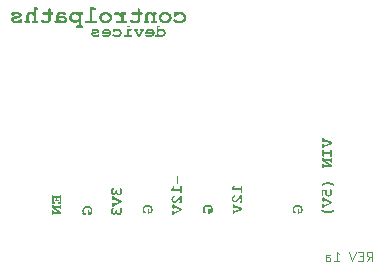
<source format=gbr>
%TF.GenerationSoftware,KiCad,Pcbnew,7.0.9-7.0.9~ubuntu22.04.1*%
%TF.CreationDate,2023-11-27T21:35:50+01:00*%
%TF.ProjectId,ohe_power_supply_1,6f68655f-706f-4776-9572-5f737570706c,rev?*%
%TF.SameCoordinates,Original*%
%TF.FileFunction,Legend,Bot*%
%TF.FilePolarity,Positive*%
%FSLAX46Y46*%
G04 Gerber Fmt 4.6, Leading zero omitted, Abs format (unit mm)*
G04 Created by KiCad (PCBNEW 7.0.9-7.0.9~ubuntu22.04.1) date 2023-11-27 21:35:50*
%MOMM*%
%LPD*%
G01*
G04 APERTURE LIST*
%ADD10C,0.100000*%
%ADD11C,0.250000*%
%ADD12C,0.300000*%
G04 APERTURE END LIST*
D10*
X199586591Y-125296895D02*
X199853258Y-124915942D01*
X200043734Y-125296895D02*
X200043734Y-124496895D01*
X200043734Y-124496895D02*
X199738972Y-124496895D01*
X199738972Y-124496895D02*
X199662782Y-124534990D01*
X199662782Y-124534990D02*
X199624687Y-124573085D01*
X199624687Y-124573085D02*
X199586591Y-124649276D01*
X199586591Y-124649276D02*
X199586591Y-124763561D01*
X199586591Y-124763561D02*
X199624687Y-124839752D01*
X199624687Y-124839752D02*
X199662782Y-124877847D01*
X199662782Y-124877847D02*
X199738972Y-124915942D01*
X199738972Y-124915942D02*
X200043734Y-124915942D01*
X199243734Y-124877847D02*
X198977068Y-124877847D01*
X198862782Y-125296895D02*
X199243734Y-125296895D01*
X199243734Y-125296895D02*
X199243734Y-124496895D01*
X199243734Y-124496895D02*
X198862782Y-124496895D01*
X198634210Y-124496895D02*
X198367543Y-125296895D01*
X198367543Y-125296895D02*
X198100877Y-124496895D01*
X196805639Y-125296895D02*
X197262782Y-125296895D01*
X197034210Y-125296895D02*
X197034210Y-124496895D01*
X197034210Y-124496895D02*
X197110401Y-124611180D01*
X197110401Y-124611180D02*
X197186591Y-124687371D01*
X197186591Y-124687371D02*
X197262782Y-124725466D01*
X196119924Y-125296895D02*
X196119924Y-124877847D01*
X196119924Y-124877847D02*
X196158019Y-124801657D01*
X196158019Y-124801657D02*
X196234210Y-124763561D01*
X196234210Y-124763561D02*
X196386591Y-124763561D01*
X196386591Y-124763561D02*
X196462781Y-124801657D01*
X196119924Y-125258800D02*
X196196115Y-125296895D01*
X196196115Y-125296895D02*
X196386591Y-125296895D01*
X196386591Y-125296895D02*
X196462781Y-125258800D01*
X196462781Y-125258800D02*
X196500877Y-125182609D01*
X196500877Y-125182609D02*
X196500877Y-125106419D01*
X196500877Y-125106419D02*
X196462781Y-125030228D01*
X196462781Y-125030228D02*
X196386591Y-124992133D01*
X196386591Y-124992133D02*
X196196115Y-124992133D01*
X196196115Y-124992133D02*
X196119924Y-124954038D01*
D11*
G36*
X173423475Y-120400000D02*
G01*
X173423914Y-120389955D01*
X173426172Y-120376654D01*
X173430264Y-120365348D01*
X173436091Y-120355896D01*
X173443557Y-120348159D01*
X173452562Y-120341997D01*
X173463009Y-120337269D01*
X173474801Y-120333836D01*
X173487839Y-120331557D01*
X173502026Y-120330292D01*
X173512074Y-120329943D01*
X173517264Y-120329902D01*
X173590048Y-120329902D01*
X173590048Y-119971598D01*
X173386106Y-119971598D01*
X173386106Y-120090544D01*
X173396120Y-120090544D01*
X173406936Y-120090698D01*
X173417291Y-120091191D01*
X173427151Y-120092072D01*
X173440943Y-120094222D01*
X173453440Y-120097512D01*
X173464531Y-120102101D01*
X173474106Y-120108149D01*
X173482057Y-120115818D01*
X173488272Y-120125268D01*
X173492642Y-120136660D01*
X173495057Y-120150154D01*
X173495526Y-120160397D01*
X173495045Y-120170426D01*
X173492593Y-120183647D01*
X173488211Y-120194820D01*
X173482060Y-120204100D01*
X173474305Y-120211642D01*
X173465108Y-120217599D01*
X173454632Y-120222126D01*
X173443041Y-120225378D01*
X173430497Y-120227510D01*
X173417163Y-120228675D01*
X173403203Y-120229030D01*
X173244933Y-120229030D01*
X173234904Y-120228830D01*
X173220604Y-120227737D01*
X173207301Y-120225602D01*
X173195115Y-120222328D01*
X173184167Y-120217815D01*
X173174574Y-120211965D01*
X173166458Y-120204677D01*
X173159938Y-120195853D01*
X173155132Y-120185394D01*
X173152161Y-120173202D01*
X173151144Y-120159176D01*
X173151644Y-120148947D01*
X173154188Y-120135519D01*
X173158723Y-120124238D01*
X173165067Y-120114931D01*
X173173040Y-120107425D01*
X173182461Y-120101547D01*
X173193147Y-120097125D01*
X173204919Y-120093987D01*
X173217594Y-120091959D01*
X173230993Y-120090869D01*
X173244933Y-120090544D01*
X173247620Y-120090544D01*
X173247620Y-119971598D01*
X173057355Y-119971598D01*
X173057355Y-120299127D01*
X173124766Y-120299127D01*
X173134581Y-120299268D01*
X173148767Y-120300089D01*
X173162162Y-120301802D01*
X173174600Y-120304588D01*
X173185917Y-120308626D01*
X173195947Y-120314096D01*
X173204524Y-120321178D01*
X173211483Y-120330052D01*
X173216658Y-120340898D01*
X173219885Y-120353896D01*
X173220872Y-120363845D01*
X173220997Y-120369225D01*
X173220529Y-120379468D01*
X173218134Y-120392962D01*
X173213830Y-120404354D01*
X173207756Y-120413804D01*
X173200048Y-120421473D01*
X173190844Y-120427522D01*
X173180282Y-120432110D01*
X173168500Y-120435400D01*
X173155635Y-120437550D01*
X173141825Y-120438723D01*
X173127208Y-120439078D01*
X172917159Y-120439078D01*
X172917159Y-119810397D01*
X172917316Y-119800385D01*
X172918212Y-119786164D01*
X172920041Y-119772994D01*
X172922961Y-119760980D01*
X172927132Y-119750227D01*
X172932710Y-119740840D01*
X172939854Y-119732924D01*
X172948723Y-119726585D01*
X172959474Y-119721926D01*
X172972266Y-119719054D01*
X172982006Y-119718184D01*
X172987257Y-119718073D01*
X172997503Y-119718541D01*
X173011010Y-119720931D01*
X173022424Y-119725218D01*
X173031903Y-119731256D01*
X173039604Y-119738900D01*
X173045687Y-119748007D01*
X173050309Y-119758431D01*
X173053629Y-119770027D01*
X173055804Y-119782649D01*
X173056993Y-119796155D01*
X173057355Y-119810397D01*
X173057355Y-119831402D01*
X173590048Y-119831402D01*
X173590048Y-119810397D01*
X173590375Y-119796832D01*
X173591473Y-119783738D01*
X173593524Y-119771304D01*
X173596707Y-119759719D01*
X173601203Y-119749170D01*
X173607190Y-119739847D01*
X173614849Y-119731937D01*
X173624361Y-119725630D01*
X173635904Y-119721112D01*
X173649659Y-119718574D01*
X173660146Y-119718073D01*
X173671562Y-119718825D01*
X173683425Y-119721474D01*
X173695128Y-119726613D01*
X173703435Y-119732458D01*
X173711054Y-119740287D01*
X173717730Y-119750349D01*
X173723206Y-119762896D01*
X173726065Y-119772764D01*
X173728200Y-119783920D01*
X173729537Y-119796440D01*
X173730000Y-119810397D01*
X173730000Y-120469853D01*
X173517264Y-120469853D01*
X173503324Y-120469527D01*
X173489925Y-120468430D01*
X173477249Y-120466383D01*
X173465478Y-120463207D01*
X173454791Y-120458724D01*
X173445371Y-120452755D01*
X173437398Y-120445121D01*
X173431054Y-120435644D01*
X173426519Y-120424144D01*
X173423975Y-120410444D01*
X173423475Y-120400000D01*
G37*
G36*
X172917159Y-121275610D02*
G01*
X172917159Y-121093649D01*
X172917316Y-121083594D01*
X172918212Y-121069318D01*
X172920041Y-121056104D01*
X172922961Y-121044056D01*
X172927132Y-121033278D01*
X172932710Y-121023873D01*
X172939854Y-121015945D01*
X172948723Y-121009598D01*
X172959474Y-121004935D01*
X172972266Y-121002062D01*
X172982006Y-121001191D01*
X172987257Y-121001081D01*
X172997503Y-121001549D01*
X173011010Y-121003940D01*
X173022424Y-121008229D01*
X173031903Y-121014273D01*
X173039604Y-121021929D01*
X173045687Y-121031051D01*
X173050309Y-121041498D01*
X173053629Y-121053125D01*
X173055804Y-121065788D01*
X173056993Y-121079344D01*
X173057355Y-121093649D01*
X173057355Y-121142498D01*
X173463531Y-121142498D01*
X172917159Y-120781263D01*
X172917159Y-120620307D01*
X172917316Y-120610254D01*
X172918212Y-120595992D01*
X172920041Y-120582800D01*
X172922961Y-120570781D01*
X172927132Y-120560035D01*
X172932710Y-120550664D01*
X172939854Y-120542769D01*
X172948723Y-120536452D01*
X172959474Y-120531815D01*
X172972266Y-120528958D01*
X172982006Y-120528092D01*
X172987257Y-120527983D01*
X172997503Y-120528451D01*
X173011010Y-120530841D01*
X173022424Y-120535127D01*
X173031903Y-120541165D01*
X173039604Y-120548810D01*
X173045687Y-120557916D01*
X173050309Y-120568340D01*
X173053629Y-120579936D01*
X173055804Y-120592559D01*
X173056993Y-120606064D01*
X173057355Y-120620307D01*
X173057355Y-120641311D01*
X173590048Y-120641311D01*
X173590342Y-120631335D01*
X173591870Y-120617445D01*
X173594681Y-120604873D01*
X173598748Y-120593654D01*
X173604044Y-120583821D01*
X173610543Y-120575408D01*
X173618217Y-120568449D01*
X173627042Y-120562977D01*
X173636989Y-120559027D01*
X173648033Y-120556632D01*
X173660146Y-120555826D01*
X173674172Y-120556843D01*
X173686364Y-120559814D01*
X173696823Y-120564620D01*
X173705647Y-120571141D01*
X173712935Y-120579257D01*
X173718785Y-120588849D01*
X173723298Y-120599798D01*
X173726572Y-120611983D01*
X173728707Y-120625286D01*
X173729800Y-120639587D01*
X173730000Y-120649616D01*
X173730000Y-120830355D01*
X173729800Y-120840368D01*
X173728707Y-120854589D01*
X173726572Y-120867759D01*
X173723298Y-120879773D01*
X173718785Y-120890526D01*
X173712935Y-120899913D01*
X173705647Y-120907829D01*
X173696823Y-120914168D01*
X173686364Y-120918826D01*
X173674172Y-120921699D01*
X173660146Y-120922679D01*
X173649659Y-120922227D01*
X173635904Y-120919912D01*
X173624361Y-120915741D01*
X173614849Y-120909838D01*
X173607190Y-120902326D01*
X173601203Y-120893327D01*
X173596707Y-120882966D01*
X173593524Y-120871365D01*
X173591473Y-120858647D01*
X173590375Y-120844936D01*
X173590048Y-120830355D01*
X173590048Y-120781263D01*
X173181186Y-120781263D01*
X173730000Y-121143963D01*
X173730000Y-121282449D01*
X173057355Y-121282449D01*
X173057061Y-121292666D01*
X173055533Y-121306804D01*
X173052722Y-121319505D01*
X173048655Y-121330757D01*
X173043359Y-121340548D01*
X173036860Y-121348865D01*
X173029186Y-121355698D01*
X173020361Y-121361033D01*
X173010414Y-121364859D01*
X172999371Y-121367163D01*
X172987257Y-121367934D01*
X172976770Y-121367434D01*
X172963015Y-121364895D01*
X172951472Y-121360378D01*
X172941960Y-121354070D01*
X172934301Y-121346160D01*
X172928314Y-121336837D01*
X172923818Y-121326289D01*
X172920635Y-121314703D01*
X172918584Y-121302270D01*
X172917486Y-121289176D01*
X172917159Y-121275610D01*
G37*
G36*
X178705680Y-119375157D02*
G01*
X178705540Y-119359162D01*
X178705131Y-119344214D01*
X178704472Y-119330268D01*
X178703581Y-119317279D01*
X178702475Y-119305203D01*
X178701172Y-119293995D01*
X178699690Y-119283612D01*
X178696261Y-119265142D01*
X178692332Y-119249437D01*
X178688044Y-119236141D01*
X178683542Y-119224901D01*
X178678969Y-119215360D01*
X178672287Y-119203461D01*
X178666250Y-119193391D01*
X178661339Y-119183953D01*
X178658039Y-119173947D01*
X178656831Y-119162177D01*
X178657624Y-119151423D01*
X178659929Y-119141219D01*
X178663634Y-119131675D01*
X178668629Y-119122901D01*
X178674803Y-119115010D01*
X178682044Y-119108113D01*
X178690241Y-119102320D01*
X178699284Y-119097742D01*
X178709061Y-119094492D01*
X178719460Y-119092678D01*
X178726685Y-119092323D01*
X178739814Y-119093655D01*
X178752342Y-119097592D01*
X178764236Y-119104052D01*
X178775461Y-119112950D01*
X178785983Y-119124203D01*
X178795769Y-119137725D01*
X178804784Y-119153434D01*
X178812994Y-119171244D01*
X178816787Y-119180911D01*
X178820366Y-119191073D01*
X178823727Y-119201717D01*
X178826865Y-119212835D01*
X178829777Y-119224415D01*
X178832457Y-119236447D01*
X178834903Y-119248920D01*
X178837109Y-119261824D01*
X178839072Y-119275149D01*
X178840787Y-119288883D01*
X178842249Y-119303017D01*
X178843455Y-119317540D01*
X178844401Y-119332441D01*
X178845081Y-119347709D01*
X178845493Y-119363336D01*
X178845631Y-119379309D01*
X178845182Y-119405723D01*
X178843857Y-119430901D01*
X178841692Y-119454867D01*
X178838722Y-119477647D01*
X178834981Y-119499269D01*
X178830505Y-119519758D01*
X178825328Y-119539140D01*
X178819486Y-119557442D01*
X178813012Y-119574689D01*
X178805943Y-119590908D01*
X178798313Y-119606125D01*
X178790157Y-119620366D01*
X178781510Y-119633658D01*
X178772407Y-119646026D01*
X178762882Y-119657496D01*
X178752971Y-119668095D01*
X178742709Y-119677849D01*
X178732131Y-119686785D01*
X178721271Y-119694927D01*
X178710165Y-119702303D01*
X178698846Y-119708939D01*
X178687352Y-119714860D01*
X178675715Y-119720093D01*
X178663972Y-119724664D01*
X178652156Y-119728600D01*
X178640304Y-119731925D01*
X178628450Y-119734668D01*
X178616628Y-119736853D01*
X178604874Y-119738507D01*
X178593223Y-119739656D01*
X178581710Y-119740326D01*
X178570369Y-119740544D01*
X178553837Y-119739936D01*
X178537760Y-119738111D01*
X178522137Y-119735063D01*
X178506965Y-119730789D01*
X178492243Y-119725285D01*
X178477968Y-119718545D01*
X178464138Y-119710566D01*
X178450751Y-119701343D01*
X178437805Y-119690872D01*
X178425298Y-119679149D01*
X178413227Y-119666170D01*
X178401590Y-119651929D01*
X178390385Y-119636424D01*
X178384945Y-119628196D01*
X178379611Y-119619649D01*
X178374384Y-119610785D01*
X178369264Y-119601601D01*
X178364251Y-119592098D01*
X178359344Y-119582274D01*
X178354219Y-119590656D01*
X178343978Y-119606470D01*
X178333714Y-119621042D01*
X178323386Y-119634398D01*
X178312952Y-119646567D01*
X178302369Y-119657574D01*
X178291596Y-119667446D01*
X178280591Y-119676210D01*
X178269312Y-119683894D01*
X178257717Y-119690523D01*
X178245765Y-119696124D01*
X178233413Y-119700726D01*
X178220620Y-119704353D01*
X178207344Y-119707034D01*
X178193543Y-119708795D01*
X178179175Y-119709662D01*
X178171765Y-119709769D01*
X178158870Y-119709435D01*
X178146162Y-119708438D01*
X178133655Y-119706789D01*
X178121363Y-119704497D01*
X178109301Y-119701575D01*
X178097484Y-119698031D01*
X178085927Y-119693875D01*
X178074644Y-119689119D01*
X178063650Y-119683772D01*
X178052959Y-119677845D01*
X178042586Y-119671347D01*
X178032545Y-119664290D01*
X178022852Y-119656683D01*
X178013521Y-119648536D01*
X178004566Y-119639860D01*
X177996002Y-119630665D01*
X177987844Y-119620961D01*
X177980106Y-119610759D01*
X177972803Y-119600069D01*
X177965950Y-119588900D01*
X177959561Y-119577264D01*
X177953651Y-119565170D01*
X177948234Y-119552629D01*
X177943325Y-119539650D01*
X177938940Y-119526245D01*
X177935091Y-119512423D01*
X177931794Y-119498195D01*
X177929064Y-119483571D01*
X177926916Y-119468561D01*
X177925363Y-119453176D01*
X177924420Y-119437425D01*
X177924103Y-119421318D01*
X177924318Y-119407318D01*
X177924957Y-119393406D01*
X177926006Y-119379604D01*
X177927453Y-119365938D01*
X177929287Y-119352429D01*
X177931494Y-119339102D01*
X177934064Y-119325979D01*
X177936983Y-119313084D01*
X177940239Y-119300441D01*
X177943821Y-119288073D01*
X177947715Y-119276004D01*
X177951911Y-119264255D01*
X177956395Y-119252852D01*
X177961155Y-119241818D01*
X177966179Y-119231175D01*
X177971455Y-119220948D01*
X177976971Y-119211159D01*
X177982715Y-119201832D01*
X177988674Y-119192991D01*
X177994835Y-119184658D01*
X178001188Y-119176858D01*
X178014417Y-119162947D01*
X178028264Y-119151446D01*
X178042629Y-119142541D01*
X178057416Y-119136420D01*
X178072527Y-119133270D01*
X178080174Y-119132868D01*
X178090994Y-119133660D01*
X178101380Y-119135957D01*
X178111194Y-119139643D01*
X178120299Y-119144601D01*
X178128558Y-119150713D01*
X178135832Y-119157863D01*
X178141983Y-119165932D01*
X178146875Y-119174805D01*
X178150370Y-119184363D01*
X178152329Y-119194490D01*
X178152714Y-119201500D01*
X178151718Y-119214085D01*
X178148904Y-119224824D01*
X178144532Y-119234129D01*
X178138861Y-119242414D01*
X178132151Y-119250095D01*
X178124661Y-119257584D01*
X178116653Y-119265295D01*
X178108384Y-119273643D01*
X178100115Y-119283041D01*
X178092107Y-119293904D01*
X178084617Y-119306645D01*
X178077907Y-119321679D01*
X178072236Y-119339418D01*
X178069871Y-119349432D01*
X178067864Y-119360278D01*
X178066246Y-119372008D01*
X178065050Y-119384672D01*
X178064308Y-119398324D01*
X178064054Y-119413014D01*
X178064545Y-119430674D01*
X178066003Y-119447451D01*
X178068403Y-119463310D01*
X178071721Y-119478216D01*
X178075934Y-119492132D01*
X178081017Y-119505025D01*
X178086947Y-119516857D01*
X178093699Y-119527595D01*
X178101250Y-119537201D01*
X178109575Y-119545642D01*
X178118651Y-119552882D01*
X178128454Y-119558884D01*
X178138959Y-119563615D01*
X178150143Y-119567037D01*
X178161982Y-119569117D01*
X178174452Y-119569818D01*
X178185803Y-119569140D01*
X178196915Y-119567155D01*
X178207720Y-119563934D01*
X178218148Y-119559548D01*
X178228133Y-119554071D01*
X178237607Y-119547574D01*
X178246500Y-119540129D01*
X178254747Y-119531808D01*
X178262277Y-119522682D01*
X178269024Y-119512824D01*
X178274920Y-119502306D01*
X178279896Y-119491199D01*
X178283885Y-119479575D01*
X178286818Y-119467507D01*
X178288627Y-119455065D01*
X178289246Y-119442323D01*
X178289246Y-119386392D01*
X178290010Y-119374889D01*
X178292240Y-119364075D01*
X178295846Y-119354047D01*
X178300735Y-119344901D01*
X178306815Y-119336734D01*
X178313995Y-119329642D01*
X178322182Y-119323723D01*
X178331286Y-119319072D01*
X178341214Y-119315787D01*
X178351875Y-119313963D01*
X178359344Y-119313607D01*
X178369612Y-119314298D01*
X178382082Y-119317328D01*
X178393085Y-119322700D01*
X178402538Y-119330341D01*
X178410364Y-119340176D01*
X178415116Y-119348947D01*
X178418873Y-119358879D01*
X178421601Y-119369941D01*
X178423266Y-119382100D01*
X178423579Y-119386392D01*
X178424393Y-119399319D01*
X178425504Y-119411861D01*
X178426905Y-119424014D01*
X178428592Y-119435777D01*
X178430558Y-119447149D01*
X178432798Y-119458128D01*
X178435306Y-119468713D01*
X178438078Y-119478902D01*
X178441106Y-119488694D01*
X178444386Y-119498087D01*
X178451679Y-119515668D01*
X178459912Y-119531635D01*
X178469039Y-119545974D01*
X178479017Y-119558673D01*
X178489799Y-119569719D01*
X178501343Y-119579101D01*
X178513602Y-119586804D01*
X178526532Y-119592818D01*
X178540089Y-119597129D01*
X178554228Y-119599725D01*
X178568904Y-119600593D01*
X178587466Y-119599521D01*
X178604444Y-119596356D01*
X178619891Y-119591174D01*
X178633861Y-119584053D01*
X178646407Y-119575068D01*
X178657583Y-119564297D01*
X178667441Y-119551815D01*
X178676035Y-119537700D01*
X178683418Y-119522028D01*
X178689644Y-119504875D01*
X178694766Y-119486319D01*
X178696930Y-119476538D01*
X178698837Y-119466435D01*
X178700495Y-119456019D01*
X178701911Y-119445300D01*
X178703090Y-119434287D01*
X178704040Y-119422991D01*
X178704768Y-119411420D01*
X178705279Y-119399584D01*
X178705581Y-119387493D01*
X178705680Y-119375157D01*
G37*
G36*
X178087257Y-120180669D02*
G01*
X178077011Y-120180218D01*
X178063504Y-120177902D01*
X178052090Y-120173731D01*
X178042611Y-120167828D01*
X178034910Y-120160316D01*
X178028827Y-120151317D01*
X178024205Y-120140956D01*
X178020885Y-120129355D01*
X178018710Y-120116638D01*
X178017521Y-120102927D01*
X178017159Y-120088346D01*
X178017159Y-119901988D01*
X178017316Y-119891976D01*
X178018212Y-119877755D01*
X178020041Y-119864585D01*
X178022961Y-119852571D01*
X178027132Y-119841818D01*
X178032710Y-119832431D01*
X178039854Y-119824515D01*
X178048723Y-119818176D01*
X178059474Y-119813517D01*
X178072266Y-119810645D01*
X178082006Y-119809775D01*
X178087257Y-119809665D01*
X178097744Y-119810182D01*
X178111499Y-119812805D01*
X178123042Y-119817473D01*
X178132554Y-119823988D01*
X178140213Y-119832157D01*
X178146200Y-119841782D01*
X178150696Y-119852669D01*
X178153879Y-119864622D01*
X178155930Y-119877445D01*
X178157028Y-119890943D01*
X178157355Y-119904919D01*
X178830000Y-120187752D01*
X178830000Y-120326238D01*
X178157355Y-120613468D01*
X178157028Y-120627438D01*
X178155930Y-120640919D01*
X178153879Y-120653718D01*
X178150696Y-120665640D01*
X178146200Y-120676494D01*
X178140213Y-120686085D01*
X178132554Y-120694221D01*
X178123042Y-120700708D01*
X178111499Y-120705354D01*
X178097744Y-120707964D01*
X178087257Y-120708478D01*
X178076770Y-120707981D01*
X178063015Y-120705454D01*
X178051472Y-120700956D01*
X178041960Y-120694671D01*
X178034301Y-120686783D01*
X178028314Y-120677478D01*
X178023818Y-120666940D01*
X178020635Y-120655354D01*
X178018584Y-120642905D01*
X178017486Y-120629776D01*
X178017159Y-120616154D01*
X178017159Y-120431263D01*
X178017316Y-120421250D01*
X178018212Y-120407029D01*
X178020041Y-120393859D01*
X178022961Y-120381845D01*
X178027132Y-120371092D01*
X178032710Y-120361705D01*
X178039854Y-120353789D01*
X178048723Y-120347450D01*
X178059474Y-120342792D01*
X178072266Y-120339919D01*
X178082006Y-120339049D01*
X178087257Y-120338939D01*
X178097503Y-120339391D01*
X178111010Y-120341706D01*
X178122424Y-120345877D01*
X178131903Y-120351780D01*
X178139604Y-120359292D01*
X178145687Y-120368291D01*
X178150309Y-120378652D01*
X178153629Y-120390253D01*
X178155804Y-120402971D01*
X178156993Y-120416681D01*
X178157355Y-120431263D01*
X178157355Y-120464968D01*
X178629476Y-120263224D01*
X178157355Y-120061723D01*
X178157355Y-120088346D01*
X178156993Y-120102588D01*
X178155804Y-120116093D01*
X178153629Y-120128716D01*
X178150309Y-120140312D01*
X178145687Y-120150736D01*
X178139604Y-120159842D01*
X178131903Y-120167487D01*
X178122424Y-120173525D01*
X178111010Y-120177812D01*
X178097503Y-120180201D01*
X178087257Y-120180669D01*
G37*
G36*
X178705680Y-121053593D02*
G01*
X178705540Y-121037599D01*
X178705131Y-121022651D01*
X178704472Y-121008704D01*
X178703581Y-120995715D01*
X178702475Y-120983639D01*
X178701172Y-120972432D01*
X178699690Y-120962049D01*
X178696261Y-120943579D01*
X178692332Y-120927873D01*
X178688044Y-120914578D01*
X178683542Y-120903337D01*
X178678969Y-120893797D01*
X178672287Y-120881898D01*
X178666250Y-120871828D01*
X178661339Y-120862389D01*
X178658039Y-120852384D01*
X178656831Y-120840614D01*
X178657624Y-120829860D01*
X178659929Y-120819656D01*
X178663634Y-120810111D01*
X178668629Y-120801338D01*
X178674803Y-120793447D01*
X178682044Y-120786550D01*
X178690241Y-120780757D01*
X178699284Y-120776179D01*
X178709061Y-120772928D01*
X178719460Y-120771115D01*
X178726685Y-120770760D01*
X178739814Y-120772091D01*
X178752342Y-120776029D01*
X178764236Y-120782489D01*
X178775461Y-120791387D01*
X178785983Y-120802640D01*
X178795769Y-120816162D01*
X178804784Y-120831871D01*
X178812994Y-120849681D01*
X178816787Y-120859348D01*
X178820366Y-120869509D01*
X178823727Y-120880154D01*
X178826865Y-120891272D01*
X178829777Y-120902852D01*
X178832457Y-120914883D01*
X178834903Y-120927357D01*
X178837109Y-120940261D01*
X178839072Y-120953585D01*
X178840787Y-120967320D01*
X178842249Y-120981454D01*
X178843455Y-120995976D01*
X178844401Y-121010877D01*
X178845081Y-121026146D01*
X178845493Y-121041772D01*
X178845631Y-121057745D01*
X178845182Y-121084160D01*
X178843857Y-121109338D01*
X178841692Y-121133303D01*
X178838722Y-121156084D01*
X178834981Y-121177706D01*
X178830505Y-121198195D01*
X178825328Y-121217577D01*
X178819486Y-121235879D01*
X178813012Y-121253126D01*
X178805943Y-121269345D01*
X178798313Y-121284562D01*
X178790157Y-121298803D01*
X178781510Y-121312095D01*
X178772407Y-121324462D01*
X178762882Y-121335933D01*
X178752971Y-121346532D01*
X178742709Y-121356286D01*
X178732131Y-121365222D01*
X178721271Y-121373364D01*
X178710165Y-121380740D01*
X178698846Y-121387375D01*
X178687352Y-121393297D01*
X178675715Y-121398530D01*
X178663972Y-121403101D01*
X178652156Y-121407036D01*
X178640304Y-121410362D01*
X178628450Y-121413105D01*
X178616628Y-121415290D01*
X178604874Y-121416944D01*
X178593223Y-121418093D01*
X178581710Y-121418763D01*
X178570369Y-121418981D01*
X178553837Y-121418373D01*
X178537760Y-121416548D01*
X178522137Y-121413500D01*
X178506965Y-121409226D01*
X178492243Y-121403721D01*
X178477968Y-121396982D01*
X178464138Y-121389002D01*
X178450751Y-121379780D01*
X178437805Y-121369309D01*
X178425298Y-121357586D01*
X178413227Y-121344607D01*
X178401590Y-121330366D01*
X178390385Y-121314861D01*
X178384945Y-121306632D01*
X178379611Y-121298086D01*
X178374384Y-121289221D01*
X178369264Y-121280038D01*
X178364251Y-121270535D01*
X178359344Y-121260711D01*
X178354219Y-121269092D01*
X178343978Y-121284906D01*
X178333714Y-121299478D01*
X178323386Y-121312835D01*
X178312952Y-121325004D01*
X178302369Y-121336010D01*
X178291596Y-121345883D01*
X178280591Y-121354647D01*
X178269312Y-121362330D01*
X178257717Y-121368959D01*
X178245765Y-121374561D01*
X178233413Y-121379162D01*
X178220620Y-121382790D01*
X178207344Y-121385471D01*
X178193543Y-121387231D01*
X178179175Y-121388099D01*
X178171765Y-121388206D01*
X178158870Y-121387871D01*
X178146162Y-121386874D01*
X178133655Y-121385225D01*
X178121363Y-121382934D01*
X178109301Y-121380012D01*
X178097484Y-121376468D01*
X178085927Y-121372312D01*
X178074644Y-121367556D01*
X178063650Y-121362209D01*
X178052959Y-121356282D01*
X178042586Y-121349784D01*
X178032545Y-121342727D01*
X178022852Y-121335120D01*
X178013521Y-121326973D01*
X178004566Y-121318297D01*
X177996002Y-121309102D01*
X177987844Y-121299398D01*
X177980106Y-121289196D01*
X177972803Y-121278505D01*
X177965950Y-121267337D01*
X177959561Y-121255701D01*
X177953651Y-121243607D01*
X177948234Y-121231065D01*
X177943325Y-121218087D01*
X177938940Y-121204682D01*
X177935091Y-121190860D01*
X177931794Y-121176632D01*
X177929064Y-121162008D01*
X177926916Y-121146998D01*
X177925363Y-121131612D01*
X177924420Y-121115861D01*
X177924103Y-121099755D01*
X177924318Y-121085755D01*
X177924957Y-121071843D01*
X177926006Y-121058041D01*
X177927453Y-121044375D01*
X177929287Y-121030866D01*
X177931494Y-121017538D01*
X177934064Y-121004416D01*
X177936983Y-120991521D01*
X177940239Y-120978878D01*
X177943821Y-120966510D01*
X177947715Y-120954440D01*
X177951911Y-120942692D01*
X177956395Y-120931289D01*
X177961155Y-120920255D01*
X177966179Y-120909612D01*
X177971455Y-120899385D01*
X177976971Y-120889596D01*
X177982715Y-120880269D01*
X177988674Y-120871427D01*
X177994835Y-120863095D01*
X178001188Y-120855295D01*
X178014417Y-120841384D01*
X178028264Y-120829883D01*
X178042629Y-120820978D01*
X178057416Y-120814857D01*
X178072527Y-120811707D01*
X178080174Y-120811304D01*
X178090994Y-120812096D01*
X178101380Y-120814394D01*
X178111194Y-120818080D01*
X178120299Y-120823038D01*
X178128558Y-120829150D01*
X178135832Y-120836300D01*
X178141983Y-120844369D01*
X178146875Y-120853242D01*
X178150370Y-120862800D01*
X178152329Y-120872927D01*
X178152714Y-120879937D01*
X178151718Y-120892522D01*
X178148904Y-120903260D01*
X178144532Y-120912565D01*
X178138861Y-120920851D01*
X178132151Y-120928532D01*
X178124661Y-120936020D01*
X178116653Y-120943732D01*
X178108384Y-120952080D01*
X178100115Y-120961478D01*
X178092107Y-120972341D01*
X178084617Y-120985082D01*
X178077907Y-121000116D01*
X178072236Y-121017855D01*
X178069871Y-121027869D01*
X178067864Y-121038715D01*
X178066246Y-121050444D01*
X178065050Y-121063109D01*
X178064308Y-121076761D01*
X178064054Y-121091451D01*
X178064545Y-121109111D01*
X178066003Y-121125888D01*
X178068403Y-121141747D01*
X178071721Y-121156652D01*
X178075934Y-121170569D01*
X178081017Y-121183461D01*
X178086947Y-121195294D01*
X178093699Y-121206031D01*
X178101250Y-121215638D01*
X178109575Y-121224079D01*
X178118651Y-121231319D01*
X178128454Y-121237321D01*
X178138959Y-121242052D01*
X178150143Y-121245474D01*
X178161982Y-121247554D01*
X178174452Y-121248255D01*
X178185803Y-121247577D01*
X178196915Y-121245592D01*
X178207720Y-121242370D01*
X178218148Y-121237985D01*
X178228133Y-121232508D01*
X178237607Y-121226011D01*
X178246500Y-121218566D01*
X178254747Y-121210245D01*
X178262277Y-121201119D01*
X178269024Y-121191261D01*
X178274920Y-121180742D01*
X178279896Y-121169635D01*
X178283885Y-121158012D01*
X178286818Y-121145943D01*
X178288627Y-121133502D01*
X178289246Y-121120760D01*
X178289246Y-121064829D01*
X178290010Y-121053326D01*
X178292240Y-121042512D01*
X178295846Y-121032484D01*
X178300735Y-121023338D01*
X178306815Y-121015171D01*
X178313995Y-121008079D01*
X178322182Y-121002160D01*
X178331286Y-120997509D01*
X178341214Y-120994224D01*
X178351875Y-120992400D01*
X178359344Y-120992044D01*
X178369612Y-120992734D01*
X178382082Y-120995764D01*
X178393085Y-121001137D01*
X178402538Y-121008778D01*
X178410364Y-121018613D01*
X178415116Y-121027384D01*
X178418873Y-121037316D01*
X178421601Y-121048377D01*
X178423266Y-121060537D01*
X178423579Y-121064829D01*
X178424393Y-121077756D01*
X178425504Y-121090297D01*
X178426905Y-121102450D01*
X178428592Y-121114214D01*
X178430558Y-121125586D01*
X178432798Y-121136565D01*
X178435306Y-121147150D01*
X178438078Y-121157339D01*
X178441106Y-121167131D01*
X178444386Y-121176523D01*
X178451679Y-121194105D01*
X178459912Y-121210072D01*
X178469039Y-121224411D01*
X178479017Y-121237110D01*
X178489799Y-121248156D01*
X178501343Y-121257538D01*
X178513602Y-121265241D01*
X178526532Y-121271255D01*
X178540089Y-121275566D01*
X178554228Y-121278161D01*
X178568904Y-121279030D01*
X178587466Y-121277957D01*
X178604444Y-121274792D01*
X178619891Y-121269611D01*
X178633861Y-121262490D01*
X178646407Y-121253505D01*
X178657583Y-121242734D01*
X178667441Y-121230252D01*
X178676035Y-121216137D01*
X178683418Y-121200465D01*
X178689644Y-121183312D01*
X178694766Y-121164755D01*
X178696930Y-121154975D01*
X178698837Y-121144871D01*
X178700495Y-121134456D01*
X178701911Y-121123737D01*
X178703090Y-121112724D01*
X178704040Y-121101428D01*
X178704768Y-121089857D01*
X178705279Y-121078021D01*
X178705581Y-121065930D01*
X178705680Y-121053593D01*
G37*
G36*
X183546782Y-118781088D02*
G01*
X183536536Y-118780666D01*
X183523029Y-118778487D01*
X183511615Y-118774528D01*
X183502137Y-118768872D01*
X183494435Y-118761602D01*
X183488352Y-118752802D01*
X183483730Y-118742555D01*
X183480411Y-118730945D01*
X183478235Y-118718054D01*
X183477046Y-118703966D01*
X183476723Y-118693950D01*
X183476685Y-118688764D01*
X183476685Y-118151186D01*
X183477046Y-118136937D01*
X183478235Y-118123415D01*
X183480411Y-118110768D01*
X183483730Y-118099142D01*
X183488352Y-118088685D01*
X183494435Y-118079544D01*
X183502137Y-118071867D01*
X183511615Y-118065800D01*
X183523029Y-118061492D01*
X183536536Y-118059088D01*
X183546782Y-118058618D01*
X183557028Y-118059088D01*
X183570536Y-118061492D01*
X183581950Y-118065800D01*
X183591428Y-118071867D01*
X183599130Y-118079544D01*
X183605213Y-118088685D01*
X183609835Y-118099142D01*
X183613154Y-118110768D01*
X183615330Y-118123415D01*
X183616519Y-118136937D01*
X183616880Y-118151186D01*
X183616880Y-118688764D01*
X183616484Y-118703007D01*
X183615204Y-118716512D01*
X183612904Y-118729135D01*
X183609448Y-118740731D01*
X183604700Y-118751154D01*
X183598521Y-118760261D01*
X183590777Y-118767906D01*
X183581331Y-118773944D01*
X183570047Y-118778230D01*
X183556787Y-118780620D01*
X183546782Y-118781088D01*
G37*
G36*
X183860146Y-118955233D02*
G01*
X183871562Y-118955995D01*
X183883425Y-118958672D01*
X183895128Y-118963850D01*
X183903435Y-118969728D01*
X183911054Y-118977591D01*
X183917730Y-118987687D01*
X183923206Y-119000262D01*
X183926065Y-119010145D01*
X183928200Y-119021314D01*
X183929537Y-119033841D01*
X183930000Y-119047801D01*
X183930000Y-119470586D01*
X183929800Y-119480598D01*
X183928707Y-119494819D01*
X183926572Y-119507989D01*
X183923298Y-119520003D01*
X183918785Y-119530756D01*
X183912935Y-119540143D01*
X183905647Y-119548059D01*
X183896823Y-119554398D01*
X183886364Y-119559057D01*
X183874172Y-119561929D01*
X183860146Y-119562909D01*
X183849659Y-119562409D01*
X183835904Y-119559871D01*
X183824361Y-119555353D01*
X183814849Y-119549046D01*
X183807190Y-119541136D01*
X183801203Y-119531813D01*
X183796707Y-119521264D01*
X183793524Y-119509679D01*
X183791473Y-119497245D01*
X183790375Y-119484151D01*
X183790048Y-119470586D01*
X183790048Y-119329169D01*
X183036803Y-119329169D01*
X183036803Y-119190439D01*
X183165764Y-119001395D01*
X183171888Y-118992936D01*
X183179765Y-118983279D01*
X183187504Y-118975372D01*
X183195313Y-118969105D01*
X183205494Y-118963406D01*
X183216519Y-118959877D01*
X183226222Y-118958468D01*
X183234152Y-118958164D01*
X183246663Y-118959481D01*
X183257767Y-118963206D01*
X183267382Y-118968996D01*
X183275429Y-118976513D01*
X183281827Y-118985415D01*
X183286496Y-118995362D01*
X183289356Y-119006012D01*
X183290327Y-119017027D01*
X183290121Y-119027267D01*
X183289212Y-119038203D01*
X183286987Y-119049197D01*
X183283306Y-119058616D01*
X183277939Y-119067253D01*
X183272009Y-119074424D01*
X183190921Y-119189218D01*
X183790048Y-119189218D01*
X183790048Y-119047801D01*
X183790205Y-119037746D01*
X183791101Y-119023470D01*
X183792930Y-119010257D01*
X183795850Y-118998209D01*
X183800021Y-118987430D01*
X183805599Y-118978025D01*
X183812743Y-118970097D01*
X183821612Y-118963750D01*
X183832363Y-118959088D01*
X183845155Y-118956214D01*
X183854895Y-118955344D01*
X183860146Y-118955233D01*
G37*
G36*
X183310355Y-120382588D02*
G01*
X183295931Y-120382218D01*
X183281749Y-120381115D01*
X183267823Y-120379296D01*
X183254167Y-120376777D01*
X183240795Y-120373572D01*
X183227721Y-120369697D01*
X183214960Y-120365168D01*
X183202526Y-120360000D01*
X183190433Y-120354208D01*
X183178695Y-120347808D01*
X183167326Y-120340815D01*
X183156341Y-120333245D01*
X183145753Y-120325113D01*
X183135577Y-120316435D01*
X183125828Y-120307225D01*
X183116518Y-120297500D01*
X183107663Y-120287275D01*
X183099276Y-120276565D01*
X183091373Y-120265386D01*
X183083966Y-120253753D01*
X183077070Y-120241681D01*
X183070699Y-120229186D01*
X183064868Y-120216284D01*
X183059591Y-120202990D01*
X183054881Y-120189319D01*
X183050753Y-120175286D01*
X183047221Y-120160908D01*
X183044300Y-120146199D01*
X183042003Y-120131175D01*
X183040345Y-120115852D01*
X183039340Y-120100244D01*
X183039002Y-120084368D01*
X183039398Y-120067491D01*
X183040567Y-120050986D01*
X183042475Y-120034863D01*
X183045090Y-120019133D01*
X183048381Y-120003806D01*
X183052313Y-119988894D01*
X183056856Y-119974408D01*
X183061976Y-119960357D01*
X183067641Y-119946754D01*
X183073819Y-119933608D01*
X183080478Y-119920930D01*
X183087585Y-119908732D01*
X183095108Y-119897024D01*
X183103013Y-119885816D01*
X183111270Y-119875120D01*
X183119846Y-119864946D01*
X183128708Y-119855306D01*
X183137823Y-119846209D01*
X183147160Y-119837667D01*
X183156687Y-119829690D01*
X183166369Y-119822289D01*
X183176177Y-119815476D01*
X183186076Y-119809260D01*
X183196034Y-119803653D01*
X183206020Y-119798665D01*
X183216001Y-119794307D01*
X183225944Y-119790590D01*
X183235817Y-119787525D01*
X183245588Y-119785122D01*
X183255224Y-119783392D01*
X183273963Y-119781995D01*
X183284024Y-119782823D01*
X183293653Y-119785219D01*
X183302729Y-119789048D01*
X183311131Y-119794180D01*
X183318735Y-119800480D01*
X183325420Y-119807816D01*
X183331065Y-119816056D01*
X183335547Y-119825066D01*
X183338744Y-119834714D01*
X183340534Y-119844866D01*
X183340886Y-119851849D01*
X183339070Y-119868735D01*
X183333938Y-119882511D01*
X183325964Y-119893771D01*
X183315622Y-119903109D01*
X183303385Y-119911119D01*
X183289726Y-119918395D01*
X183275121Y-119925531D01*
X183260041Y-119933121D01*
X183244962Y-119941758D01*
X183230356Y-119952036D01*
X183216698Y-119964550D01*
X183204461Y-119979893D01*
X183199023Y-119988811D01*
X183194118Y-119998659D01*
X183189806Y-120009512D01*
X183186145Y-120021443D01*
X183183194Y-120034527D01*
X183181013Y-120048838D01*
X183179661Y-120064450D01*
X183179197Y-120081437D01*
X183179826Y-120098261D01*
X183181676Y-120114520D01*
X183184692Y-120130143D01*
X183188818Y-120145058D01*
X183193999Y-120159194D01*
X183200178Y-120172477D01*
X183207302Y-120184837D01*
X183215314Y-120196201D01*
X183224159Y-120206497D01*
X183233782Y-120215654D01*
X183244126Y-120223599D01*
X183255137Y-120230261D01*
X183266760Y-120235568D01*
X183278937Y-120239447D01*
X183291615Y-120241828D01*
X183304738Y-120242637D01*
X183323262Y-120239609D01*
X183333434Y-120235908D01*
X183344181Y-120230824D01*
X183355479Y-120224411D01*
X183367305Y-120216728D01*
X183379636Y-120207828D01*
X183392448Y-120197769D01*
X183405717Y-120186606D01*
X183419421Y-120174396D01*
X183433535Y-120161193D01*
X183448036Y-120147055D01*
X183462901Y-120132037D01*
X183478107Y-120116194D01*
X183493629Y-120099584D01*
X183509444Y-120082261D01*
X183525529Y-120064283D01*
X183541860Y-120045704D01*
X183558414Y-120026581D01*
X183575168Y-120006969D01*
X183592097Y-119986925D01*
X183609178Y-119966505D01*
X183626389Y-119945764D01*
X183643705Y-119924759D01*
X183661103Y-119903545D01*
X183678559Y-119882179D01*
X183696050Y-119860716D01*
X183713553Y-119839212D01*
X183731044Y-119817723D01*
X183748499Y-119796305D01*
X183765896Y-119775015D01*
X183783210Y-119753907D01*
X183930000Y-119753907D01*
X183930000Y-120389672D01*
X183806901Y-120389672D01*
X183792659Y-120389310D01*
X183779153Y-120388121D01*
X183766530Y-120385946D01*
X183754935Y-120382626D01*
X183744511Y-120378004D01*
X183735404Y-120371921D01*
X183727759Y-120364220D01*
X183721721Y-120354741D01*
X183717435Y-120343327D01*
X183715045Y-120329820D01*
X183714577Y-120319574D01*
X183715303Y-120307904D01*
X183717342Y-120297338D01*
X183720695Y-120287858D01*
X183727210Y-120276880D01*
X183736060Y-120267764D01*
X183744230Y-120262124D01*
X183753714Y-120257493D01*
X183764512Y-120253852D01*
X183776623Y-120251186D01*
X183790048Y-120249476D01*
X183790048Y-119968108D01*
X183759557Y-120003551D01*
X183730774Y-120036922D01*
X183703631Y-120068283D01*
X183678054Y-120097696D01*
X183653975Y-120125224D01*
X183631321Y-120150929D01*
X183610021Y-120174872D01*
X183590006Y-120197117D01*
X183571203Y-120217723D01*
X183553542Y-120236755D01*
X183536953Y-120254274D01*
X183521363Y-120270342D01*
X183506703Y-120285021D01*
X183492900Y-120298373D01*
X183479885Y-120310460D01*
X183467587Y-120321345D01*
X183455934Y-120331089D01*
X183444855Y-120339754D01*
X183434280Y-120347403D01*
X183424137Y-120354098D01*
X183414357Y-120359900D01*
X183404867Y-120364873D01*
X183395596Y-120369077D01*
X183377432Y-120375428D01*
X183359296Y-120379453D01*
X183340621Y-120381646D01*
X183320839Y-120382504D01*
X183310355Y-120382588D01*
G37*
G36*
X183187257Y-120859106D02*
G01*
X183177011Y-120858654D01*
X183163504Y-120856339D01*
X183152090Y-120852168D01*
X183142611Y-120846265D01*
X183134910Y-120838753D01*
X183128827Y-120829754D01*
X183124205Y-120819393D01*
X183120885Y-120807792D01*
X183118710Y-120795074D01*
X183117521Y-120781364D01*
X183117159Y-120766782D01*
X183117159Y-120580425D01*
X183117316Y-120570413D01*
X183118212Y-120556192D01*
X183120041Y-120543022D01*
X183122961Y-120531008D01*
X183127132Y-120520255D01*
X183132710Y-120510868D01*
X183139854Y-120502952D01*
X183148723Y-120496612D01*
X183159474Y-120491954D01*
X183172266Y-120489082D01*
X183182006Y-120488212D01*
X183187257Y-120488101D01*
X183197744Y-120488618D01*
X183211499Y-120491242D01*
X183223042Y-120495910D01*
X183232554Y-120502425D01*
X183240213Y-120510594D01*
X183246200Y-120520219D01*
X183250696Y-120531106D01*
X183253879Y-120543059D01*
X183255930Y-120555882D01*
X183257028Y-120569380D01*
X183257355Y-120583356D01*
X183930000Y-120866189D01*
X183930000Y-121004675D01*
X183257355Y-121291905D01*
X183257028Y-121305875D01*
X183255930Y-121319356D01*
X183253879Y-121332155D01*
X183250696Y-121344077D01*
X183246200Y-121354931D01*
X183240213Y-121364522D01*
X183232554Y-121372658D01*
X183223042Y-121379145D01*
X183211499Y-121383790D01*
X183197744Y-121386401D01*
X183187257Y-121386915D01*
X183176770Y-121386418D01*
X183163015Y-121383891D01*
X183151472Y-121379393D01*
X183141960Y-121373108D01*
X183134301Y-121365220D01*
X183128314Y-121355915D01*
X183123818Y-121345377D01*
X183120635Y-121333791D01*
X183118584Y-121321341D01*
X183117486Y-121308213D01*
X183117159Y-121294591D01*
X183117159Y-121109699D01*
X183117316Y-121099687D01*
X183118212Y-121085466D01*
X183120041Y-121072296D01*
X183122961Y-121060282D01*
X183127132Y-121049529D01*
X183132710Y-121040142D01*
X183139854Y-121032226D01*
X183148723Y-121025887D01*
X183159474Y-121021228D01*
X183172266Y-121018356D01*
X183182006Y-121017486D01*
X183187257Y-121017376D01*
X183197503Y-121017828D01*
X183211010Y-121020143D01*
X183222424Y-121024314D01*
X183231903Y-121030217D01*
X183239604Y-121037729D01*
X183245687Y-121046728D01*
X183250309Y-121057089D01*
X183253629Y-121068690D01*
X183255804Y-121081407D01*
X183256993Y-121095118D01*
X183257355Y-121109699D01*
X183257355Y-121143405D01*
X183729476Y-120941660D01*
X183257355Y-120740160D01*
X183257355Y-120766782D01*
X183256993Y-120781025D01*
X183255804Y-120794530D01*
X183253629Y-120807153D01*
X183250309Y-120818749D01*
X183245687Y-120829173D01*
X183239604Y-120838279D01*
X183231903Y-120845924D01*
X183222424Y-120851962D01*
X183211010Y-120856249D01*
X183197503Y-120858638D01*
X183187257Y-120859106D01*
G37*
G36*
X188960146Y-118916015D02*
G01*
X188971562Y-118916777D01*
X188983425Y-118919453D01*
X188995128Y-118924632D01*
X189003435Y-118930510D01*
X189011054Y-118938373D01*
X189017730Y-118948468D01*
X189023206Y-118961043D01*
X189026065Y-118970927D01*
X189028200Y-118982095D01*
X189029537Y-118994623D01*
X189030000Y-119008583D01*
X189030000Y-119431367D01*
X189029800Y-119441380D01*
X189028707Y-119455601D01*
X189026572Y-119468771D01*
X189023298Y-119480785D01*
X189018785Y-119491538D01*
X189012935Y-119500925D01*
X189005647Y-119508840D01*
X188996823Y-119515180D01*
X188986364Y-119519838D01*
X188974172Y-119522710D01*
X188960146Y-119523691D01*
X188949659Y-119523191D01*
X188935904Y-119520652D01*
X188924361Y-119516135D01*
X188914849Y-119509827D01*
X188907190Y-119501917D01*
X188901203Y-119492594D01*
X188896707Y-119482046D01*
X188893524Y-119470460D01*
X188891473Y-119458027D01*
X188890375Y-119444933D01*
X188890048Y-119431367D01*
X188890048Y-119289951D01*
X188136803Y-119289951D01*
X188136803Y-119151221D01*
X188265764Y-118962177D01*
X188271888Y-118953717D01*
X188279765Y-118944060D01*
X188287504Y-118936154D01*
X188295313Y-118929887D01*
X188305494Y-118924188D01*
X188316519Y-118920658D01*
X188326222Y-118919250D01*
X188334152Y-118918946D01*
X188346663Y-118920263D01*
X188357767Y-118923987D01*
X188367382Y-118929778D01*
X188375429Y-118937295D01*
X188381827Y-118946196D01*
X188386496Y-118956143D01*
X188389356Y-118966794D01*
X188390327Y-118977808D01*
X188390121Y-118988048D01*
X188389212Y-118998984D01*
X188386987Y-119009978D01*
X188383306Y-119019397D01*
X188377939Y-119028034D01*
X188372009Y-119035205D01*
X188290921Y-119150000D01*
X188890048Y-119150000D01*
X188890048Y-119008583D01*
X188890205Y-118998527D01*
X188891101Y-118984252D01*
X188892930Y-118971038D01*
X188895850Y-118958990D01*
X188900021Y-118948212D01*
X188905599Y-118938806D01*
X188912743Y-118930878D01*
X188921612Y-118924531D01*
X188932363Y-118919869D01*
X188945155Y-118916996D01*
X188954895Y-118916125D01*
X188960146Y-118916015D01*
G37*
G36*
X188410355Y-120343370D02*
G01*
X188395931Y-120342999D01*
X188381749Y-120341897D01*
X188367823Y-120340078D01*
X188354167Y-120337558D01*
X188340795Y-120334353D01*
X188327721Y-120330479D01*
X188314960Y-120325950D01*
X188302526Y-120320781D01*
X188290433Y-120314990D01*
X188278695Y-120308590D01*
X188267326Y-120301597D01*
X188256341Y-120294027D01*
X188245753Y-120285895D01*
X188235577Y-120277216D01*
X188225828Y-120268007D01*
X188216518Y-120258282D01*
X188207663Y-120248057D01*
X188199276Y-120237347D01*
X188191373Y-120226167D01*
X188183966Y-120214534D01*
X188177070Y-120202463D01*
X188170699Y-120189968D01*
X188164868Y-120177066D01*
X188159591Y-120163771D01*
X188154881Y-120150100D01*
X188150753Y-120136068D01*
X188147221Y-120121689D01*
X188144300Y-120106981D01*
X188142003Y-120091957D01*
X188140345Y-120076633D01*
X188139340Y-120061026D01*
X188139002Y-120045150D01*
X188139398Y-120028273D01*
X188140567Y-120011768D01*
X188142475Y-119995644D01*
X188145090Y-119979914D01*
X188148381Y-119964588D01*
X188152313Y-119949676D01*
X188156856Y-119935190D01*
X188161976Y-119921139D01*
X188167641Y-119907535D01*
X188173819Y-119894390D01*
X188180478Y-119881712D01*
X188187585Y-119869514D01*
X188195108Y-119857805D01*
X188203013Y-119846598D01*
X188211270Y-119835902D01*
X188219846Y-119825728D01*
X188228708Y-119816087D01*
X188237823Y-119806990D01*
X188247160Y-119798448D01*
X188256687Y-119790472D01*
X188266369Y-119783071D01*
X188276177Y-119776257D01*
X188286076Y-119770042D01*
X188296034Y-119764434D01*
X188306020Y-119759446D01*
X188316001Y-119755089D01*
X188325944Y-119751372D01*
X188335817Y-119748306D01*
X188345588Y-119745903D01*
X188355224Y-119744174D01*
X188373963Y-119742777D01*
X188384024Y-119743605D01*
X188393653Y-119746000D01*
X188402729Y-119749830D01*
X188411131Y-119754961D01*
X188418735Y-119761262D01*
X188425420Y-119768598D01*
X188431065Y-119776838D01*
X188435547Y-119785848D01*
X188438744Y-119795495D01*
X188440534Y-119805647D01*
X188440886Y-119812630D01*
X188439070Y-119829516D01*
X188433938Y-119843292D01*
X188425964Y-119854553D01*
X188415622Y-119863891D01*
X188403385Y-119871901D01*
X188389726Y-119879177D01*
X188375121Y-119886313D01*
X188360041Y-119893902D01*
X188344962Y-119902539D01*
X188330356Y-119912818D01*
X188316698Y-119925331D01*
X188304461Y-119940675D01*
X188299023Y-119949593D01*
X188294118Y-119959441D01*
X188289806Y-119970294D01*
X188286145Y-119982225D01*
X188283194Y-119995308D01*
X188281013Y-120009619D01*
X188279661Y-120025231D01*
X188279197Y-120042219D01*
X188279826Y-120059042D01*
X188281676Y-120075302D01*
X188284692Y-120090925D01*
X188288818Y-120105840D01*
X188293999Y-120119975D01*
X188300178Y-120133259D01*
X188307302Y-120145618D01*
X188315314Y-120156982D01*
X188324159Y-120167279D01*
X188333782Y-120176435D01*
X188344126Y-120184381D01*
X188355137Y-120191043D01*
X188366760Y-120196349D01*
X188378937Y-120200229D01*
X188391615Y-120202609D01*
X188404738Y-120203419D01*
X188423262Y-120200391D01*
X188433434Y-120196690D01*
X188444181Y-120191605D01*
X188455479Y-120185193D01*
X188467305Y-120177509D01*
X188479636Y-120168610D01*
X188492448Y-120158551D01*
X188505717Y-120147388D01*
X188519421Y-120135177D01*
X188533535Y-120121975D01*
X188548036Y-120107836D01*
X188562901Y-120092818D01*
X188578107Y-120076976D01*
X188593629Y-120060365D01*
X188609444Y-120043043D01*
X188625529Y-120025064D01*
X188641860Y-120006485D01*
X188658414Y-119987362D01*
X188675168Y-119967751D01*
X188692097Y-119947707D01*
X188709178Y-119927287D01*
X188726389Y-119906546D01*
X188743705Y-119885541D01*
X188761103Y-119864327D01*
X188778559Y-119842960D01*
X188796050Y-119821497D01*
X188813553Y-119799993D01*
X188831044Y-119778504D01*
X188848499Y-119757087D01*
X188865896Y-119735796D01*
X188883210Y-119714689D01*
X189030000Y-119714689D01*
X189030000Y-120350453D01*
X188906901Y-120350453D01*
X188892659Y-120350092D01*
X188879153Y-120348903D01*
X188866530Y-120346727D01*
X188854935Y-120343408D01*
X188844511Y-120338786D01*
X188835404Y-120332703D01*
X188827759Y-120325001D01*
X188821721Y-120315523D01*
X188817435Y-120304109D01*
X188815045Y-120290601D01*
X188814577Y-120280355D01*
X188815303Y-120268685D01*
X188817342Y-120258119D01*
X188820695Y-120248640D01*
X188827210Y-120237662D01*
X188836060Y-120228545D01*
X188844230Y-120222906D01*
X188853714Y-120218274D01*
X188864512Y-120214634D01*
X188876623Y-120211967D01*
X188890048Y-120210258D01*
X188890048Y-119928890D01*
X188859557Y-119964332D01*
X188830774Y-119997703D01*
X188803631Y-120029064D01*
X188778054Y-120058478D01*
X188753975Y-120086006D01*
X188731321Y-120111711D01*
X188710021Y-120135654D01*
X188690006Y-120157898D01*
X188671203Y-120178505D01*
X188653542Y-120197537D01*
X188636953Y-120215056D01*
X188621363Y-120231123D01*
X188606703Y-120245802D01*
X188592900Y-120259154D01*
X188579885Y-120271242D01*
X188567587Y-120282126D01*
X188555934Y-120291870D01*
X188544855Y-120300536D01*
X188534280Y-120308185D01*
X188524137Y-120314880D01*
X188514357Y-120320682D01*
X188504867Y-120325654D01*
X188495596Y-120329858D01*
X188477432Y-120336210D01*
X188459296Y-120340234D01*
X188440621Y-120342427D01*
X188420839Y-120343286D01*
X188410355Y-120343370D01*
G37*
G36*
X188287257Y-120819888D02*
G01*
X188277011Y-120819436D01*
X188263504Y-120817121D01*
X188252090Y-120812950D01*
X188242611Y-120807047D01*
X188234910Y-120799534D01*
X188228827Y-120790536D01*
X188224205Y-120780175D01*
X188220885Y-120768574D01*
X188218710Y-120755856D01*
X188217521Y-120742145D01*
X188217159Y-120727564D01*
X188217159Y-120541207D01*
X188217316Y-120531194D01*
X188218212Y-120516973D01*
X188220041Y-120503803D01*
X188222961Y-120491789D01*
X188227132Y-120481036D01*
X188232710Y-120471649D01*
X188239854Y-120463734D01*
X188248723Y-120457394D01*
X188259474Y-120452736D01*
X188272266Y-120449864D01*
X188282006Y-120448993D01*
X188287257Y-120448883D01*
X188297744Y-120449400D01*
X188311499Y-120452024D01*
X188323042Y-120456691D01*
X188332554Y-120463207D01*
X188340213Y-120471375D01*
X188346200Y-120481001D01*
X188350696Y-120491888D01*
X188353879Y-120503841D01*
X188355930Y-120516664D01*
X188357028Y-120530161D01*
X188357355Y-120544138D01*
X189030000Y-120826971D01*
X189030000Y-120965457D01*
X188357355Y-121252686D01*
X188357028Y-121266657D01*
X188355930Y-121280138D01*
X188353879Y-121292936D01*
X188350696Y-121304859D01*
X188346200Y-121315712D01*
X188340213Y-121325304D01*
X188332554Y-121333439D01*
X188323042Y-121339927D01*
X188311499Y-121344572D01*
X188297744Y-121347182D01*
X188287257Y-121347697D01*
X188276770Y-121347199D01*
X188263015Y-121344673D01*
X188251472Y-121340175D01*
X188241960Y-121333889D01*
X188234301Y-121326002D01*
X188228314Y-121316697D01*
X188223818Y-121306159D01*
X188220635Y-121294573D01*
X188218584Y-121282123D01*
X188217486Y-121268995D01*
X188217159Y-121255373D01*
X188217159Y-121070481D01*
X188217316Y-121060468D01*
X188218212Y-121046248D01*
X188220041Y-121033078D01*
X188222961Y-121021063D01*
X188227132Y-121010311D01*
X188232710Y-121000924D01*
X188239854Y-120993008D01*
X188248723Y-120986668D01*
X188259474Y-120982010D01*
X188272266Y-120979138D01*
X188282006Y-120978267D01*
X188287257Y-120978157D01*
X188297503Y-120978609D01*
X188311010Y-120980924D01*
X188322424Y-120985095D01*
X188331903Y-120990998D01*
X188339604Y-120998511D01*
X188345687Y-121007509D01*
X188350309Y-121017871D01*
X188353629Y-121029472D01*
X188355804Y-121042189D01*
X188356993Y-121055900D01*
X188357355Y-121070481D01*
X188357355Y-121104187D01*
X188829476Y-120902442D01*
X188357355Y-120700942D01*
X188357355Y-120727564D01*
X188356993Y-120741807D01*
X188355804Y-120755312D01*
X188353629Y-120767935D01*
X188350309Y-120779531D01*
X188345687Y-120789954D01*
X188339604Y-120799061D01*
X188331903Y-120806706D01*
X188322424Y-120812744D01*
X188311010Y-120817030D01*
X188297503Y-120819420D01*
X188287257Y-120819888D01*
G37*
G36*
X175939211Y-121334926D02*
G01*
X175939211Y-121089951D01*
X175939368Y-121079898D01*
X175940263Y-121065636D01*
X175942092Y-121052444D01*
X175945013Y-121040425D01*
X175949183Y-121029679D01*
X175954762Y-121020308D01*
X175961906Y-121012413D01*
X175970775Y-121006096D01*
X175981526Y-121001459D01*
X175994318Y-120998602D01*
X176004058Y-120997736D01*
X176009309Y-120997627D01*
X176023340Y-120998602D01*
X176035549Y-121001459D01*
X176046033Y-121006096D01*
X176054887Y-121012413D01*
X176062208Y-121020308D01*
X176068093Y-121029679D01*
X176072638Y-121040425D01*
X176075941Y-121052444D01*
X176078097Y-121065636D01*
X176079204Y-121079898D01*
X176079406Y-121089951D01*
X176079406Y-121229902D01*
X176172219Y-121229902D01*
X176176338Y-121219901D01*
X176180178Y-121209855D01*
X176183741Y-121199747D01*
X176187030Y-121189560D01*
X176190045Y-121179277D01*
X176192788Y-121168881D01*
X176195262Y-121158355D01*
X176197467Y-121147684D01*
X176199407Y-121136849D01*
X176201082Y-121125834D01*
X176202494Y-121114622D01*
X176203646Y-121103197D01*
X176204538Y-121091541D01*
X176205174Y-121079639D01*
X176205554Y-121067472D01*
X176205680Y-121055024D01*
X176205371Y-121035278D01*
X176204457Y-121016463D01*
X176202953Y-120998560D01*
X176200876Y-120981549D01*
X176198242Y-120965410D01*
X176195068Y-120950122D01*
X176191371Y-120935666D01*
X176187167Y-120922022D01*
X176182472Y-120909170D01*
X176177304Y-120897089D01*
X176171677Y-120885760D01*
X176165610Y-120875163D01*
X176159119Y-120865278D01*
X176152219Y-120856085D01*
X176144928Y-120847563D01*
X176137261Y-120839693D01*
X176129237Y-120832455D01*
X176120870Y-120825829D01*
X176112178Y-120819795D01*
X176103177Y-120814333D01*
X176093883Y-120809422D01*
X176084313Y-120805043D01*
X176074484Y-120801177D01*
X176064412Y-120797802D01*
X176054114Y-120794899D01*
X176043605Y-120792448D01*
X176032903Y-120790429D01*
X176022024Y-120788822D01*
X176010985Y-120787606D01*
X175999801Y-120786763D01*
X175988490Y-120786272D01*
X175977069Y-120786113D01*
X175888653Y-120786113D01*
X175874900Y-120786410D01*
X175861448Y-120787297D01*
X175848304Y-120788765D01*
X175835477Y-120790806D01*
X175822977Y-120793409D01*
X175810812Y-120796568D01*
X175798992Y-120800273D01*
X175787525Y-120804515D01*
X175776420Y-120809286D01*
X175765687Y-120814577D01*
X175755335Y-120820379D01*
X175745371Y-120826685D01*
X175735806Y-120833484D01*
X175726649Y-120840769D01*
X175717908Y-120848530D01*
X175709592Y-120856760D01*
X175701711Y-120865449D01*
X175694273Y-120874588D01*
X175687287Y-120884170D01*
X175680762Y-120894185D01*
X175674708Y-120904625D01*
X175669133Y-120915481D01*
X175664047Y-120926744D01*
X175659457Y-120938406D01*
X175655374Y-120950457D01*
X175651807Y-120962890D01*
X175648763Y-120975696D01*
X175646253Y-120988866D01*
X175644284Y-121002390D01*
X175642868Y-121016262D01*
X175642011Y-121030471D01*
X175641723Y-121045010D01*
X175642072Y-121063812D01*
X175643108Y-121081819D01*
X175644813Y-121098996D01*
X175647169Y-121115310D01*
X175650159Y-121130727D01*
X175653766Y-121145212D01*
X175657972Y-121158732D01*
X175662759Y-121171253D01*
X175668109Y-121182741D01*
X175674007Y-121193161D01*
X175680433Y-121202480D01*
X175687370Y-121210664D01*
X175694801Y-121217679D01*
X175702708Y-121223490D01*
X175715423Y-121229877D01*
X175719881Y-121231367D01*
X175730848Y-121233976D01*
X175743046Y-121237076D01*
X175752503Y-121240090D01*
X175761834Y-121243978D01*
X175770691Y-121248996D01*
X175778723Y-121255400D01*
X175785580Y-121263447D01*
X175790911Y-121273392D01*
X175794367Y-121285490D01*
X175795596Y-121300000D01*
X175795144Y-121310444D01*
X175792829Y-121324144D01*
X175788658Y-121335644D01*
X175782755Y-121345121D01*
X175775243Y-121352755D01*
X175766244Y-121358724D01*
X175755883Y-121363207D01*
X175744282Y-121366383D01*
X175731564Y-121368430D01*
X175717853Y-121369527D01*
X175703272Y-121369853D01*
X175594096Y-121369853D01*
X175583839Y-121369700D01*
X175574060Y-121369214D01*
X175560342Y-121367768D01*
X175547842Y-121365339D01*
X175536645Y-121361786D01*
X175526837Y-121356969D01*
X175518504Y-121350748D01*
X175511732Y-121342984D01*
X175506606Y-121333535D01*
X175503211Y-121322262D01*
X175501635Y-121309025D01*
X175501528Y-121304152D01*
X175502394Y-121292543D01*
X175505162Y-121282437D01*
X175510091Y-121273476D01*
X175517437Y-121265302D01*
X175525227Y-121259089D01*
X175534860Y-121252967D01*
X175546468Y-121246755D01*
X175541134Y-121235604D01*
X175536122Y-121224229D01*
X175531437Y-121212633D01*
X175527082Y-121200822D01*
X175523058Y-121188798D01*
X175519369Y-121176567D01*
X175516018Y-121164133D01*
X175513007Y-121151500D01*
X175510340Y-121138672D01*
X175508019Y-121125654D01*
X175506048Y-121112450D01*
X175504428Y-121099064D01*
X175503164Y-121085501D01*
X175502257Y-121071764D01*
X175501710Y-121057859D01*
X175501528Y-121043789D01*
X175502046Y-121021696D01*
X175503584Y-121000079D01*
X175506113Y-120978953D01*
X175509607Y-120958332D01*
X175514038Y-120938231D01*
X175519379Y-120918664D01*
X175525604Y-120899648D01*
X175532684Y-120881196D01*
X175540593Y-120863323D01*
X175549303Y-120846044D01*
X175558787Y-120829373D01*
X175569019Y-120813327D01*
X175579970Y-120797919D01*
X175591614Y-120783164D01*
X175603924Y-120769078D01*
X175616871Y-120755674D01*
X175630430Y-120742968D01*
X175644573Y-120730974D01*
X175659272Y-120719708D01*
X175674501Y-120709183D01*
X175690233Y-120699416D01*
X175706439Y-120690420D01*
X175723093Y-120682211D01*
X175740168Y-120674803D01*
X175757637Y-120668211D01*
X175775472Y-120662450D01*
X175793646Y-120657534D01*
X175812132Y-120653480D01*
X175830903Y-120650300D01*
X175849932Y-120648011D01*
X175869191Y-120646626D01*
X175888653Y-120646161D01*
X175986838Y-120646161D01*
X176001449Y-120646413D01*
X176016306Y-120647186D01*
X176031363Y-120648513D01*
X176046574Y-120650422D01*
X176061892Y-120652945D01*
X176077270Y-120656111D01*
X176092662Y-120659951D01*
X176108021Y-120664495D01*
X176123301Y-120669773D01*
X176138454Y-120675815D01*
X176153435Y-120682652D01*
X176168197Y-120690314D01*
X176182693Y-120698831D01*
X176196877Y-120708233D01*
X176210701Y-120718551D01*
X176224120Y-120729815D01*
X176237087Y-120742054D01*
X176249555Y-120755300D01*
X176261477Y-120769582D01*
X176272808Y-120784931D01*
X176283499Y-120801377D01*
X176293506Y-120818951D01*
X176302781Y-120837681D01*
X176311277Y-120857599D01*
X176318948Y-120878735D01*
X176325748Y-120901120D01*
X176331629Y-120924782D01*
X176336545Y-120949753D01*
X176340450Y-120976063D01*
X176343297Y-121003742D01*
X176345040Y-121032820D01*
X176345631Y-121063328D01*
X176345569Y-121073460D01*
X176345382Y-121083394D01*
X176344610Y-121102736D01*
X176343280Y-121121483D01*
X176341357Y-121139765D01*
X176338803Y-121157710D01*
X176335585Y-121175449D01*
X176331665Y-121193109D01*
X176327008Y-121210820D01*
X176321578Y-121228712D01*
X176315339Y-121246913D01*
X176311906Y-121256170D01*
X176308256Y-121265553D01*
X176304387Y-121275078D01*
X176300293Y-121284761D01*
X176295971Y-121294618D01*
X176291415Y-121304666D01*
X176286621Y-121314920D01*
X176281584Y-121325396D01*
X176276301Y-121336112D01*
X176270766Y-121347082D01*
X176264976Y-121358324D01*
X176258925Y-121369853D01*
X176079406Y-121369853D01*
X176075913Y-121380391D01*
X176071758Y-121389887D01*
X176065205Y-121400930D01*
X176057510Y-121410125D01*
X176048696Y-121417475D01*
X176038780Y-121422984D01*
X176027784Y-121426653D01*
X176015728Y-121428486D01*
X176009309Y-121428715D01*
X175999304Y-121428263D01*
X175986044Y-121425943D01*
X175974760Y-121421755D01*
X175965314Y-121415815D01*
X175957570Y-121408239D01*
X175951392Y-121399144D01*
X175946643Y-121388644D01*
X175943187Y-121376857D01*
X175940887Y-121363898D01*
X175939607Y-121349882D01*
X175939253Y-121340009D01*
X175939211Y-121334926D01*
G37*
G36*
X181039211Y-121234926D02*
G01*
X181039211Y-120989951D01*
X181039368Y-120979898D01*
X181040263Y-120965636D01*
X181042092Y-120952444D01*
X181045013Y-120940425D01*
X181049183Y-120929679D01*
X181054762Y-120920308D01*
X181061906Y-120912413D01*
X181070775Y-120906096D01*
X181081526Y-120901459D01*
X181094318Y-120898602D01*
X181104058Y-120897736D01*
X181109309Y-120897627D01*
X181123340Y-120898602D01*
X181135549Y-120901459D01*
X181146033Y-120906096D01*
X181154887Y-120912413D01*
X181162208Y-120920308D01*
X181168093Y-120929679D01*
X181172638Y-120940425D01*
X181175941Y-120952444D01*
X181178097Y-120965636D01*
X181179204Y-120979898D01*
X181179406Y-120989951D01*
X181179406Y-121129902D01*
X181272219Y-121129902D01*
X181276338Y-121119901D01*
X181280178Y-121109855D01*
X181283741Y-121099747D01*
X181287030Y-121089560D01*
X181290045Y-121079277D01*
X181292788Y-121068881D01*
X181295262Y-121058355D01*
X181297467Y-121047684D01*
X181299407Y-121036849D01*
X181301082Y-121025834D01*
X181302494Y-121014622D01*
X181303646Y-121003197D01*
X181304538Y-120991541D01*
X181305174Y-120979639D01*
X181305554Y-120967472D01*
X181305680Y-120955024D01*
X181305371Y-120935278D01*
X181304457Y-120916463D01*
X181302953Y-120898560D01*
X181300876Y-120881549D01*
X181298242Y-120865410D01*
X181295068Y-120850122D01*
X181291371Y-120835666D01*
X181287167Y-120822022D01*
X181282472Y-120809170D01*
X181277304Y-120797089D01*
X181271677Y-120785760D01*
X181265610Y-120775163D01*
X181259119Y-120765278D01*
X181252219Y-120756085D01*
X181244928Y-120747563D01*
X181237261Y-120739693D01*
X181229237Y-120732455D01*
X181220870Y-120725829D01*
X181212178Y-120719795D01*
X181203177Y-120714333D01*
X181193883Y-120709422D01*
X181184313Y-120705043D01*
X181174484Y-120701177D01*
X181164412Y-120697802D01*
X181154114Y-120694899D01*
X181143605Y-120692448D01*
X181132903Y-120690429D01*
X181122024Y-120688822D01*
X181110985Y-120687606D01*
X181099801Y-120686763D01*
X181088490Y-120686272D01*
X181077069Y-120686113D01*
X180988653Y-120686113D01*
X180974900Y-120686410D01*
X180961448Y-120687297D01*
X180948304Y-120688765D01*
X180935477Y-120690806D01*
X180922977Y-120693409D01*
X180910812Y-120696568D01*
X180898992Y-120700273D01*
X180887525Y-120704515D01*
X180876420Y-120709286D01*
X180865687Y-120714577D01*
X180855335Y-120720379D01*
X180845371Y-120726685D01*
X180835806Y-120733484D01*
X180826649Y-120740769D01*
X180817908Y-120748530D01*
X180809592Y-120756760D01*
X180801711Y-120765449D01*
X180794273Y-120774588D01*
X180787287Y-120784170D01*
X180780762Y-120794185D01*
X180774708Y-120804625D01*
X180769133Y-120815481D01*
X180764047Y-120826744D01*
X180759457Y-120838406D01*
X180755374Y-120850457D01*
X180751807Y-120862890D01*
X180748763Y-120875696D01*
X180746253Y-120888866D01*
X180744284Y-120902390D01*
X180742868Y-120916262D01*
X180742011Y-120930471D01*
X180741723Y-120945010D01*
X180742072Y-120963812D01*
X180743108Y-120981819D01*
X180744813Y-120998996D01*
X180747169Y-121015310D01*
X180750159Y-121030727D01*
X180753766Y-121045212D01*
X180757972Y-121058732D01*
X180762759Y-121071253D01*
X180768109Y-121082741D01*
X180774007Y-121093161D01*
X180780433Y-121102480D01*
X180787370Y-121110664D01*
X180794801Y-121117679D01*
X180802708Y-121123490D01*
X180815423Y-121129877D01*
X180819881Y-121131367D01*
X180830848Y-121133976D01*
X180843046Y-121137076D01*
X180852503Y-121140090D01*
X180861834Y-121143978D01*
X180870691Y-121148996D01*
X180878723Y-121155400D01*
X180885580Y-121163447D01*
X180890911Y-121173392D01*
X180894367Y-121185490D01*
X180895596Y-121200000D01*
X180895144Y-121210444D01*
X180892829Y-121224144D01*
X180888658Y-121235644D01*
X180882755Y-121245121D01*
X180875243Y-121252755D01*
X180866244Y-121258724D01*
X180855883Y-121263207D01*
X180844282Y-121266383D01*
X180831564Y-121268430D01*
X180817853Y-121269527D01*
X180803272Y-121269853D01*
X180694096Y-121269853D01*
X180683839Y-121269700D01*
X180674060Y-121269214D01*
X180660342Y-121267768D01*
X180647842Y-121265339D01*
X180636645Y-121261786D01*
X180626837Y-121256969D01*
X180618504Y-121250748D01*
X180611732Y-121242984D01*
X180606606Y-121233535D01*
X180603211Y-121222262D01*
X180601635Y-121209025D01*
X180601528Y-121204152D01*
X180602394Y-121192543D01*
X180605162Y-121182437D01*
X180610091Y-121173476D01*
X180617437Y-121165302D01*
X180625227Y-121159089D01*
X180634860Y-121152967D01*
X180646468Y-121146755D01*
X180641134Y-121135604D01*
X180636122Y-121124229D01*
X180631437Y-121112633D01*
X180627082Y-121100822D01*
X180623058Y-121088798D01*
X180619369Y-121076567D01*
X180616018Y-121064133D01*
X180613007Y-121051500D01*
X180610340Y-121038672D01*
X180608019Y-121025654D01*
X180606048Y-121012450D01*
X180604428Y-120999064D01*
X180603164Y-120985501D01*
X180602257Y-120971764D01*
X180601710Y-120957859D01*
X180601528Y-120943789D01*
X180602046Y-120921696D01*
X180603584Y-120900079D01*
X180606113Y-120878953D01*
X180609607Y-120858332D01*
X180614038Y-120838231D01*
X180619379Y-120818664D01*
X180625604Y-120799648D01*
X180632684Y-120781196D01*
X180640593Y-120763323D01*
X180649303Y-120746044D01*
X180658787Y-120729373D01*
X180669019Y-120713327D01*
X180679970Y-120697919D01*
X180691614Y-120683164D01*
X180703924Y-120669078D01*
X180716871Y-120655674D01*
X180730430Y-120642968D01*
X180744573Y-120630974D01*
X180759272Y-120619708D01*
X180774501Y-120609183D01*
X180790233Y-120599416D01*
X180806439Y-120590420D01*
X180823093Y-120582211D01*
X180840168Y-120574803D01*
X180857637Y-120568211D01*
X180875472Y-120562450D01*
X180893646Y-120557534D01*
X180912132Y-120553480D01*
X180930903Y-120550300D01*
X180949932Y-120548011D01*
X180969191Y-120546626D01*
X180988653Y-120546161D01*
X181086838Y-120546161D01*
X181101449Y-120546413D01*
X181116306Y-120547186D01*
X181131363Y-120548513D01*
X181146574Y-120550422D01*
X181161892Y-120552945D01*
X181177270Y-120556111D01*
X181192662Y-120559951D01*
X181208021Y-120564495D01*
X181223301Y-120569773D01*
X181238454Y-120575815D01*
X181253435Y-120582652D01*
X181268197Y-120590314D01*
X181282693Y-120598831D01*
X181296877Y-120608233D01*
X181310701Y-120618551D01*
X181324120Y-120629815D01*
X181337087Y-120642054D01*
X181349555Y-120655300D01*
X181361477Y-120669582D01*
X181372808Y-120684931D01*
X181383499Y-120701377D01*
X181393506Y-120718951D01*
X181402781Y-120737681D01*
X181411277Y-120757599D01*
X181418948Y-120778735D01*
X181425748Y-120801120D01*
X181431629Y-120824782D01*
X181436545Y-120849753D01*
X181440450Y-120876063D01*
X181443297Y-120903742D01*
X181445040Y-120932820D01*
X181445631Y-120963328D01*
X181445569Y-120973460D01*
X181445382Y-120983394D01*
X181444610Y-121002736D01*
X181443280Y-121021483D01*
X181441357Y-121039765D01*
X181438803Y-121057710D01*
X181435585Y-121075449D01*
X181431665Y-121093109D01*
X181427008Y-121110820D01*
X181421578Y-121128712D01*
X181415339Y-121146913D01*
X181411906Y-121156170D01*
X181408256Y-121165553D01*
X181404387Y-121175078D01*
X181400293Y-121184761D01*
X181395971Y-121194618D01*
X181391415Y-121204666D01*
X181386621Y-121214920D01*
X181381584Y-121225396D01*
X181376301Y-121236112D01*
X181370766Y-121247082D01*
X181364976Y-121258324D01*
X181358925Y-121269853D01*
X181179406Y-121269853D01*
X181175913Y-121280391D01*
X181171758Y-121289887D01*
X181165205Y-121300930D01*
X181157510Y-121310125D01*
X181148696Y-121317475D01*
X181138780Y-121322984D01*
X181127784Y-121326653D01*
X181115728Y-121328486D01*
X181109309Y-121328715D01*
X181099304Y-121328263D01*
X181086044Y-121325943D01*
X181074760Y-121321755D01*
X181065314Y-121315815D01*
X181057570Y-121308239D01*
X181051392Y-121299144D01*
X181046643Y-121288644D01*
X181043187Y-121276857D01*
X181040887Y-121263898D01*
X181039607Y-121249882D01*
X181039253Y-121240009D01*
X181039211Y-121234926D01*
G37*
G36*
X186139211Y-121234926D02*
G01*
X186139211Y-120989951D01*
X186139368Y-120979898D01*
X186140263Y-120965636D01*
X186142092Y-120952444D01*
X186145013Y-120940425D01*
X186149183Y-120929679D01*
X186154762Y-120920308D01*
X186161906Y-120912413D01*
X186170775Y-120906096D01*
X186181526Y-120901459D01*
X186194318Y-120898602D01*
X186204058Y-120897736D01*
X186209309Y-120897627D01*
X186223340Y-120898602D01*
X186235549Y-120901459D01*
X186246033Y-120906096D01*
X186254887Y-120912413D01*
X186262208Y-120920308D01*
X186268093Y-120929679D01*
X186272638Y-120940425D01*
X186275941Y-120952444D01*
X186278097Y-120965636D01*
X186279204Y-120979898D01*
X186279406Y-120989951D01*
X186279406Y-121129902D01*
X186372219Y-121129902D01*
X186376338Y-121119901D01*
X186380178Y-121109855D01*
X186383741Y-121099747D01*
X186387030Y-121089560D01*
X186390045Y-121079277D01*
X186392788Y-121068881D01*
X186395262Y-121058355D01*
X186397467Y-121047684D01*
X186399407Y-121036849D01*
X186401082Y-121025834D01*
X186402494Y-121014622D01*
X186403646Y-121003197D01*
X186404538Y-120991541D01*
X186405174Y-120979639D01*
X186405554Y-120967472D01*
X186405680Y-120955024D01*
X186405371Y-120935278D01*
X186404457Y-120916463D01*
X186402953Y-120898560D01*
X186400876Y-120881549D01*
X186398242Y-120865410D01*
X186395068Y-120850122D01*
X186391371Y-120835666D01*
X186387167Y-120822022D01*
X186382472Y-120809170D01*
X186377304Y-120797089D01*
X186371677Y-120785760D01*
X186365610Y-120775163D01*
X186359119Y-120765278D01*
X186352219Y-120756085D01*
X186344928Y-120747563D01*
X186337261Y-120739693D01*
X186329237Y-120732455D01*
X186320870Y-120725829D01*
X186312178Y-120719795D01*
X186303177Y-120714333D01*
X186293883Y-120709422D01*
X186284313Y-120705043D01*
X186274484Y-120701177D01*
X186264412Y-120697802D01*
X186254114Y-120694899D01*
X186243605Y-120692448D01*
X186232903Y-120690429D01*
X186222024Y-120688822D01*
X186210985Y-120687606D01*
X186199801Y-120686763D01*
X186188490Y-120686272D01*
X186177069Y-120686113D01*
X186088653Y-120686113D01*
X186074900Y-120686410D01*
X186061448Y-120687297D01*
X186048304Y-120688765D01*
X186035477Y-120690806D01*
X186022977Y-120693409D01*
X186010812Y-120696568D01*
X185998992Y-120700273D01*
X185987525Y-120704515D01*
X185976420Y-120709286D01*
X185965687Y-120714577D01*
X185955335Y-120720379D01*
X185945371Y-120726685D01*
X185935806Y-120733484D01*
X185926649Y-120740769D01*
X185917908Y-120748530D01*
X185909592Y-120756760D01*
X185901711Y-120765449D01*
X185894273Y-120774588D01*
X185887287Y-120784170D01*
X185880762Y-120794185D01*
X185874708Y-120804625D01*
X185869133Y-120815481D01*
X185864047Y-120826744D01*
X185859457Y-120838406D01*
X185855374Y-120850457D01*
X185851807Y-120862890D01*
X185848763Y-120875696D01*
X185846253Y-120888866D01*
X185844284Y-120902390D01*
X185842868Y-120916262D01*
X185842011Y-120930471D01*
X185841723Y-120945010D01*
X185842072Y-120963812D01*
X185843108Y-120981819D01*
X185844813Y-120998996D01*
X185847169Y-121015310D01*
X185850159Y-121030727D01*
X185853766Y-121045212D01*
X185857972Y-121058732D01*
X185862759Y-121071253D01*
X185868109Y-121082741D01*
X185874007Y-121093161D01*
X185880433Y-121102480D01*
X185887370Y-121110664D01*
X185894801Y-121117679D01*
X185902708Y-121123490D01*
X185915423Y-121129877D01*
X185919881Y-121131367D01*
X185930848Y-121133976D01*
X185943046Y-121137076D01*
X185952503Y-121140090D01*
X185961834Y-121143978D01*
X185970691Y-121148996D01*
X185978723Y-121155400D01*
X185985580Y-121163447D01*
X185990911Y-121173392D01*
X185994367Y-121185490D01*
X185995596Y-121200000D01*
X185995144Y-121210444D01*
X185992829Y-121224144D01*
X185988658Y-121235644D01*
X185982755Y-121245121D01*
X185975243Y-121252755D01*
X185966244Y-121258724D01*
X185955883Y-121263207D01*
X185944282Y-121266383D01*
X185931564Y-121268430D01*
X185917853Y-121269527D01*
X185903272Y-121269853D01*
X185794096Y-121269853D01*
X185783839Y-121269700D01*
X185774060Y-121269214D01*
X185760342Y-121267768D01*
X185747842Y-121265339D01*
X185736645Y-121261786D01*
X185726837Y-121256969D01*
X185718504Y-121250748D01*
X185711732Y-121242984D01*
X185706606Y-121233535D01*
X185703211Y-121222262D01*
X185701635Y-121209025D01*
X185701528Y-121204152D01*
X185702394Y-121192543D01*
X185705162Y-121182437D01*
X185710091Y-121173476D01*
X185717437Y-121165302D01*
X185725227Y-121159089D01*
X185734860Y-121152967D01*
X185746468Y-121146755D01*
X185741134Y-121135604D01*
X185736122Y-121124229D01*
X185731437Y-121112633D01*
X185727082Y-121100822D01*
X185723058Y-121088798D01*
X185719369Y-121076567D01*
X185716018Y-121064133D01*
X185713007Y-121051500D01*
X185710340Y-121038672D01*
X185708019Y-121025654D01*
X185706048Y-121012450D01*
X185704428Y-120999064D01*
X185703164Y-120985501D01*
X185702257Y-120971764D01*
X185701710Y-120957859D01*
X185701528Y-120943789D01*
X185702046Y-120921696D01*
X185703584Y-120900079D01*
X185706113Y-120878953D01*
X185709607Y-120858332D01*
X185714038Y-120838231D01*
X185719379Y-120818664D01*
X185725604Y-120799648D01*
X185732684Y-120781196D01*
X185740593Y-120763323D01*
X185749303Y-120746044D01*
X185758787Y-120729373D01*
X185769019Y-120713327D01*
X185779970Y-120697919D01*
X185791614Y-120683164D01*
X185803924Y-120669078D01*
X185816871Y-120655674D01*
X185830430Y-120642968D01*
X185844573Y-120630974D01*
X185859272Y-120619708D01*
X185874501Y-120609183D01*
X185890233Y-120599416D01*
X185906439Y-120590420D01*
X185923093Y-120582211D01*
X185940168Y-120574803D01*
X185957637Y-120568211D01*
X185975472Y-120562450D01*
X185993646Y-120557534D01*
X186012132Y-120553480D01*
X186030903Y-120550300D01*
X186049932Y-120548011D01*
X186069191Y-120546626D01*
X186088653Y-120546161D01*
X186186838Y-120546161D01*
X186201449Y-120546413D01*
X186216306Y-120547186D01*
X186231363Y-120548513D01*
X186246574Y-120550422D01*
X186261892Y-120552945D01*
X186277270Y-120556111D01*
X186292662Y-120559951D01*
X186308021Y-120564495D01*
X186323301Y-120569773D01*
X186338454Y-120575815D01*
X186353435Y-120582652D01*
X186368197Y-120590314D01*
X186382693Y-120598831D01*
X186396877Y-120608233D01*
X186410701Y-120618551D01*
X186424120Y-120629815D01*
X186437087Y-120642054D01*
X186449555Y-120655300D01*
X186461477Y-120669582D01*
X186472808Y-120684931D01*
X186483499Y-120701377D01*
X186493506Y-120718951D01*
X186502781Y-120737681D01*
X186511277Y-120757599D01*
X186518948Y-120778735D01*
X186525748Y-120801120D01*
X186531629Y-120824782D01*
X186536545Y-120849753D01*
X186540450Y-120876063D01*
X186543297Y-120903742D01*
X186545040Y-120932820D01*
X186545631Y-120963328D01*
X186545569Y-120973460D01*
X186545382Y-120983394D01*
X186544610Y-121002736D01*
X186543280Y-121021483D01*
X186541357Y-121039765D01*
X186538803Y-121057710D01*
X186535585Y-121075449D01*
X186531665Y-121093109D01*
X186527008Y-121110820D01*
X186521578Y-121128712D01*
X186515339Y-121146913D01*
X186511906Y-121156170D01*
X186508256Y-121165553D01*
X186504387Y-121175078D01*
X186500293Y-121184761D01*
X186495971Y-121194618D01*
X186491415Y-121204666D01*
X186486621Y-121214920D01*
X186481584Y-121225396D01*
X186476301Y-121236112D01*
X186470766Y-121247082D01*
X186464976Y-121258324D01*
X186458925Y-121269853D01*
X186279406Y-121269853D01*
X186275913Y-121280391D01*
X186271758Y-121289887D01*
X186265205Y-121300930D01*
X186257510Y-121310125D01*
X186248696Y-121317475D01*
X186238780Y-121322984D01*
X186227784Y-121326653D01*
X186215728Y-121328486D01*
X186209309Y-121328715D01*
X186199304Y-121328263D01*
X186186044Y-121325943D01*
X186174760Y-121321755D01*
X186165314Y-121315815D01*
X186157570Y-121308239D01*
X186151392Y-121299144D01*
X186146643Y-121288644D01*
X186143187Y-121276857D01*
X186140887Y-121263898D01*
X186139607Y-121249882D01*
X186139253Y-121240009D01*
X186139211Y-121234926D01*
G37*
G36*
X193739211Y-121234926D02*
G01*
X193739211Y-120989951D01*
X193739368Y-120979898D01*
X193740263Y-120965636D01*
X193742092Y-120952444D01*
X193745013Y-120940425D01*
X193749183Y-120929679D01*
X193754762Y-120920308D01*
X193761906Y-120912413D01*
X193770775Y-120906096D01*
X193781526Y-120901459D01*
X193794318Y-120898602D01*
X193804058Y-120897736D01*
X193809309Y-120897627D01*
X193823340Y-120898602D01*
X193835549Y-120901459D01*
X193846033Y-120906096D01*
X193854887Y-120912413D01*
X193862208Y-120920308D01*
X193868093Y-120929679D01*
X193872638Y-120940425D01*
X193875941Y-120952444D01*
X193878097Y-120965636D01*
X193879204Y-120979898D01*
X193879406Y-120989951D01*
X193879406Y-121129902D01*
X193972219Y-121129902D01*
X193976338Y-121119901D01*
X193980178Y-121109855D01*
X193983741Y-121099747D01*
X193987030Y-121089560D01*
X193990045Y-121079277D01*
X193992788Y-121068881D01*
X193995262Y-121058355D01*
X193997467Y-121047684D01*
X193999407Y-121036849D01*
X194001082Y-121025834D01*
X194002494Y-121014622D01*
X194003646Y-121003197D01*
X194004538Y-120991541D01*
X194005174Y-120979639D01*
X194005554Y-120967472D01*
X194005680Y-120955024D01*
X194005371Y-120935278D01*
X194004457Y-120916463D01*
X194002953Y-120898560D01*
X194000876Y-120881549D01*
X193998242Y-120865410D01*
X193995068Y-120850122D01*
X193991371Y-120835666D01*
X193987167Y-120822022D01*
X193982472Y-120809170D01*
X193977304Y-120797089D01*
X193971677Y-120785760D01*
X193965610Y-120775163D01*
X193959119Y-120765278D01*
X193952219Y-120756085D01*
X193944928Y-120747563D01*
X193937261Y-120739693D01*
X193929237Y-120732455D01*
X193920870Y-120725829D01*
X193912178Y-120719795D01*
X193903177Y-120714333D01*
X193893883Y-120709422D01*
X193884313Y-120705043D01*
X193874484Y-120701177D01*
X193864412Y-120697802D01*
X193854114Y-120694899D01*
X193843605Y-120692448D01*
X193832903Y-120690429D01*
X193822024Y-120688822D01*
X193810985Y-120687606D01*
X193799801Y-120686763D01*
X193788490Y-120686272D01*
X193777069Y-120686113D01*
X193688653Y-120686113D01*
X193674900Y-120686410D01*
X193661448Y-120687297D01*
X193648304Y-120688765D01*
X193635477Y-120690806D01*
X193622977Y-120693409D01*
X193610812Y-120696568D01*
X193598992Y-120700273D01*
X193587525Y-120704515D01*
X193576420Y-120709286D01*
X193565687Y-120714577D01*
X193555335Y-120720379D01*
X193545371Y-120726685D01*
X193535806Y-120733484D01*
X193526649Y-120740769D01*
X193517908Y-120748530D01*
X193509592Y-120756760D01*
X193501711Y-120765449D01*
X193494273Y-120774588D01*
X193487287Y-120784170D01*
X193480762Y-120794185D01*
X193474708Y-120804625D01*
X193469133Y-120815481D01*
X193464047Y-120826744D01*
X193459457Y-120838406D01*
X193455374Y-120850457D01*
X193451807Y-120862890D01*
X193448763Y-120875696D01*
X193446253Y-120888866D01*
X193444284Y-120902390D01*
X193442868Y-120916262D01*
X193442011Y-120930471D01*
X193441723Y-120945010D01*
X193442072Y-120963812D01*
X193443108Y-120981819D01*
X193444813Y-120998996D01*
X193447169Y-121015310D01*
X193450159Y-121030727D01*
X193453766Y-121045212D01*
X193457972Y-121058732D01*
X193462759Y-121071253D01*
X193468109Y-121082741D01*
X193474007Y-121093161D01*
X193480433Y-121102480D01*
X193487370Y-121110664D01*
X193494801Y-121117679D01*
X193502708Y-121123490D01*
X193515423Y-121129877D01*
X193519881Y-121131367D01*
X193530848Y-121133976D01*
X193543046Y-121137076D01*
X193552503Y-121140090D01*
X193561834Y-121143978D01*
X193570691Y-121148996D01*
X193578723Y-121155400D01*
X193585580Y-121163447D01*
X193590911Y-121173392D01*
X193594367Y-121185490D01*
X193595596Y-121200000D01*
X193595144Y-121210444D01*
X193592829Y-121224144D01*
X193588658Y-121235644D01*
X193582755Y-121245121D01*
X193575243Y-121252755D01*
X193566244Y-121258724D01*
X193555883Y-121263207D01*
X193544282Y-121266383D01*
X193531564Y-121268430D01*
X193517853Y-121269527D01*
X193503272Y-121269853D01*
X193394096Y-121269853D01*
X193383839Y-121269700D01*
X193374060Y-121269214D01*
X193360342Y-121267768D01*
X193347842Y-121265339D01*
X193336645Y-121261786D01*
X193326837Y-121256969D01*
X193318504Y-121250748D01*
X193311732Y-121242984D01*
X193306606Y-121233535D01*
X193303211Y-121222262D01*
X193301635Y-121209025D01*
X193301528Y-121204152D01*
X193302394Y-121192543D01*
X193305162Y-121182437D01*
X193310091Y-121173476D01*
X193317437Y-121165302D01*
X193325227Y-121159089D01*
X193334860Y-121152967D01*
X193346468Y-121146755D01*
X193341134Y-121135604D01*
X193336122Y-121124229D01*
X193331437Y-121112633D01*
X193327082Y-121100822D01*
X193323058Y-121088798D01*
X193319369Y-121076567D01*
X193316018Y-121064133D01*
X193313007Y-121051500D01*
X193310340Y-121038672D01*
X193308019Y-121025654D01*
X193306048Y-121012450D01*
X193304428Y-120999064D01*
X193303164Y-120985501D01*
X193302257Y-120971764D01*
X193301710Y-120957859D01*
X193301528Y-120943789D01*
X193302046Y-120921696D01*
X193303584Y-120900079D01*
X193306113Y-120878953D01*
X193309607Y-120858332D01*
X193314038Y-120838231D01*
X193319379Y-120818664D01*
X193325604Y-120799648D01*
X193332684Y-120781196D01*
X193340593Y-120763323D01*
X193349303Y-120746044D01*
X193358787Y-120729373D01*
X193369019Y-120713327D01*
X193379970Y-120697919D01*
X193391614Y-120683164D01*
X193403924Y-120669078D01*
X193416871Y-120655674D01*
X193430430Y-120642968D01*
X193444573Y-120630974D01*
X193459272Y-120619708D01*
X193474501Y-120609183D01*
X193490233Y-120599416D01*
X193506439Y-120590420D01*
X193523093Y-120582211D01*
X193540168Y-120574803D01*
X193557637Y-120568211D01*
X193575472Y-120562450D01*
X193593646Y-120557534D01*
X193612132Y-120553480D01*
X193630903Y-120550300D01*
X193649932Y-120548011D01*
X193669191Y-120546626D01*
X193688653Y-120546161D01*
X193786838Y-120546161D01*
X193801449Y-120546413D01*
X193816306Y-120547186D01*
X193831363Y-120548513D01*
X193846574Y-120550422D01*
X193861892Y-120552945D01*
X193877270Y-120556111D01*
X193892662Y-120559951D01*
X193908021Y-120564495D01*
X193923301Y-120569773D01*
X193938454Y-120575815D01*
X193953435Y-120582652D01*
X193968197Y-120590314D01*
X193982693Y-120598831D01*
X193996877Y-120608233D01*
X194010701Y-120618551D01*
X194024120Y-120629815D01*
X194037087Y-120642054D01*
X194049555Y-120655300D01*
X194061477Y-120669582D01*
X194072808Y-120684931D01*
X194083499Y-120701377D01*
X194093506Y-120718951D01*
X194102781Y-120737681D01*
X194111277Y-120757599D01*
X194118948Y-120778735D01*
X194125748Y-120801120D01*
X194131629Y-120824782D01*
X194136545Y-120849753D01*
X194140450Y-120876063D01*
X194143297Y-120903742D01*
X194145040Y-120932820D01*
X194145631Y-120963328D01*
X194145569Y-120973460D01*
X194145382Y-120983394D01*
X194144610Y-121002736D01*
X194143280Y-121021483D01*
X194141357Y-121039765D01*
X194138803Y-121057710D01*
X194135585Y-121075449D01*
X194131665Y-121093109D01*
X194127008Y-121110820D01*
X194121578Y-121128712D01*
X194115339Y-121146913D01*
X194111906Y-121156170D01*
X194108256Y-121165553D01*
X194104387Y-121175078D01*
X194100293Y-121184761D01*
X194095971Y-121194618D01*
X194091415Y-121204666D01*
X194086621Y-121214920D01*
X194081584Y-121225396D01*
X194076301Y-121236112D01*
X194070766Y-121247082D01*
X194064976Y-121258324D01*
X194058925Y-121269853D01*
X193879406Y-121269853D01*
X193875913Y-121280391D01*
X193871758Y-121289887D01*
X193865205Y-121300930D01*
X193857510Y-121310125D01*
X193848696Y-121317475D01*
X193838780Y-121322984D01*
X193827784Y-121326653D01*
X193815728Y-121328486D01*
X193809309Y-121328715D01*
X193799304Y-121328263D01*
X193786044Y-121325943D01*
X193774760Y-121321755D01*
X193765314Y-121315815D01*
X193757570Y-121308239D01*
X193751392Y-121299144D01*
X193746643Y-121288644D01*
X193743187Y-121276857D01*
X193740887Y-121263898D01*
X193739607Y-121249882D01*
X193739253Y-121240009D01*
X193739211Y-121234926D01*
G37*
G36*
X195887257Y-115241451D02*
G01*
X195877011Y-115240999D01*
X195863504Y-115238684D01*
X195852090Y-115234513D01*
X195842611Y-115228610D01*
X195834910Y-115221097D01*
X195828827Y-115212099D01*
X195824205Y-115201738D01*
X195820885Y-115190137D01*
X195818710Y-115177419D01*
X195817521Y-115163708D01*
X195817159Y-115149127D01*
X195817159Y-114962770D01*
X195817316Y-114952757D01*
X195818212Y-114938536D01*
X195820041Y-114925366D01*
X195822961Y-114913352D01*
X195827132Y-114902599D01*
X195832710Y-114893213D01*
X195839854Y-114885297D01*
X195848723Y-114878957D01*
X195859474Y-114874299D01*
X195872266Y-114871427D01*
X195882006Y-114870556D01*
X195887257Y-114870446D01*
X195897744Y-114870963D01*
X195911499Y-114873587D01*
X195923042Y-114878254D01*
X195932554Y-114884770D01*
X195940213Y-114892939D01*
X195946200Y-114902564D01*
X195950696Y-114913451D01*
X195953879Y-114925404D01*
X195955930Y-114938227D01*
X195957028Y-114951724D01*
X195957355Y-114965701D01*
X196630000Y-115248534D01*
X196630000Y-115387020D01*
X195957355Y-115674249D01*
X195957028Y-115688220D01*
X195955930Y-115701701D01*
X195953879Y-115714499D01*
X195950696Y-115726422D01*
X195946200Y-115737275D01*
X195940213Y-115746867D01*
X195932554Y-115755003D01*
X195923042Y-115761490D01*
X195911499Y-115766135D01*
X195897744Y-115768746D01*
X195887257Y-115769260D01*
X195876770Y-115768762D01*
X195863015Y-115766236D01*
X195851472Y-115761738D01*
X195841960Y-115755453D01*
X195834301Y-115747565D01*
X195828314Y-115738260D01*
X195823818Y-115727722D01*
X195820635Y-115716136D01*
X195818584Y-115703686D01*
X195817486Y-115690558D01*
X195817159Y-115676936D01*
X195817159Y-115492044D01*
X195817316Y-115482032D01*
X195818212Y-115467811D01*
X195820041Y-115454641D01*
X195822961Y-115442627D01*
X195827132Y-115431874D01*
X195832710Y-115422487D01*
X195839854Y-115414571D01*
X195848723Y-115408231D01*
X195859474Y-115403573D01*
X195872266Y-115400701D01*
X195882006Y-115399831D01*
X195887257Y-115399720D01*
X195897503Y-115400172D01*
X195911010Y-115402488D01*
X195922424Y-115406658D01*
X195931903Y-115412562D01*
X195939604Y-115420074D01*
X195945687Y-115429072D01*
X195950309Y-115439434D01*
X195953629Y-115451035D01*
X195955804Y-115463752D01*
X195956993Y-115477463D01*
X195957355Y-115492044D01*
X195957355Y-115525750D01*
X196429476Y-115324005D01*
X195957355Y-115122505D01*
X195957355Y-115149127D01*
X195956993Y-115163370D01*
X195955804Y-115176875D01*
X195953629Y-115189498D01*
X195950309Y-115201094D01*
X195945687Y-115211517D01*
X195939604Y-115220624D01*
X195931903Y-115228269D01*
X195922424Y-115234307D01*
X195911010Y-115238593D01*
X195897503Y-115240983D01*
X195887257Y-115241451D01*
G37*
G36*
X196490048Y-116370586D02*
G01*
X196490048Y-116229169D01*
X195957355Y-116229169D01*
X195957355Y-116370586D01*
X195956993Y-116384828D01*
X195955804Y-116398333D01*
X195953629Y-116410956D01*
X195950309Y-116422552D01*
X195945687Y-116432976D01*
X195939604Y-116442083D01*
X195931903Y-116449727D01*
X195922424Y-116455765D01*
X195911010Y-116460052D01*
X195897503Y-116462442D01*
X195887257Y-116462909D01*
X195877011Y-116462458D01*
X195863504Y-116460142D01*
X195852090Y-116455971D01*
X195842611Y-116450068D01*
X195834910Y-116442556D01*
X195828827Y-116433557D01*
X195824205Y-116423196D01*
X195820885Y-116411595D01*
X195818710Y-116398878D01*
X195817521Y-116385167D01*
X195817159Y-116370586D01*
X195817159Y-115947801D01*
X195817316Y-115937746D01*
X195818212Y-115923470D01*
X195820041Y-115910257D01*
X195822961Y-115898209D01*
X195827132Y-115887430D01*
X195832710Y-115878025D01*
X195839854Y-115870097D01*
X195848723Y-115863750D01*
X195859474Y-115859088D01*
X195872266Y-115856214D01*
X195882006Y-115855344D01*
X195887257Y-115855233D01*
X195897503Y-115855704D01*
X195911010Y-115858107D01*
X195922424Y-115862416D01*
X195931903Y-115868482D01*
X195939604Y-115876160D01*
X195945687Y-115885300D01*
X195950309Y-115895758D01*
X195953629Y-115907383D01*
X195955804Y-115920031D01*
X195956993Y-115933553D01*
X195957355Y-115947801D01*
X195957355Y-116089218D01*
X196490048Y-116089218D01*
X196490048Y-115947801D01*
X196490205Y-115937746D01*
X196491101Y-115923470D01*
X196492930Y-115910257D01*
X196495850Y-115898209D01*
X196500021Y-115887430D01*
X196505599Y-115878025D01*
X196512743Y-115870097D01*
X196521612Y-115863750D01*
X196532363Y-115859088D01*
X196545155Y-115856214D01*
X196554895Y-115855344D01*
X196560146Y-115855233D01*
X196571212Y-115855995D01*
X196582910Y-115858672D01*
X196594591Y-115863850D01*
X196602950Y-115869728D01*
X196610660Y-115877591D01*
X196617446Y-115887687D01*
X196623035Y-115900262D01*
X196625960Y-115910145D01*
X196628150Y-115921314D01*
X196629524Y-115933841D01*
X196630000Y-115947801D01*
X196630000Y-116370586D01*
X196629722Y-116381766D01*
X196628891Y-116392224D01*
X196627509Y-116401961D01*
X196624405Y-116415215D01*
X196620069Y-116426845D01*
X196614508Y-116436853D01*
X196607728Y-116445238D01*
X196599735Y-116452000D01*
X196590535Y-116457139D01*
X196580134Y-116460655D01*
X196568538Y-116462549D01*
X196560146Y-116462909D01*
X196549900Y-116462458D01*
X196536393Y-116460142D01*
X196524979Y-116455971D01*
X196515500Y-116450068D01*
X196507799Y-116442556D01*
X196501716Y-116433557D01*
X196497094Y-116423196D01*
X196493774Y-116411595D01*
X196491599Y-116398878D01*
X196490410Y-116385167D01*
X196490048Y-116370586D01*
G37*
G36*
X195817159Y-117314829D02*
G01*
X195817159Y-117132868D01*
X195817316Y-117122812D01*
X195818212Y-117108537D01*
X195820041Y-117095323D01*
X195822961Y-117083275D01*
X195827132Y-117072496D01*
X195832710Y-117063091D01*
X195839854Y-117055163D01*
X195848723Y-117048816D01*
X195859474Y-117044154D01*
X195872266Y-117041280D01*
X195882006Y-117040410D01*
X195887257Y-117040300D01*
X195897503Y-117040768D01*
X195911010Y-117043158D01*
X195922424Y-117047447D01*
X195931903Y-117053492D01*
X195939604Y-117061147D01*
X195945687Y-117070270D01*
X195950309Y-117080717D01*
X195953629Y-117092343D01*
X195955804Y-117105007D01*
X195956993Y-117118563D01*
X195957355Y-117132868D01*
X195957355Y-117181716D01*
X196363531Y-117181716D01*
X195817159Y-116820481D01*
X195817159Y-116659525D01*
X195817316Y-116649472D01*
X195818212Y-116635210D01*
X195820041Y-116622018D01*
X195822961Y-116609999D01*
X195827132Y-116599253D01*
X195832710Y-116589882D01*
X195839854Y-116581987D01*
X195848723Y-116575671D01*
X195859474Y-116571033D01*
X195872266Y-116568176D01*
X195882006Y-116567311D01*
X195887257Y-116567201D01*
X195897503Y-116567669D01*
X195911010Y-116570059D01*
X195922424Y-116574345D01*
X195931903Y-116580383D01*
X195939604Y-116588028D01*
X195945687Y-116597135D01*
X195950309Y-116607558D01*
X195953629Y-116619154D01*
X195955804Y-116631777D01*
X195956993Y-116645282D01*
X195957355Y-116659525D01*
X195957355Y-116680530D01*
X196490048Y-116680530D01*
X196490342Y-116670554D01*
X196491870Y-116656664D01*
X196494681Y-116644092D01*
X196498748Y-116632873D01*
X196504044Y-116623040D01*
X196510543Y-116614626D01*
X196518217Y-116607667D01*
X196527042Y-116602196D01*
X196536989Y-116598246D01*
X196548033Y-116595851D01*
X196560146Y-116595045D01*
X196574172Y-116596062D01*
X196586364Y-116599033D01*
X196596823Y-116603838D01*
X196605647Y-116610359D01*
X196612935Y-116618475D01*
X196618785Y-116628068D01*
X196623298Y-116639016D01*
X196626572Y-116651202D01*
X196628707Y-116664504D01*
X196629800Y-116678805D01*
X196630000Y-116688834D01*
X196630000Y-116869574D01*
X196629800Y-116879586D01*
X196628707Y-116893807D01*
X196626572Y-116906977D01*
X196623298Y-116918991D01*
X196618785Y-116929744D01*
X196612935Y-116939131D01*
X196605647Y-116947047D01*
X196596823Y-116953387D01*
X196586364Y-116958045D01*
X196574172Y-116960917D01*
X196560146Y-116961898D01*
X196549659Y-116961446D01*
X196535904Y-116959130D01*
X196524361Y-116954960D01*
X196514849Y-116949056D01*
X196507190Y-116941544D01*
X196501203Y-116932546D01*
X196496707Y-116922184D01*
X196493524Y-116910583D01*
X196491473Y-116897866D01*
X196490375Y-116884155D01*
X196490048Y-116869574D01*
X196490048Y-116820481D01*
X196081186Y-116820481D01*
X196630000Y-117183182D01*
X196630000Y-117321667D01*
X195957355Y-117321667D01*
X195957061Y-117331885D01*
X195955533Y-117346023D01*
X195952722Y-117358724D01*
X195948655Y-117369975D01*
X195943359Y-117379766D01*
X195936860Y-117388084D01*
X195929186Y-117394916D01*
X195920361Y-117400251D01*
X195910414Y-117404077D01*
X195899371Y-117406382D01*
X195887257Y-117407152D01*
X195876770Y-117406652D01*
X195863015Y-117404113D01*
X195851472Y-117399596D01*
X195841960Y-117393288D01*
X195834301Y-117385379D01*
X195828314Y-117376055D01*
X195823818Y-117365507D01*
X195820635Y-117353922D01*
X195818584Y-117341488D01*
X195817486Y-117328394D01*
X195817159Y-117314829D01*
G37*
G36*
X196290013Y-118626413D02*
G01*
X196311675Y-118626849D01*
X196333833Y-118628133D01*
X196356412Y-118630225D01*
X196379333Y-118633087D01*
X196402518Y-118636680D01*
X196425890Y-118640965D01*
X196449371Y-118645905D01*
X196472883Y-118651459D01*
X196496348Y-118657590D01*
X196519689Y-118664258D01*
X196542829Y-118671425D01*
X196565688Y-118679053D01*
X196588190Y-118687103D01*
X196610257Y-118695535D01*
X196631812Y-118704311D01*
X196652775Y-118713394D01*
X196673070Y-118722743D01*
X196692620Y-118732320D01*
X196711345Y-118742087D01*
X196729169Y-118752004D01*
X196746013Y-118762034D01*
X196761801Y-118772138D01*
X196776454Y-118782276D01*
X196789895Y-118792410D01*
X196802045Y-118802502D01*
X196812828Y-118812512D01*
X196822164Y-118822402D01*
X196829978Y-118832134D01*
X196836191Y-118841669D01*
X196840724Y-118850967D01*
X196844445Y-118868702D01*
X196843647Y-118879830D01*
X196841334Y-118890339D01*
X196837627Y-118900125D01*
X196832647Y-118909085D01*
X196826513Y-118917114D01*
X196819348Y-118924108D01*
X196811271Y-118929964D01*
X196802404Y-118934578D01*
X196792868Y-118937847D01*
X196782782Y-118939665D01*
X196775812Y-118940020D01*
X196765715Y-118939515D01*
X196755323Y-118937258D01*
X196745686Y-118933245D01*
X196735922Y-118927889D01*
X196728185Y-118923168D01*
X196713549Y-118914274D01*
X196699037Y-118905681D01*
X196684645Y-118897387D01*
X196670366Y-118889392D01*
X196656196Y-118881694D01*
X196642127Y-118874292D01*
X196628156Y-118867184D01*
X196614276Y-118860371D01*
X196600482Y-118853849D01*
X196586769Y-118847618D01*
X196573130Y-118841678D01*
X196559560Y-118836026D01*
X196546054Y-118830661D01*
X196532606Y-118825583D01*
X196519211Y-118820790D01*
X196505863Y-118816281D01*
X196492556Y-118812054D01*
X196479286Y-118808109D01*
X196466045Y-118804444D01*
X196452830Y-118801058D01*
X196439634Y-118797950D01*
X196426451Y-118795119D01*
X196413277Y-118792562D01*
X196400106Y-118790280D01*
X196386932Y-118788272D01*
X196373749Y-118786534D01*
X196360552Y-118785068D01*
X196347336Y-118783871D01*
X196334095Y-118782941D01*
X196320823Y-118782279D01*
X196307515Y-118781883D01*
X196294166Y-118781751D01*
X196267840Y-118782205D01*
X196242432Y-118783529D01*
X196217922Y-118785663D01*
X196194292Y-118788552D01*
X196171523Y-118792136D01*
X196149596Y-118796357D01*
X196128492Y-118801158D01*
X196108194Y-118806481D01*
X196088681Y-118812267D01*
X196069936Y-118818459D01*
X196051939Y-118824999D01*
X196034672Y-118831828D01*
X196018117Y-118838890D01*
X196002253Y-118846125D01*
X195987063Y-118853477D01*
X195972528Y-118860886D01*
X195958629Y-118868295D01*
X195945348Y-118875646D01*
X195932665Y-118882882D01*
X195920562Y-118889943D01*
X195909021Y-118896773D01*
X195898021Y-118903312D01*
X195887546Y-118909505D01*
X195877575Y-118915291D01*
X195868091Y-118920614D01*
X195859074Y-118925415D01*
X195842367Y-118933220D01*
X195827306Y-118938243D01*
X195813740Y-118940020D01*
X195803361Y-118939226D01*
X195793461Y-118936913D01*
X195784159Y-118933185D01*
X195775572Y-118928145D01*
X195767819Y-118921898D01*
X195761019Y-118914547D01*
X195755289Y-118906196D01*
X195750748Y-118896950D01*
X195747515Y-118886911D01*
X195745707Y-118876184D01*
X195745352Y-118868702D01*
X195749268Y-118850484D01*
X195754030Y-118840992D01*
X195760541Y-118831293D01*
X195768712Y-118821424D01*
X195778453Y-118811424D01*
X195789676Y-118801328D01*
X195802291Y-118791174D01*
X195816208Y-118780998D01*
X195831338Y-118770839D01*
X195847591Y-118760733D01*
X195864878Y-118750716D01*
X195883110Y-118740828D01*
X195902197Y-118731103D01*
X195922049Y-118721579D01*
X195942578Y-118712295D01*
X195963693Y-118703285D01*
X195985306Y-118694588D01*
X196007327Y-118686241D01*
X196029666Y-118678280D01*
X196052234Y-118670744D01*
X196074941Y-118663668D01*
X196097699Y-118657090D01*
X196120417Y-118651047D01*
X196143007Y-118645576D01*
X196165378Y-118640714D01*
X196187442Y-118636499D01*
X196209108Y-118632967D01*
X196230288Y-118630155D01*
X196250892Y-118628101D01*
X196270830Y-118626841D01*
X196290013Y-118626413D01*
G37*
G36*
X195824731Y-119777773D02*
G01*
X195814485Y-119777322D01*
X195800978Y-119775006D01*
X195789564Y-119770835D01*
X195780085Y-119764932D01*
X195772383Y-119757420D01*
X195766301Y-119748421D01*
X195761678Y-119738060D01*
X195758359Y-119726459D01*
X195756184Y-119713742D01*
X195754994Y-119700031D01*
X195754633Y-119685450D01*
X195754633Y-119262665D01*
X196152016Y-119262665D01*
X196164404Y-119263423D01*
X196176076Y-119265637D01*
X196186922Y-119269218D01*
X196196834Y-119274077D01*
X196205701Y-119280124D01*
X196213414Y-119287269D01*
X196219861Y-119295424D01*
X196224934Y-119304499D01*
X196228523Y-119314405D01*
X196230517Y-119325053D01*
X196230907Y-119332519D01*
X196230288Y-119343393D01*
X196227037Y-119356197D01*
X196223698Y-119365778D01*
X196219624Y-119376176D01*
X196214991Y-119387375D01*
X196209972Y-119399359D01*
X196204742Y-119412111D01*
X196199475Y-119425617D01*
X196194344Y-119439859D01*
X196189525Y-119454822D01*
X196185191Y-119470489D01*
X196181517Y-119486845D01*
X196178677Y-119503873D01*
X196176846Y-119521557D01*
X196176196Y-119539881D01*
X196176978Y-119557098D01*
X196179292Y-119573546D01*
X196183090Y-119589179D01*
X196188324Y-119603949D01*
X196194947Y-119617808D01*
X196202909Y-119630711D01*
X196212164Y-119642608D01*
X196222663Y-119653454D01*
X196234359Y-119663200D01*
X196247203Y-119671801D01*
X196261148Y-119679207D01*
X196276145Y-119685373D01*
X196292147Y-119690251D01*
X196309105Y-119693794D01*
X196326973Y-119695954D01*
X196345701Y-119696685D01*
X196355744Y-119696488D01*
X196374817Y-119694904D01*
X196392549Y-119691722D01*
X196408949Y-119686923D01*
X196424028Y-119680490D01*
X196437795Y-119672408D01*
X196450260Y-119662660D01*
X196461434Y-119651227D01*
X196471327Y-119638095D01*
X196479947Y-119623245D01*
X196487306Y-119606661D01*
X196493414Y-119588327D01*
X196496002Y-119578498D01*
X196498280Y-119568225D01*
X196500251Y-119557506D01*
X196501915Y-119546338D01*
X196503274Y-119534721D01*
X196504328Y-119522651D01*
X196505080Y-119510126D01*
X196505530Y-119497145D01*
X196505680Y-119483705D01*
X196505490Y-119467087D01*
X196504937Y-119451592D01*
X196504044Y-119437170D01*
X196502836Y-119423769D01*
X196501337Y-119411340D01*
X196499572Y-119399832D01*
X196497564Y-119389193D01*
X196495338Y-119379375D01*
X196490328Y-119361996D01*
X196484737Y-119347289D01*
X196478758Y-119334850D01*
X196472585Y-119324275D01*
X196466412Y-119315161D01*
X196460433Y-119307101D01*
X196452252Y-119296107D01*
X196445598Y-119285213D01*
X196441126Y-119273055D01*
X196439490Y-119258269D01*
X196440270Y-119247854D01*
X196442531Y-119237855D01*
X196446161Y-119228405D01*
X196451043Y-119219637D01*
X196457064Y-119211684D01*
X196464109Y-119204678D01*
X196472062Y-119198753D01*
X196480809Y-119194041D01*
X196490236Y-119190674D01*
X196500227Y-119188787D01*
X196507145Y-119188415D01*
X196521621Y-119189902D01*
X196535606Y-119194274D01*
X196549039Y-119201402D01*
X196561860Y-119211153D01*
X196574006Y-119223397D01*
X196585417Y-119238003D01*
X196590828Y-119246151D01*
X196596032Y-119254841D01*
X196601021Y-119264055D01*
X196605789Y-119273778D01*
X196610327Y-119283994D01*
X196614627Y-119294685D01*
X196618683Y-119305836D01*
X196622486Y-119317430D01*
X196626028Y-119329451D01*
X196629303Y-119341882D01*
X196632302Y-119354708D01*
X196635018Y-119367911D01*
X196637443Y-119381476D01*
X196639569Y-119395385D01*
X196641390Y-119409623D01*
X196642896Y-119424174D01*
X196644081Y-119439020D01*
X196644937Y-119454146D01*
X196645456Y-119469535D01*
X196645631Y-119485170D01*
X196645096Y-119512417D01*
X196643521Y-119538263D01*
X196640953Y-119562744D01*
X196637439Y-119585894D01*
X196633026Y-119607750D01*
X196627760Y-119628346D01*
X196621688Y-119647717D01*
X196614856Y-119665899D01*
X196607312Y-119682926D01*
X196599102Y-119698833D01*
X196590273Y-119713656D01*
X196580870Y-119727430D01*
X196570942Y-119740190D01*
X196560535Y-119751971D01*
X196549695Y-119762808D01*
X196538469Y-119772736D01*
X196526905Y-119781790D01*
X196515047Y-119790006D01*
X196502944Y-119797418D01*
X196490642Y-119804062D01*
X196478187Y-119809973D01*
X196465627Y-119815186D01*
X196453007Y-119819735D01*
X196440375Y-119823657D01*
X196427778Y-119826985D01*
X196415262Y-119829756D01*
X196402873Y-119832005D01*
X196390659Y-119833766D01*
X196378666Y-119835074D01*
X196366940Y-119835965D01*
X196355529Y-119836474D01*
X196344480Y-119836636D01*
X196328037Y-119836269D01*
X196311874Y-119835179D01*
X196296008Y-119833381D01*
X196280455Y-119830890D01*
X196265229Y-119827720D01*
X196250347Y-119823888D01*
X196235825Y-119819408D01*
X196221679Y-119814295D01*
X196207924Y-119808565D01*
X196194576Y-119802233D01*
X196181651Y-119795313D01*
X196169166Y-119787821D01*
X196157135Y-119779772D01*
X196145574Y-119771181D01*
X196134500Y-119762063D01*
X196123928Y-119752433D01*
X196113875Y-119742307D01*
X196104355Y-119731699D01*
X196095385Y-119720625D01*
X196086980Y-119709100D01*
X196079157Y-119697139D01*
X196071931Y-119684756D01*
X196065318Y-119671968D01*
X196059334Y-119658789D01*
X196053994Y-119645234D01*
X196049316Y-119631319D01*
X196045313Y-119617058D01*
X196042003Y-119602467D01*
X196039401Y-119587561D01*
X196037523Y-119572355D01*
X196036384Y-119556863D01*
X196036001Y-119541102D01*
X196036225Y-119529516D01*
X196036891Y-119517578D01*
X196037991Y-119505310D01*
X196039517Y-119492733D01*
X196041460Y-119479870D01*
X196043811Y-119466743D01*
X196046562Y-119453372D01*
X196049705Y-119439779D01*
X196053231Y-119425988D01*
X196057132Y-119412018D01*
X196059937Y-119402616D01*
X195894829Y-119402616D01*
X195894829Y-119685450D01*
X195894432Y-119699692D01*
X195893153Y-119713197D01*
X195890853Y-119725820D01*
X195887397Y-119737416D01*
X195882648Y-119747840D01*
X195876470Y-119756946D01*
X195868726Y-119764591D01*
X195859280Y-119770629D01*
X195847995Y-119774916D01*
X195834735Y-119777305D01*
X195824731Y-119777773D01*
G37*
G36*
X195887257Y-120276762D02*
G01*
X195877011Y-120276310D01*
X195863504Y-120273994D01*
X195852090Y-120269824D01*
X195842611Y-120263920D01*
X195834910Y-120256408D01*
X195828827Y-120247410D01*
X195824205Y-120237048D01*
X195820885Y-120225447D01*
X195818710Y-120212730D01*
X195817521Y-120199019D01*
X195817159Y-120184438D01*
X195817159Y-119998080D01*
X195817316Y-119988068D01*
X195818212Y-119973847D01*
X195820041Y-119960677D01*
X195822961Y-119948663D01*
X195827132Y-119937910D01*
X195832710Y-119928523D01*
X195839854Y-119920607D01*
X195848723Y-119914268D01*
X195859474Y-119909609D01*
X195872266Y-119906737D01*
X195882006Y-119905867D01*
X195887257Y-119905757D01*
X195897744Y-119906274D01*
X195911499Y-119908897D01*
X195923042Y-119913565D01*
X195932554Y-119920081D01*
X195940213Y-119928249D01*
X195946200Y-119937875D01*
X195950696Y-119948762D01*
X195953879Y-119960714D01*
X195955930Y-119973537D01*
X195957028Y-119987035D01*
X195957355Y-120001011D01*
X196630000Y-120283845D01*
X196630000Y-120422330D01*
X195957355Y-120709560D01*
X195957028Y-120723530D01*
X195955930Y-120737011D01*
X195953879Y-120749810D01*
X195950696Y-120761732D01*
X195946200Y-120772586D01*
X195940213Y-120782177D01*
X195932554Y-120790313D01*
X195923042Y-120796800D01*
X195911499Y-120801446D01*
X195897744Y-120804056D01*
X195887257Y-120804570D01*
X195876770Y-120804073D01*
X195863015Y-120801547D01*
X195851472Y-120797048D01*
X195841960Y-120790763D01*
X195834301Y-120782876D01*
X195828314Y-120773570D01*
X195823818Y-120763032D01*
X195820635Y-120751446D01*
X195818584Y-120738997D01*
X195817486Y-120725869D01*
X195817159Y-120712247D01*
X195817159Y-120527355D01*
X195817316Y-120517342D01*
X195818212Y-120503121D01*
X195820041Y-120489951D01*
X195822961Y-120477937D01*
X195827132Y-120467184D01*
X195832710Y-120457797D01*
X195839854Y-120449882D01*
X195848723Y-120443542D01*
X195859474Y-120438884D01*
X195872266Y-120436012D01*
X195882006Y-120435141D01*
X195887257Y-120435031D01*
X195897503Y-120435483D01*
X195911010Y-120437798D01*
X195922424Y-120441969D01*
X195931903Y-120447872D01*
X195939604Y-120455385D01*
X195945687Y-120464383D01*
X195950309Y-120474744D01*
X195953629Y-120486345D01*
X195955804Y-120499063D01*
X195956993Y-120512774D01*
X195957355Y-120527355D01*
X195957355Y-120561060D01*
X196429476Y-120359316D01*
X195957355Y-120157815D01*
X195957355Y-120184438D01*
X195956993Y-120198680D01*
X195955804Y-120212186D01*
X195953629Y-120224808D01*
X195950309Y-120236404D01*
X195945687Y-120246828D01*
X195939604Y-120255935D01*
X195931903Y-120263579D01*
X195922424Y-120269617D01*
X195911010Y-120273904D01*
X195897503Y-120276294D01*
X195887257Y-120276762D01*
G37*
G36*
X196775812Y-120938171D02*
G01*
X196786197Y-120938966D01*
X196796113Y-120941280D01*
X196805440Y-120945012D01*
X196814057Y-120950059D01*
X196821844Y-120956319D01*
X196828678Y-120963688D01*
X196834441Y-120972064D01*
X196839010Y-120981345D01*
X196842266Y-120991427D01*
X196844087Y-121002209D01*
X196844445Y-121009734D01*
X196840496Y-121028351D01*
X196835697Y-121038002D01*
X196829136Y-121047834D01*
X196820904Y-121057811D01*
X196811092Y-121067897D01*
X196799792Y-121078057D01*
X196787093Y-121088255D01*
X196773089Y-121098455D01*
X196757869Y-121108623D01*
X196741524Y-121118721D01*
X196724146Y-121128715D01*
X196705825Y-121138570D01*
X196686653Y-121148248D01*
X196666721Y-121157715D01*
X196646120Y-121166935D01*
X196624940Y-121175873D01*
X196603273Y-121184492D01*
X196581211Y-121192757D01*
X196558843Y-121200633D01*
X196536261Y-121208083D01*
X196513556Y-121215072D01*
X196490820Y-121221566D01*
X196468143Y-121227526D01*
X196445616Y-121232920D01*
X196423330Y-121237709D01*
X196401377Y-121241860D01*
X196379847Y-121245336D01*
X196358832Y-121248101D01*
X196338422Y-121250121D01*
X196318709Y-121251358D01*
X196299783Y-121251779D01*
X196278100Y-121251343D01*
X196255923Y-121250059D01*
X196233328Y-121247967D01*
X196210394Y-121245105D01*
X196187197Y-121241513D01*
X196163816Y-121237228D01*
X196140328Y-121232290D01*
X196116811Y-121226736D01*
X196093342Y-121220607D01*
X196069999Y-121213941D01*
X196046859Y-121206776D01*
X196024001Y-121199151D01*
X196001501Y-121191105D01*
X195979438Y-121182677D01*
X195957888Y-121173905D01*
X195936930Y-121164829D01*
X195916641Y-121155486D01*
X195897098Y-121145915D01*
X195878380Y-121136156D01*
X195860563Y-121126247D01*
X195843726Y-121116226D01*
X195827946Y-121106133D01*
X195813301Y-121096007D01*
X195799868Y-121085885D01*
X195787724Y-121075806D01*
X195776948Y-121065811D01*
X195767617Y-121055936D01*
X195759809Y-121046221D01*
X195753600Y-121036705D01*
X195749070Y-121027426D01*
X195745352Y-121009734D01*
X195746144Y-120998544D01*
X195748440Y-120987984D01*
X195752122Y-120978157D01*
X195757073Y-120969167D01*
X195763173Y-120961115D01*
X195770304Y-120954104D01*
X195778348Y-120948237D01*
X195787186Y-120943617D01*
X195796701Y-120940346D01*
X195806773Y-120938527D01*
X195813740Y-120938171D01*
X195823838Y-120938676D01*
X195834229Y-120940933D01*
X195843867Y-120944946D01*
X195853631Y-120950303D01*
X195861367Y-120955024D01*
X195876003Y-120963939D01*
X195890515Y-120972551D01*
X195904907Y-120980861D01*
X195919186Y-120988870D01*
X195933357Y-120996579D01*
X195947425Y-121003990D01*
X195961396Y-121011105D01*
X195975276Y-121017924D01*
X195989070Y-121024449D01*
X196002784Y-121030681D01*
X196016422Y-121036622D01*
X196029992Y-121042273D01*
X196043498Y-121047635D01*
X196056946Y-121052710D01*
X196070341Y-121057498D01*
X196083689Y-121062002D01*
X196096996Y-121066223D01*
X196110267Y-121070161D01*
X196123507Y-121073819D01*
X196136722Y-121077198D01*
X196149919Y-121080298D01*
X196163101Y-121083122D01*
X196176275Y-121085671D01*
X196189446Y-121087945D01*
X196202621Y-121089947D01*
X196215803Y-121091678D01*
X196229000Y-121093139D01*
X196242216Y-121094331D01*
X196255457Y-121095256D01*
X196268729Y-121095915D01*
X196282037Y-121096309D01*
X196295387Y-121096441D01*
X196321712Y-121095987D01*
X196347121Y-121094663D01*
X196371631Y-121092528D01*
X196395261Y-121089640D01*
X196418030Y-121086056D01*
X196439957Y-121081835D01*
X196461060Y-121077034D01*
X196481359Y-121071711D01*
X196500871Y-121065925D01*
X196519616Y-121059733D01*
X196537613Y-121053193D01*
X196554880Y-121046363D01*
X196571436Y-121039302D01*
X196587299Y-121032066D01*
X196602489Y-121024715D01*
X196617024Y-121017306D01*
X196630923Y-121009897D01*
X196644204Y-121002545D01*
X196656887Y-120995310D01*
X196668990Y-120988249D01*
X196680532Y-120981419D01*
X196691531Y-120974879D01*
X196702007Y-120968687D01*
X196711977Y-120962901D01*
X196721462Y-120957578D01*
X196730479Y-120952777D01*
X196747185Y-120944972D01*
X196762246Y-120939949D01*
X196775812Y-120938171D01*
G37*
G36*
X181972123Y-105367463D02*
G01*
X181987766Y-105368443D01*
X182002253Y-105370435D01*
X182015468Y-105373608D01*
X182027297Y-105378126D01*
X182037622Y-105384155D01*
X182046330Y-105391862D01*
X182053303Y-105401413D01*
X182058427Y-105412973D01*
X182061586Y-105426709D01*
X182062665Y-105442787D01*
X182062165Y-105454057D01*
X182059605Y-105468915D01*
X182054996Y-105481471D01*
X182048477Y-105491897D01*
X182040189Y-105500369D01*
X182030271Y-105507060D01*
X182018863Y-105512144D01*
X182006102Y-105515796D01*
X181992130Y-105518189D01*
X181977086Y-105519497D01*
X181961109Y-105519894D01*
X181936392Y-105519894D01*
X181936392Y-105702319D01*
X181948863Y-105692820D01*
X181961505Y-105683964D01*
X181974337Y-105675749D01*
X181987380Y-105668169D01*
X182000652Y-105661220D01*
X182014174Y-105654899D01*
X182027965Y-105649200D01*
X182042045Y-105644119D01*
X182056434Y-105639652D01*
X182071150Y-105635795D01*
X182086215Y-105632543D01*
X182101647Y-105629892D01*
X182117467Y-105627838D01*
X182133693Y-105626376D01*
X182150346Y-105625502D01*
X182167445Y-105625212D01*
X182189531Y-105625677D01*
X182211049Y-105627057D01*
X182231991Y-105629328D01*
X182252347Y-105632467D01*
X182272110Y-105636450D01*
X182291270Y-105641253D01*
X182309819Y-105646854D01*
X182327747Y-105653229D01*
X182345047Y-105660353D01*
X182361709Y-105668204D01*
X182377724Y-105676759D01*
X182393085Y-105685992D01*
X182407781Y-105695882D01*
X182421805Y-105706405D01*
X182435147Y-105717536D01*
X182447800Y-105729253D01*
X182459753Y-105741532D01*
X182470998Y-105754349D01*
X182481527Y-105767682D01*
X182491331Y-105781506D01*
X182500401Y-105795797D01*
X182508728Y-105810534D01*
X182516303Y-105825691D01*
X182523119Y-105841245D01*
X182529165Y-105857174D01*
X182534434Y-105873452D01*
X182538916Y-105890058D01*
X182542602Y-105906967D01*
X182545485Y-105924156D01*
X182547555Y-105941601D01*
X182548803Y-105959278D01*
X182549221Y-105977166D01*
X182548803Y-105995032D01*
X182547555Y-106012698D01*
X182545486Y-106030140D01*
X182542605Y-106047333D01*
X182538921Y-106064254D01*
X182534442Y-106080878D01*
X182529179Y-106097182D01*
X182523140Y-106113141D01*
X182516333Y-106128731D01*
X182508769Y-106143928D01*
X182500455Y-106158708D01*
X182491402Y-106173048D01*
X182481617Y-106186922D01*
X182471111Y-106200307D01*
X182459891Y-106213180D01*
X182447967Y-106225515D01*
X182435349Y-106237289D01*
X182422044Y-106248477D01*
X182408063Y-106259057D01*
X182393413Y-106269003D01*
X182378104Y-106278291D01*
X182362145Y-106286898D01*
X182345546Y-106294800D01*
X182328314Y-106301972D01*
X182310459Y-106308390D01*
X182291991Y-106314030D01*
X182272917Y-106318869D01*
X182253247Y-106322882D01*
X182232991Y-106326045D01*
X182212156Y-106328334D01*
X182190752Y-106329725D01*
X182168789Y-106330194D01*
X182152111Y-106329957D01*
X182136081Y-106329232D01*
X182120620Y-106327995D01*
X182105652Y-106326223D01*
X182091100Y-106323894D01*
X182076886Y-106320985D01*
X182062933Y-106317473D01*
X182049165Y-106313335D01*
X182035503Y-106308549D01*
X182021872Y-106303091D01*
X182008193Y-106296939D01*
X181994390Y-106290070D01*
X181980386Y-106282462D01*
X181966102Y-106274090D01*
X181951464Y-106264933D01*
X181936392Y-106254967D01*
X181936392Y-106313000D01*
X181757728Y-106313000D01*
X181742061Y-106312609D01*
X181727205Y-106311319D01*
X181713320Y-106308953D01*
X181700565Y-106305335D01*
X181689099Y-106300287D01*
X181679082Y-106293634D01*
X181670672Y-106285198D01*
X181664030Y-106274803D01*
X181659315Y-106262272D01*
X181656687Y-106247428D01*
X181656172Y-106236161D01*
X181656651Y-106225156D01*
X181659116Y-106210570D01*
X181663577Y-106198157D01*
X181669922Y-106187766D01*
X181678040Y-106179248D01*
X181687819Y-106172452D01*
X181699148Y-106167228D01*
X181711915Y-106163426D01*
X181726008Y-106160897D01*
X181741316Y-106159489D01*
X181752142Y-106159100D01*
X181757728Y-106159053D01*
X181782445Y-106159053D01*
X181782445Y-105982002D01*
X181936392Y-105982002D01*
X181937445Y-106002114D01*
X181940564Y-106021589D01*
X181945686Y-106040333D01*
X181952747Y-106058257D01*
X181961684Y-106075269D01*
X181972435Y-106091279D01*
X181984936Y-106106196D01*
X181999125Y-106119929D01*
X182014939Y-106132386D01*
X182032314Y-106143477D01*
X182051188Y-106153112D01*
X182061167Y-106157354D01*
X182071498Y-106161198D01*
X182082171Y-106164633D01*
X182093180Y-106167646D01*
X182104516Y-106170227D01*
X182116172Y-106172364D01*
X182128139Y-106174046D01*
X182140411Y-106175262D01*
X182152978Y-106176000D01*
X182165833Y-106176248D01*
X182178689Y-106175996D01*
X182191256Y-106175246D01*
X182203527Y-106174010D01*
X182215495Y-106172300D01*
X182227151Y-106170126D01*
X182238487Y-106167499D01*
X182249496Y-106164432D01*
X182260169Y-106160934D01*
X182270499Y-106157018D01*
X182280479Y-106152694D01*
X182299353Y-106142868D01*
X182316728Y-106131547D01*
X182332541Y-106118820D01*
X182346730Y-106104777D01*
X182359232Y-106089508D01*
X182369983Y-106073103D01*
X182378920Y-106055650D01*
X182385981Y-106037240D01*
X182391102Y-106017963D01*
X182394221Y-105997908D01*
X182395275Y-105977166D01*
X182394290Y-105957412D01*
X182391359Y-105938123D01*
X182386521Y-105919410D01*
X182379814Y-105901385D01*
X182371276Y-105884159D01*
X182360946Y-105867845D01*
X182348861Y-105852555D01*
X182335060Y-105838399D01*
X182319581Y-105825490D01*
X182302462Y-105813940D01*
X182283741Y-105803860D01*
X182273791Y-105799406D01*
X182263456Y-105795362D01*
X182252739Y-105791741D01*
X182241646Y-105788558D01*
X182230181Y-105785826D01*
X182218349Y-105783559D01*
X182206155Y-105781772D01*
X182193603Y-105780478D01*
X182180698Y-105779692D01*
X182167445Y-105779427D01*
X182154444Y-105779666D01*
X182141739Y-105780379D01*
X182129339Y-105781556D01*
X182117252Y-105783191D01*
X182105484Y-105785273D01*
X182094045Y-105787795D01*
X182082940Y-105790748D01*
X182072178Y-105794124D01*
X182061766Y-105797914D01*
X182051712Y-105802110D01*
X182032708Y-105811687D01*
X182015226Y-105822787D01*
X181999327Y-105835343D01*
X181985071Y-105849287D01*
X181972520Y-105864553D01*
X181961733Y-105881072D01*
X181952772Y-105898778D01*
X181945697Y-105917603D01*
X181940568Y-105937480D01*
X181937446Y-105958342D01*
X181936656Y-105969121D01*
X181936392Y-105980121D01*
X181936392Y-105982002D01*
X181782445Y-105982002D01*
X181782445Y-105367291D01*
X181961109Y-105367291D01*
X181972123Y-105367463D01*
G37*
G36*
X181249647Y-105625669D02*
G01*
X181270243Y-105627026D01*
X181290488Y-105629264D01*
X181310360Y-105632362D01*
X181329837Y-105636299D01*
X181348897Y-105641055D01*
X181367518Y-105646610D01*
X181385679Y-105652943D01*
X181403356Y-105660034D01*
X181420529Y-105667863D01*
X181437174Y-105676409D01*
X181453271Y-105685652D01*
X181468797Y-105695572D01*
X181483730Y-105706147D01*
X181498048Y-105717359D01*
X181511730Y-105729186D01*
X181524752Y-105741608D01*
X181537094Y-105754604D01*
X181548733Y-105768155D01*
X181559647Y-105782240D01*
X181569815Y-105796839D01*
X181579214Y-105811930D01*
X181587822Y-105827495D01*
X181595617Y-105843512D01*
X181602577Y-105859961D01*
X181608681Y-105876822D01*
X181613906Y-105894075D01*
X181618231Y-105911698D01*
X181621632Y-105929672D01*
X181624089Y-105947976D01*
X181625579Y-105966590D01*
X181626081Y-105985494D01*
X181625592Y-106003810D01*
X181624137Y-106021819D01*
X181621734Y-106039504D01*
X181618400Y-106056847D01*
X181614154Y-106073829D01*
X181609012Y-106090434D01*
X181602994Y-106106641D01*
X181596116Y-106122435D01*
X181588397Y-106137796D01*
X181579855Y-106152706D01*
X181570506Y-106167147D01*
X181560370Y-106181102D01*
X181549463Y-106194552D01*
X181537804Y-106207480D01*
X181525411Y-106219866D01*
X181512301Y-106231694D01*
X181498491Y-106242945D01*
X181484001Y-106253601D01*
X181468847Y-106263643D01*
X181453048Y-106273055D01*
X181436621Y-106281817D01*
X181419584Y-106289912D01*
X181401955Y-106297322D01*
X181383752Y-106304029D01*
X181364992Y-106310014D01*
X181345694Y-106315259D01*
X181325874Y-106319748D01*
X181305552Y-106323460D01*
X181284744Y-106326379D01*
X181263469Y-106328487D01*
X181241744Y-106329764D01*
X181219588Y-106330194D01*
X181204277Y-106329962D01*
X181183796Y-106329196D01*
X181171882Y-106328578D01*
X181158994Y-106327787D01*
X181145239Y-106326809D01*
X181130722Y-106325631D01*
X181115550Y-106324239D01*
X181099829Y-106322620D01*
X181083664Y-106320760D01*
X181067164Y-106318647D01*
X181050433Y-106316267D01*
X181033577Y-106313607D01*
X181016704Y-106310652D01*
X180999919Y-106307391D01*
X180983328Y-106303809D01*
X180967038Y-106299894D01*
X180951155Y-106295632D01*
X180935785Y-106291009D01*
X180921034Y-106286013D01*
X180907008Y-106280630D01*
X180893814Y-106274846D01*
X180881558Y-106268648D01*
X180870347Y-106262024D01*
X180860285Y-106254959D01*
X180851480Y-106247441D01*
X180844038Y-106239456D01*
X180833666Y-106222030D01*
X180830020Y-106202577D01*
X180830852Y-106191165D01*
X180833270Y-106180419D01*
X180838769Y-106167300D01*
X180846621Y-106155779D01*
X180856559Y-106146091D01*
X180868315Y-106138474D01*
X180881622Y-106133163D01*
X180892458Y-106130835D01*
X180903904Y-106130037D01*
X180915592Y-106130556D01*
X180928196Y-106132023D01*
X180941724Y-106134302D01*
X180956185Y-106137258D01*
X180971587Y-106140755D01*
X180987939Y-106144659D01*
X181005250Y-106148833D01*
X181023528Y-106153143D01*
X181042782Y-106157452D01*
X181063021Y-106161627D01*
X181084253Y-106165530D01*
X181095244Y-106167338D01*
X181106487Y-106169028D01*
X181117983Y-106170582D01*
X181129732Y-106171983D01*
X181141736Y-106173216D01*
X181153996Y-106174262D01*
X181166513Y-106175106D01*
X181179288Y-106175729D01*
X181192323Y-106176115D01*
X181205617Y-106176248D01*
X181218179Y-106176133D01*
X181230426Y-106175787D01*
X181242359Y-106175209D01*
X181253979Y-106174399D01*
X181265289Y-106173354D01*
X181276289Y-106172075D01*
X181286982Y-106170561D01*
X181307447Y-106166820D01*
X181326696Y-106162125D01*
X181344740Y-106156466D01*
X181361590Y-106149838D01*
X181377258Y-106142231D01*
X181391753Y-106133638D01*
X181405087Y-106124050D01*
X181417271Y-106113461D01*
X181428316Y-106101862D01*
X181438233Y-106089245D01*
X181447034Y-106075602D01*
X181454728Y-106060926D01*
X181458164Y-106053198D01*
X180830020Y-106053198D01*
X180830020Y-105993017D01*
X180830513Y-105973288D01*
X180831977Y-105953909D01*
X180834393Y-105934899D01*
X180837517Y-105917521D01*
X181000893Y-105917521D01*
X181453597Y-105917521D01*
X181448482Y-105902334D01*
X181441849Y-105887830D01*
X181433764Y-105874049D01*
X181424295Y-105861034D01*
X181413511Y-105848825D01*
X181401478Y-105837463D01*
X181388264Y-105826989D01*
X181373937Y-105817443D01*
X181358565Y-105808867D01*
X181342215Y-105801302D01*
X181324956Y-105794788D01*
X181306854Y-105789367D01*
X181287978Y-105785080D01*
X181268395Y-105781966D01*
X181248173Y-105780068D01*
X181227379Y-105779427D01*
X181206556Y-105780051D01*
X181186341Y-105781900D01*
X181166794Y-105784941D01*
X181147975Y-105789141D01*
X181129946Y-105794464D01*
X181112765Y-105800877D01*
X181096493Y-105808346D01*
X181081191Y-105816838D01*
X181066918Y-105826319D01*
X181053735Y-105836754D01*
X181041701Y-105848111D01*
X181030879Y-105860354D01*
X181021326Y-105873451D01*
X181013104Y-105887367D01*
X181006273Y-105902068D01*
X181000893Y-105917521D01*
X180837517Y-105917521D01*
X180837741Y-105916275D01*
X180842001Y-105898055D01*
X180847153Y-105880259D01*
X180853177Y-105862903D01*
X180860052Y-105846006D01*
X180867760Y-105829586D01*
X180876280Y-105813661D01*
X180885591Y-105798249D01*
X180895675Y-105783368D01*
X180906511Y-105769037D01*
X180918079Y-105755274D01*
X180930359Y-105742096D01*
X180943331Y-105729522D01*
X180956975Y-105717569D01*
X180971272Y-105706257D01*
X180986201Y-105695602D01*
X181001742Y-105685624D01*
X181017875Y-105676340D01*
X181034581Y-105667768D01*
X181051839Y-105659927D01*
X181069630Y-105652834D01*
X181087932Y-105646508D01*
X181106728Y-105640966D01*
X181125996Y-105636228D01*
X181145716Y-105632310D01*
X181165869Y-105629232D01*
X181186434Y-105627010D01*
X181207392Y-105625664D01*
X181228722Y-105625212D01*
X181249647Y-105625669D01*
G37*
G36*
X180347226Y-105719514D02*
G01*
X180347726Y-105708243D01*
X180350286Y-105693385D01*
X180354895Y-105680830D01*
X180361413Y-105670403D01*
X180369701Y-105661932D01*
X180379619Y-105655241D01*
X180391028Y-105650156D01*
X180403788Y-105646505D01*
X180417760Y-105644112D01*
X180432805Y-105642804D01*
X180448782Y-105642406D01*
X180652163Y-105642406D01*
X180667830Y-105642804D01*
X180682685Y-105644112D01*
X180696571Y-105646505D01*
X180709326Y-105650156D01*
X180720792Y-105655241D01*
X180730809Y-105661932D01*
X180739219Y-105670403D01*
X180745860Y-105680830D01*
X180750575Y-105693385D01*
X180753204Y-105708243D01*
X180753719Y-105719514D01*
X180753204Y-105730784D01*
X180750575Y-105745642D01*
X180745860Y-105758198D01*
X180739219Y-105768624D01*
X180730809Y-105777096D01*
X180720792Y-105783787D01*
X180709326Y-105788871D01*
X180696571Y-105792523D01*
X180682685Y-105794916D01*
X180667830Y-105796224D01*
X180652163Y-105796621D01*
X180630669Y-105796621D01*
X180373555Y-106313000D01*
X180213161Y-106313000D01*
X179956046Y-105796621D01*
X179931329Y-105796621D01*
X179915662Y-105796224D01*
X179900806Y-105794916D01*
X179886921Y-105792523D01*
X179874166Y-105788871D01*
X179862700Y-105783787D01*
X179852682Y-105777096D01*
X179844273Y-105768624D01*
X179837631Y-105758198D01*
X179832916Y-105745642D01*
X179830287Y-105730784D01*
X179829773Y-105719514D01*
X179830273Y-105708243D01*
X179832833Y-105693385D01*
X179837442Y-105680830D01*
X179843961Y-105670403D01*
X179852248Y-105661932D01*
X179862167Y-105655241D01*
X179873575Y-105650156D01*
X179886336Y-105646505D01*
X179900307Y-105644112D01*
X179915352Y-105642804D01*
X179931329Y-105642406D01*
X180139277Y-105642406D01*
X180154951Y-105642804D01*
X180169825Y-105644112D01*
X180183737Y-105646505D01*
X180196525Y-105650156D01*
X180208028Y-105655241D01*
X180218083Y-105661932D01*
X180226528Y-105670403D01*
X180233202Y-105680830D01*
X180237941Y-105693385D01*
X180240584Y-105708243D01*
X180241102Y-105719514D01*
X180240584Y-105730784D01*
X180237941Y-105745642D01*
X180233202Y-105758198D01*
X180226528Y-105768624D01*
X180218083Y-105777096D01*
X180208028Y-105783787D01*
X180196525Y-105788871D01*
X180183737Y-105792523D01*
X180169825Y-105794916D01*
X180154951Y-105796224D01*
X180139277Y-105796621D01*
X180123963Y-105796621D01*
X180288656Y-106126007D01*
X180456573Y-105796621D01*
X180448782Y-105796621D01*
X180433115Y-105796224D01*
X180418259Y-105794916D01*
X180404374Y-105792523D01*
X180391619Y-105788871D01*
X180380153Y-105783787D01*
X180370135Y-105777096D01*
X180361726Y-105768624D01*
X180355084Y-105758198D01*
X180350369Y-105745642D01*
X180347740Y-105730784D01*
X180347226Y-105719514D01*
G37*
G36*
X179002009Y-106236161D02*
G01*
X179002560Y-106224624D01*
X179005353Y-106209494D01*
X179010325Y-106196797D01*
X179017271Y-106186334D01*
X179025983Y-106177909D01*
X179036256Y-106171323D01*
X179047885Y-106166378D01*
X179060663Y-106162877D01*
X179074384Y-106160621D01*
X179088843Y-106159412D01*
X179103834Y-106159053D01*
X179291632Y-106159053D01*
X179291632Y-105642406D01*
X179565942Y-105642406D01*
X179581648Y-105642733D01*
X179596613Y-105643859D01*
X179610660Y-105646001D01*
X179623615Y-105649377D01*
X179635301Y-105654206D01*
X179645544Y-105660704D01*
X179654169Y-105669091D01*
X179660999Y-105679583D01*
X179665860Y-105692399D01*
X179668577Y-105707756D01*
X179669110Y-105719514D01*
X179668577Y-105730519D01*
X179665860Y-105745104D01*
X179660999Y-105757518D01*
X179654169Y-105767908D01*
X179645544Y-105776427D01*
X179635301Y-105783223D01*
X179623615Y-105788446D01*
X179610660Y-105792248D01*
X179596613Y-105794778D01*
X179581648Y-105796185D01*
X179565942Y-105796621D01*
X179445579Y-105796621D01*
X179445579Y-106159053D01*
X179633646Y-106159053D01*
X179644660Y-106159226D01*
X179660303Y-106160211D01*
X179674790Y-106162223D01*
X179688005Y-106165435D01*
X179699833Y-106170023D01*
X179710159Y-106176159D01*
X179718866Y-106184018D01*
X179725840Y-106193773D01*
X179730964Y-106205600D01*
X179734123Y-106219671D01*
X179735081Y-106230385D01*
X179735202Y-106236161D01*
X179734375Y-106248719D01*
X179731462Y-106261768D01*
X179725808Y-106274641D01*
X179719379Y-106283778D01*
X179710767Y-106292160D01*
X179699698Y-106299503D01*
X179685897Y-106305527D01*
X179675043Y-106308671D01*
X179662770Y-106311020D01*
X179648998Y-106312491D01*
X179633646Y-106313000D01*
X179103834Y-106313000D01*
X179092773Y-106312780D01*
X179077070Y-106311577D01*
X179062535Y-106309230D01*
X179049282Y-106305628D01*
X179037426Y-106300664D01*
X179027080Y-106294228D01*
X179018359Y-106286211D01*
X179011377Y-106276505D01*
X179006249Y-106265001D01*
X179003088Y-106251589D01*
X179002009Y-106236161D01*
G37*
G36*
X179313126Y-105360575D02*
G01*
X179495013Y-105360575D01*
X179495013Y-105522043D01*
X179313126Y-105522043D01*
X179313126Y-105360575D01*
G37*
G36*
X178075914Y-105845519D02*
G01*
X178075914Y-105727036D01*
X178076186Y-105714204D01*
X178077006Y-105702297D01*
X178078381Y-105691301D01*
X178081498Y-105676487D01*
X178085902Y-105663649D01*
X178091615Y-105652741D01*
X178098659Y-105643718D01*
X178107056Y-105636535D01*
X178116831Y-105631148D01*
X178128004Y-105627509D01*
X178140599Y-105625576D01*
X178149797Y-105625212D01*
X178161273Y-105625875D01*
X178173702Y-105628623D01*
X178184169Y-105633594D01*
X178192854Y-105640887D01*
X178199933Y-105650601D01*
X178205586Y-105662833D01*
X178208367Y-105671422D01*
X178219811Y-105665856D01*
X178231577Y-105660643D01*
X178243664Y-105655784D01*
X178256072Y-105651281D01*
X178268801Y-105647133D01*
X178281851Y-105643341D01*
X178295223Y-105639907D01*
X178308915Y-105636831D01*
X178322929Y-105634115D01*
X178337264Y-105631757D01*
X178351920Y-105629760D01*
X178366897Y-105628125D01*
X178382195Y-105626852D01*
X178397815Y-105625941D01*
X178413755Y-105625394D01*
X178430017Y-105625212D01*
X178451619Y-105625661D01*
X178472788Y-105626996D01*
X178493509Y-105629199D01*
X178513764Y-105632255D01*
X178533538Y-105636144D01*
X178552812Y-105640850D01*
X178571571Y-105646354D01*
X178589798Y-105652641D01*
X178607477Y-105659692D01*
X178624590Y-105667489D01*
X178641121Y-105676016D01*
X178657054Y-105685256D01*
X178672372Y-105695189D01*
X178687058Y-105705800D01*
X178701096Y-105717071D01*
X178714468Y-105728984D01*
X178727159Y-105741522D01*
X178739152Y-105754668D01*
X178750430Y-105768404D01*
X178760976Y-105782713D01*
X178770774Y-105797576D01*
X178779808Y-105812978D01*
X178788059Y-105828900D01*
X178795513Y-105845326D01*
X178802153Y-105862237D01*
X178807961Y-105879616D01*
X178812921Y-105897446D01*
X178817016Y-105915709D01*
X178820231Y-105934388D01*
X178822547Y-105953466D01*
X178823949Y-105972925D01*
X178824420Y-105992748D01*
X178824171Y-106006457D01*
X178823404Y-106020402D01*
X178822089Y-106034539D01*
X178820195Y-106048825D01*
X178817693Y-106063214D01*
X178814552Y-106077664D01*
X178810743Y-106092129D01*
X178806235Y-106106567D01*
X178800998Y-106120932D01*
X178795002Y-106135182D01*
X178788217Y-106149271D01*
X178780613Y-106163156D01*
X178772159Y-106176793D01*
X178762827Y-106190138D01*
X178752584Y-106203147D01*
X178741402Y-106215776D01*
X178729250Y-106227980D01*
X178716099Y-106239716D01*
X178701917Y-106250940D01*
X178686676Y-106261607D01*
X178670344Y-106271674D01*
X178652892Y-106281097D01*
X178634290Y-106289831D01*
X178614507Y-106297832D01*
X178593514Y-106305058D01*
X178571280Y-106311462D01*
X178547775Y-106317003D01*
X178522969Y-106321634D01*
X178496833Y-106325313D01*
X178469335Y-106327995D01*
X178440446Y-106329637D01*
X178410136Y-106330194D01*
X178388738Y-106329971D01*
X178367874Y-106329311D01*
X178347554Y-106328225D01*
X178327786Y-106326727D01*
X178308581Y-106324830D01*
X178289947Y-106322545D01*
X178271895Y-106319886D01*
X178254435Y-106316866D01*
X178237574Y-106313496D01*
X178221324Y-106309790D01*
X178205694Y-106305760D01*
X178190692Y-106301419D01*
X178176330Y-106296779D01*
X178162615Y-106291854D01*
X178149559Y-106286655D01*
X178137170Y-106281196D01*
X178125458Y-106275489D01*
X178114432Y-106269546D01*
X178104102Y-106263381D01*
X178094478Y-106257006D01*
X178085569Y-106250433D01*
X178069934Y-106236747D01*
X178057274Y-106222423D01*
X178047666Y-106207562D01*
X178041185Y-106192265D01*
X178037907Y-106176634D01*
X178037494Y-106168725D01*
X178038405Y-106157227D01*
X178041040Y-106146245D01*
X178045253Y-106135914D01*
X178050897Y-106126368D01*
X178057828Y-106117741D01*
X178065898Y-106110167D01*
X178074961Y-106103781D01*
X178084872Y-106098716D01*
X178095484Y-106095108D01*
X178106652Y-106093089D01*
X178114333Y-106092692D01*
X178125333Y-106093631D01*
X178139445Y-106098175D01*
X178152148Y-106105748D01*
X178165077Y-106115524D01*
X178174631Y-106122858D01*
X178185498Y-106130559D01*
X178198162Y-106138382D01*
X178213109Y-106146082D01*
X178230823Y-106153416D01*
X178251790Y-106160138D01*
X178263645Y-106163192D01*
X178276494Y-106166002D01*
X178290399Y-106168537D01*
X178305420Y-106170766D01*
X178321618Y-106172658D01*
X178339053Y-106174183D01*
X178357786Y-106175310D01*
X178377878Y-106176008D01*
X178399389Y-106176248D01*
X178416004Y-106176069D01*
X178432098Y-106175533D01*
X178447669Y-106174639D01*
X178462719Y-106173388D01*
X178477246Y-106171779D01*
X178491249Y-106169812D01*
X178504730Y-106167487D01*
X178517686Y-106164804D01*
X178530119Y-106161763D01*
X178542026Y-106158364D01*
X178553409Y-106154607D01*
X178564267Y-106150491D01*
X178574598Y-106146016D01*
X178584403Y-106141183D01*
X178602434Y-106130440D01*
X178618355Y-106118262D01*
X178632164Y-106104647D01*
X178643857Y-106089595D01*
X178653430Y-106073105D01*
X178660882Y-106055176D01*
X178666209Y-106035807D01*
X178669407Y-106014998D01*
X178670207Y-106004054D01*
X178670474Y-105992748D01*
X178670200Y-105980979D01*
X178669382Y-105969455D01*
X178668029Y-105958183D01*
X178666148Y-105947174D01*
X178663746Y-105936434D01*
X178660831Y-105925972D01*
X178653493Y-105905918D01*
X178644196Y-105887080D01*
X178633000Y-105869525D01*
X178619965Y-105853320D01*
X178605154Y-105838533D01*
X178588627Y-105825233D01*
X178579739Y-105819161D01*
X178570445Y-105813486D01*
X178560753Y-105808217D01*
X178550670Y-105803361D01*
X178540203Y-105798928D01*
X178529361Y-105794925D01*
X178518151Y-105791362D01*
X178506580Y-105788246D01*
X178494657Y-105785587D01*
X178482389Y-105783392D01*
X178469783Y-105781670D01*
X178456847Y-105780429D01*
X178443589Y-105779679D01*
X178430017Y-105779427D01*
X178417468Y-105779583D01*
X178405213Y-105780050D01*
X178393256Y-105780824D01*
X178381602Y-105781899D01*
X178370255Y-105783272D01*
X178359219Y-105784938D01*
X178348499Y-105786893D01*
X178333020Y-105790357D01*
X178318276Y-105794447D01*
X178304281Y-105799148D01*
X178291049Y-105804446D01*
X178278596Y-105810325D01*
X178266936Y-105816771D01*
X178257540Y-105825012D01*
X178249986Y-105834184D01*
X178243945Y-105844085D01*
X178239087Y-105854515D01*
X178235082Y-105865270D01*
X178231601Y-105876149D01*
X178228313Y-105886951D01*
X178224890Y-105897472D01*
X178221000Y-105907512D01*
X178213570Y-105921227D01*
X178203237Y-105932722D01*
X178194185Y-105938816D01*
X178183018Y-105943419D01*
X178169407Y-105946329D01*
X178153021Y-105947344D01*
X178141485Y-105946793D01*
X178126355Y-105944000D01*
X178113657Y-105939027D01*
X178103195Y-105932082D01*
X178094769Y-105923370D01*
X178088183Y-105913097D01*
X178083239Y-105901468D01*
X178079737Y-105888690D01*
X178077481Y-105874969D01*
X178076273Y-105860510D01*
X178075914Y-105845519D01*
G37*
G36*
X177557086Y-105625669D02*
G01*
X177577682Y-105627026D01*
X177597927Y-105629264D01*
X177617799Y-105632362D01*
X177637276Y-105636299D01*
X177656336Y-105641055D01*
X177674957Y-105646610D01*
X177693118Y-105652943D01*
X177710795Y-105660034D01*
X177727967Y-105667863D01*
X177744613Y-105676409D01*
X177760710Y-105685652D01*
X177776236Y-105695572D01*
X177791169Y-105706147D01*
X177805487Y-105717359D01*
X177819169Y-105729186D01*
X177832191Y-105741608D01*
X177844533Y-105754604D01*
X177856172Y-105768155D01*
X177867086Y-105782240D01*
X177877254Y-105796839D01*
X177886653Y-105811930D01*
X177895261Y-105827495D01*
X177903056Y-105843512D01*
X177910016Y-105859961D01*
X177916120Y-105876822D01*
X177921345Y-105894075D01*
X177925669Y-105911698D01*
X177929071Y-105929672D01*
X177931528Y-105947976D01*
X177933018Y-105966590D01*
X177933520Y-105985494D01*
X177933031Y-106003810D01*
X177931576Y-106021819D01*
X177929173Y-106039504D01*
X177925839Y-106056847D01*
X177921592Y-106073829D01*
X177916451Y-106090434D01*
X177910433Y-106106641D01*
X177903555Y-106122435D01*
X177895836Y-106137796D01*
X177887294Y-106152706D01*
X177877945Y-106167147D01*
X177867809Y-106181102D01*
X177856902Y-106194552D01*
X177845243Y-106207480D01*
X177832850Y-106219866D01*
X177819740Y-106231694D01*
X177805930Y-106242945D01*
X177791440Y-106253601D01*
X177776286Y-106263643D01*
X177760487Y-106273055D01*
X177744060Y-106281817D01*
X177727023Y-106289912D01*
X177709394Y-106297322D01*
X177691191Y-106304029D01*
X177672431Y-106310014D01*
X177653132Y-106315259D01*
X177633313Y-106319748D01*
X177612991Y-106323460D01*
X177592183Y-106326379D01*
X177570908Y-106328487D01*
X177549183Y-106329764D01*
X177527027Y-106330194D01*
X177511716Y-106329962D01*
X177491235Y-106329196D01*
X177479321Y-106328578D01*
X177466433Y-106327787D01*
X177452678Y-106326809D01*
X177438161Y-106325631D01*
X177422989Y-106324239D01*
X177407267Y-106322620D01*
X177391103Y-106320760D01*
X177374603Y-106318647D01*
X177357872Y-106316267D01*
X177341016Y-106313607D01*
X177324143Y-106310652D01*
X177307358Y-106307391D01*
X177290767Y-106303809D01*
X177274477Y-106299894D01*
X177258594Y-106295632D01*
X177243223Y-106291009D01*
X177228472Y-106286013D01*
X177214447Y-106280630D01*
X177201253Y-106274846D01*
X177188997Y-106268648D01*
X177177785Y-106262024D01*
X177167724Y-106254959D01*
X177158919Y-106247441D01*
X177151477Y-106239456D01*
X177141105Y-106222030D01*
X177137459Y-106202577D01*
X177138291Y-106191165D01*
X177140709Y-106180419D01*
X177146208Y-106167300D01*
X177154060Y-106155779D01*
X177163998Y-106146091D01*
X177175754Y-106138474D01*
X177189061Y-106133163D01*
X177199897Y-106130835D01*
X177211343Y-106130037D01*
X177223031Y-106130556D01*
X177235635Y-106132023D01*
X177249163Y-106134302D01*
X177263624Y-106137258D01*
X177279026Y-106140755D01*
X177295378Y-106144659D01*
X177312689Y-106148833D01*
X177330967Y-106153143D01*
X177350221Y-106157452D01*
X177370460Y-106161627D01*
X177391692Y-106165530D01*
X177402683Y-106167338D01*
X177413926Y-106169028D01*
X177425422Y-106170582D01*
X177437171Y-106171983D01*
X177449175Y-106173216D01*
X177461435Y-106174262D01*
X177473952Y-106175106D01*
X177486727Y-106175729D01*
X177499762Y-106176115D01*
X177513056Y-106176248D01*
X177525618Y-106176133D01*
X177537864Y-106175787D01*
X177549797Y-106175209D01*
X177561418Y-106174399D01*
X177572728Y-106173354D01*
X177583728Y-106172075D01*
X177594420Y-106170561D01*
X177614886Y-106166820D01*
X177634135Y-106162125D01*
X177652179Y-106156466D01*
X177669029Y-106149838D01*
X177684697Y-106142231D01*
X177699192Y-106133638D01*
X177712526Y-106124050D01*
X177724710Y-106113461D01*
X177735755Y-106101862D01*
X177745672Y-106089245D01*
X177754473Y-106075602D01*
X177762167Y-106060926D01*
X177765603Y-106053198D01*
X177137459Y-106053198D01*
X177137459Y-105993017D01*
X177137952Y-105973288D01*
X177139416Y-105953909D01*
X177141832Y-105934899D01*
X177144956Y-105917521D01*
X177308332Y-105917521D01*
X177761036Y-105917521D01*
X177755921Y-105902334D01*
X177749288Y-105887830D01*
X177741203Y-105874049D01*
X177731734Y-105861034D01*
X177720950Y-105848825D01*
X177708916Y-105837463D01*
X177695703Y-105826989D01*
X177681376Y-105817443D01*
X177666004Y-105808867D01*
X177649654Y-105801302D01*
X177632395Y-105794788D01*
X177614293Y-105789367D01*
X177595417Y-105785080D01*
X177575834Y-105781966D01*
X177555612Y-105780068D01*
X177534818Y-105779427D01*
X177513995Y-105780051D01*
X177493780Y-105781900D01*
X177474233Y-105784941D01*
X177455414Y-105789141D01*
X177437385Y-105794464D01*
X177420204Y-105800877D01*
X177403932Y-105808346D01*
X177388630Y-105816838D01*
X177374357Y-105826319D01*
X177361174Y-105836754D01*
X177349140Y-105848111D01*
X177338317Y-105860354D01*
X177328765Y-105873451D01*
X177320543Y-105887367D01*
X177313712Y-105902068D01*
X177308332Y-105917521D01*
X177144956Y-105917521D01*
X177145180Y-105916275D01*
X177149440Y-105898055D01*
X177154592Y-105880259D01*
X177160616Y-105862903D01*
X177167491Y-105846006D01*
X177175199Y-105829586D01*
X177183719Y-105813661D01*
X177193030Y-105798249D01*
X177203114Y-105783368D01*
X177213950Y-105769037D01*
X177225518Y-105755274D01*
X177237798Y-105742096D01*
X177250770Y-105729522D01*
X177264414Y-105717569D01*
X177278711Y-105706257D01*
X177293640Y-105695602D01*
X177309181Y-105685624D01*
X177325314Y-105676340D01*
X177342020Y-105667768D01*
X177359278Y-105659927D01*
X177377068Y-105652834D01*
X177395371Y-105646508D01*
X177414167Y-105640966D01*
X177433435Y-105636228D01*
X177453155Y-105632310D01*
X177473308Y-105629232D01*
X177493873Y-105627010D01*
X177514831Y-105625664D01*
X177536161Y-105625212D01*
X177557086Y-105625669D01*
G37*
G36*
X176282023Y-105783994D02*
G01*
X176282023Y-105727036D01*
X176282295Y-105714204D01*
X176283112Y-105702297D01*
X176284480Y-105691301D01*
X176287572Y-105676487D01*
X176291927Y-105663649D01*
X176297558Y-105652741D01*
X176304481Y-105643718D01*
X176312710Y-105636535D01*
X176322260Y-105631148D01*
X176333146Y-105627509D01*
X176345381Y-105625576D01*
X176354295Y-105625212D01*
X176366378Y-105626421D01*
X176376831Y-105630241D01*
X176385953Y-105636959D01*
X176394041Y-105646860D01*
X176400205Y-105657751D01*
X176403729Y-105665512D01*
X176415003Y-105660455D01*
X176426366Y-105655758D01*
X176437831Y-105651417D01*
X176449411Y-105647427D01*
X176461121Y-105643784D01*
X176472973Y-105640482D01*
X176484981Y-105637517D01*
X176497158Y-105634884D01*
X176509518Y-105632578D01*
X176522074Y-105630595D01*
X176534839Y-105628931D01*
X176547827Y-105627579D01*
X176561051Y-105626536D01*
X176574525Y-105625797D01*
X176588262Y-105625357D01*
X176602274Y-105625212D01*
X176619448Y-105625467D01*
X176636299Y-105626228D01*
X176652814Y-105627483D01*
X176668978Y-105629224D01*
X176684777Y-105631439D01*
X176700195Y-105634120D01*
X176715219Y-105637255D01*
X176729833Y-105640836D01*
X176744022Y-105644852D01*
X176757773Y-105649294D01*
X176771070Y-105654151D01*
X176783899Y-105659413D01*
X176796245Y-105665071D01*
X176808093Y-105671114D01*
X176819429Y-105677534D01*
X176830239Y-105684318D01*
X176840506Y-105691459D01*
X176850218Y-105698945D01*
X176859359Y-105706768D01*
X176867914Y-105714916D01*
X176875869Y-105723380D01*
X176883209Y-105732151D01*
X176889920Y-105741217D01*
X176895986Y-105750570D01*
X176901394Y-105760199D01*
X176906128Y-105770094D01*
X176910175Y-105780246D01*
X176913518Y-105790644D01*
X176916144Y-105801279D01*
X176918038Y-105812141D01*
X176919185Y-105823219D01*
X176919570Y-105834503D01*
X176919303Y-105845391D01*
X176917148Y-105866156D01*
X176912789Y-105885601D01*
X176906177Y-105903757D01*
X176897262Y-105920656D01*
X176885993Y-105936329D01*
X176872321Y-105950806D01*
X176856196Y-105964119D01*
X176847198Y-105970348D01*
X176837568Y-105976298D01*
X176827300Y-105981973D01*
X176816386Y-105987376D01*
X176804823Y-105992511D01*
X176792602Y-105997382D01*
X176779718Y-106001993D01*
X176766164Y-106006348D01*
X176751935Y-106010451D01*
X176737023Y-106014305D01*
X176721423Y-106017916D01*
X176705129Y-106021285D01*
X176688134Y-106024418D01*
X176670432Y-106027318D01*
X176652017Y-106029989D01*
X176632882Y-106032435D01*
X176613021Y-106034660D01*
X176597552Y-106036070D01*
X176584873Y-106037303D01*
X176570726Y-106038849D01*
X176555478Y-106040776D01*
X176539493Y-106043150D01*
X176523136Y-106046039D01*
X176506773Y-106049511D01*
X176490769Y-106053632D01*
X176475489Y-106058469D01*
X176461298Y-106064091D01*
X176448562Y-106070565D01*
X176437646Y-106077957D01*
X176428915Y-106086335D01*
X176422734Y-106095767D01*
X176419469Y-106106319D01*
X176419043Y-106112036D01*
X176422746Y-106124669D01*
X176430091Y-106133685D01*
X176440996Y-106142168D01*
X176455141Y-106149994D01*
X176466213Y-106154785D01*
X176478488Y-106159191D01*
X176491871Y-106163176D01*
X176506267Y-106166702D01*
X176521582Y-106169733D01*
X176537720Y-106172231D01*
X176554587Y-106174160D01*
X176572087Y-106175482D01*
X176590127Y-106176161D01*
X176599319Y-106176248D01*
X176614670Y-106176021D01*
X176629591Y-106175341D01*
X176644078Y-106174208D01*
X176658128Y-106172621D01*
X176671739Y-106170581D01*
X176684908Y-106168087D01*
X176697632Y-106165140D01*
X176709909Y-106161740D01*
X176721736Y-106157886D01*
X176733110Y-106153579D01*
X176744028Y-106148819D01*
X176754487Y-106143605D01*
X176764485Y-106137938D01*
X176774019Y-106131817D01*
X176783087Y-106125243D01*
X176791685Y-106118216D01*
X176795901Y-106107098D01*
X176800707Y-106097025D01*
X176808070Y-106085239D01*
X176816575Y-106075353D01*
X176826274Y-106067395D01*
X176837222Y-106061389D01*
X176849472Y-106057360D01*
X176863077Y-106055334D01*
X176870404Y-106055079D01*
X176881911Y-106055612D01*
X176897069Y-106058329D01*
X176909865Y-106063194D01*
X176920478Y-106070031D01*
X176929091Y-106078667D01*
X176935882Y-106088928D01*
X176941034Y-106100640D01*
X176944727Y-106113628D01*
X176947141Y-106127720D01*
X176948457Y-106142741D01*
X176948855Y-106158516D01*
X176948855Y-106209294D01*
X176948495Y-106224216D01*
X176947279Y-106238619D01*
X176945002Y-106252297D01*
X176941459Y-106265040D01*
X176936447Y-106276644D01*
X176929760Y-106286899D01*
X176921194Y-106295600D01*
X176910545Y-106302538D01*
X176897607Y-106307507D01*
X176882177Y-106310300D01*
X176870404Y-106310850D01*
X176858170Y-106310144D01*
X176847396Y-106307823D01*
X176837307Y-106303582D01*
X176827127Y-106297120D01*
X176820969Y-106292312D01*
X176809237Y-106296457D01*
X176797119Y-106300419D01*
X176784626Y-106304188D01*
X176771770Y-106307752D01*
X176758561Y-106311098D01*
X176745010Y-106314216D01*
X176731129Y-106317092D01*
X176716928Y-106319716D01*
X176702419Y-106322076D01*
X176687612Y-106324159D01*
X176672519Y-106325954D01*
X176657150Y-106327449D01*
X176641516Y-106328632D01*
X176625630Y-106329492D01*
X176609500Y-106330017D01*
X176593140Y-106330194D01*
X176574663Y-106329930D01*
X176556520Y-106329144D01*
X176538729Y-106327847D01*
X176521305Y-106326050D01*
X176504265Y-106323762D01*
X176487626Y-106320996D01*
X176471404Y-106317760D01*
X176455616Y-106314066D01*
X176440278Y-106309924D01*
X176425406Y-106305344D01*
X176411018Y-106300338D01*
X176397130Y-106294916D01*
X176383758Y-106289088D01*
X176370920Y-106282864D01*
X176358630Y-106276256D01*
X176346906Y-106269274D01*
X176335765Y-106261928D01*
X176325223Y-106254229D01*
X176315296Y-106246187D01*
X176306002Y-106237814D01*
X176297356Y-106229118D01*
X176289375Y-106220112D01*
X176282076Y-106210805D01*
X176275474Y-106201209D01*
X176269588Y-106191333D01*
X176264433Y-106181188D01*
X176260025Y-106170784D01*
X176256382Y-106160133D01*
X176253520Y-106149245D01*
X176251455Y-106138129D01*
X176250204Y-106126798D01*
X176249783Y-106115260D01*
X176250249Y-106102424D01*
X176251636Y-106089729D01*
X176253924Y-106077212D01*
X176257096Y-106064906D01*
X176261134Y-106052848D01*
X176266020Y-106041072D01*
X176271735Y-106029613D01*
X176278262Y-106018507D01*
X176285582Y-106007787D01*
X176293678Y-105997490D01*
X176302530Y-105987651D01*
X176312122Y-105978303D01*
X176322435Y-105969483D01*
X176333451Y-105961226D01*
X176345151Y-105953565D01*
X176357519Y-105946538D01*
X176370157Y-105940092D01*
X176383492Y-105934180D01*
X176397451Y-105928769D01*
X176411962Y-105923822D01*
X176426954Y-105919305D01*
X176442354Y-105915182D01*
X176458090Y-105911419D01*
X176474091Y-105907980D01*
X176490284Y-105904830D01*
X176506598Y-105901934D01*
X176522960Y-105899258D01*
X176539299Y-105896765D01*
X176555542Y-105894422D01*
X176571618Y-105892192D01*
X176587455Y-105890042D01*
X176602980Y-105887935D01*
X176618122Y-105885836D01*
X176632808Y-105883711D01*
X176646967Y-105881525D01*
X176660527Y-105879242D01*
X176673416Y-105876828D01*
X176685562Y-105874246D01*
X176696892Y-105871463D01*
X176707336Y-105868444D01*
X176725273Y-105861553D01*
X176738799Y-105853294D01*
X176747336Y-105843386D01*
X176750310Y-105831548D01*
X176745145Y-105819162D01*
X176734267Y-105809788D01*
X176722711Y-105803250D01*
X176708625Y-105797264D01*
X176698000Y-105793639D01*
X176686507Y-105790345D01*
X176674248Y-105787419D01*
X176661326Y-105784894D01*
X176647842Y-105782805D01*
X176633900Y-105781186D01*
X176619600Y-105780073D01*
X176605047Y-105779500D01*
X176597707Y-105779427D01*
X176579377Y-105779731D01*
X176562474Y-105780618D01*
X176546924Y-105782050D01*
X176532656Y-105783987D01*
X176519596Y-105786390D01*
X176507672Y-105789220D01*
X176496813Y-105792439D01*
X176477996Y-105799888D01*
X176462564Y-105808425D01*
X176449939Y-105817740D01*
X176439541Y-105827520D01*
X176430789Y-105837456D01*
X176423105Y-105847237D01*
X176415908Y-105856551D01*
X176408618Y-105865088D01*
X176400657Y-105872537D01*
X176391444Y-105878587D01*
X176380399Y-105882927D01*
X176366944Y-105885246D01*
X176359131Y-105885550D01*
X176347816Y-105885053D01*
X176332912Y-105882506D01*
X176320333Y-105877918D01*
X176309901Y-105871425D01*
X176301437Y-105863161D01*
X176294763Y-105853263D01*
X176289702Y-105841865D01*
X176286076Y-105829104D01*
X176283706Y-105815115D01*
X176282414Y-105800033D01*
X176282023Y-105783994D01*
G37*
D12*
G36*
X183266102Y-104507526D02*
G01*
X183266102Y-104345959D01*
X183266473Y-104328461D01*
X183267591Y-104312223D01*
X183269466Y-104297229D01*
X183273717Y-104277028D01*
X183279723Y-104259521D01*
X183287513Y-104244647D01*
X183297118Y-104232343D01*
X183308570Y-104222548D01*
X183321898Y-104215201D01*
X183337135Y-104210240D01*
X183354310Y-104207604D01*
X183366852Y-104207107D01*
X183382501Y-104208011D01*
X183399450Y-104211758D01*
X183413724Y-104218537D01*
X183425566Y-104228483D01*
X183435219Y-104241728D01*
X183442927Y-104258409D01*
X183446720Y-104270122D01*
X183462326Y-104262531D01*
X183478370Y-104255423D01*
X183494852Y-104248797D01*
X183511772Y-104242656D01*
X183529130Y-104236999D01*
X183546926Y-104231829D01*
X183565160Y-104227147D01*
X183583831Y-104222952D01*
X183602941Y-104219247D01*
X183622489Y-104216033D01*
X183642474Y-104213310D01*
X183662897Y-104211080D01*
X183683759Y-104209343D01*
X183705058Y-104208102D01*
X183726795Y-104207356D01*
X183748970Y-104207107D01*
X183778427Y-104207719D01*
X183807295Y-104209540D01*
X183835551Y-104212545D01*
X183863171Y-104216711D01*
X183890135Y-104222015D01*
X183916418Y-104228431D01*
X183941999Y-104235938D01*
X183966854Y-104244510D01*
X183990961Y-104254125D01*
X184014297Y-104264758D01*
X184036840Y-104276386D01*
X184058567Y-104288985D01*
X184079454Y-104302531D01*
X184099481Y-104317001D01*
X184118623Y-104332370D01*
X184136858Y-104348615D01*
X184154164Y-104365713D01*
X184170518Y-104383639D01*
X184185897Y-104402369D01*
X184200278Y-104421881D01*
X184213639Y-104442150D01*
X184225957Y-104463152D01*
X184237210Y-104484864D01*
X184247374Y-104507262D01*
X184256428Y-104530323D01*
X184264348Y-104554022D01*
X184271112Y-104578335D01*
X184276696Y-104603240D01*
X184281080Y-104628712D01*
X184284239Y-104654727D01*
X184286151Y-104681262D01*
X184286793Y-104708293D01*
X184286453Y-104726987D01*
X184285407Y-104746003D01*
X184283614Y-104765281D01*
X184281031Y-104784761D01*
X184277619Y-104804383D01*
X184273337Y-104824087D01*
X184268142Y-104843813D01*
X184261995Y-104863500D01*
X184254853Y-104883089D01*
X184246677Y-104902520D01*
X184237425Y-104921733D01*
X184227056Y-104940668D01*
X184215528Y-104959264D01*
X184202801Y-104977461D01*
X184188835Y-104995201D01*
X184173586Y-105012421D01*
X184157016Y-105029064D01*
X184139082Y-105045067D01*
X184119744Y-105060372D01*
X184098960Y-105074919D01*
X184076689Y-105088646D01*
X184052891Y-105101495D01*
X184027524Y-105113406D01*
X184000548Y-105124317D01*
X183971921Y-105134170D01*
X183941602Y-105142903D01*
X183909550Y-105150458D01*
X183875724Y-105156774D01*
X183840083Y-105161791D01*
X183802586Y-105165449D01*
X183763192Y-105167687D01*
X183721859Y-105168447D01*
X183692681Y-105168143D01*
X183664230Y-105167242D01*
X183636520Y-105165762D01*
X183609564Y-105163719D01*
X183583375Y-105161132D01*
X183557966Y-105158016D01*
X183533350Y-105154391D01*
X183509540Y-105150272D01*
X183486548Y-105145677D01*
X183464389Y-105140623D01*
X183443075Y-105135128D01*
X183422618Y-105129208D01*
X183403033Y-105122881D01*
X183384332Y-105116165D01*
X183366527Y-105109076D01*
X183349633Y-105101631D01*
X183333662Y-105093849D01*
X183318627Y-105085745D01*
X183304541Y-105077338D01*
X183291417Y-105068645D01*
X183279268Y-105059682D01*
X183257948Y-105041019D01*
X183240685Y-105021485D01*
X183227582Y-105001221D01*
X183218744Y-104980362D01*
X183214275Y-104959047D01*
X183213712Y-104948262D01*
X183214954Y-104932582D01*
X183218547Y-104917607D01*
X183224291Y-104903519D01*
X183231989Y-104890502D01*
X183241439Y-104878738D01*
X183252444Y-104868410D01*
X183264803Y-104859702D01*
X183278318Y-104852795D01*
X183292789Y-104847874D01*
X183308018Y-104845121D01*
X183318492Y-104844581D01*
X183333492Y-104845860D01*
X183352736Y-104852057D01*
X183370058Y-104862384D01*
X183387689Y-104875715D01*
X183400717Y-104885715D01*
X183415535Y-104896216D01*
X183432804Y-104906884D01*
X183453187Y-104917385D01*
X183477343Y-104927386D01*
X183505934Y-104936551D01*
X183522099Y-104940717D01*
X183539621Y-104944549D01*
X183558582Y-104948005D01*
X183579066Y-104951044D01*
X183601154Y-104953624D01*
X183624929Y-104955704D01*
X183650474Y-104957240D01*
X183677872Y-104958193D01*
X183707205Y-104958520D01*
X183729862Y-104958276D01*
X183751807Y-104957545D01*
X183773042Y-104956327D01*
X183793564Y-104954620D01*
X183813373Y-104952426D01*
X183832469Y-104949744D01*
X183850851Y-104946574D01*
X183868519Y-104942915D01*
X183885473Y-104938768D01*
X183901710Y-104934133D01*
X183917232Y-104929009D01*
X183932038Y-104923396D01*
X183946126Y-104917295D01*
X183959497Y-104910704D01*
X183984084Y-104896055D01*
X184005795Y-104879448D01*
X184024625Y-104860883D01*
X184040570Y-104840357D01*
X184053625Y-104817871D01*
X184063787Y-104793422D01*
X184071050Y-104767010D01*
X184075411Y-104738634D01*
X184076502Y-104723710D01*
X184076866Y-104708293D01*
X184076492Y-104692245D01*
X184075377Y-104676529D01*
X184073532Y-104661159D01*
X184070966Y-104646146D01*
X184067691Y-104631501D01*
X184063717Y-104617235D01*
X184053711Y-104589889D01*
X184041033Y-104564200D01*
X184025765Y-104540261D01*
X184007991Y-104518163D01*
X183987794Y-104498000D01*
X183965257Y-104479863D01*
X183953137Y-104471584D01*
X183940464Y-104463845D01*
X183927246Y-104456660D01*
X183913496Y-104450038D01*
X183899224Y-104443993D01*
X183884439Y-104438535D01*
X183869153Y-104433675D01*
X183853375Y-104429427D01*
X183837116Y-104425800D01*
X183820386Y-104422807D01*
X183803196Y-104420459D01*
X183785557Y-104418767D01*
X183767478Y-104417744D01*
X183748970Y-104417400D01*
X183731858Y-104417614D01*
X183715147Y-104418251D01*
X183698842Y-104419305D01*
X183682950Y-104420772D01*
X183667477Y-104422644D01*
X183652428Y-104424916D01*
X183637810Y-104427581D01*
X183616702Y-104432305D01*
X183596596Y-104437883D01*
X183577512Y-104444293D01*
X183559469Y-104451517D01*
X183542487Y-104459534D01*
X183526587Y-104468325D01*
X183513774Y-104479562D01*
X183503473Y-104492069D01*
X183495236Y-104505571D01*
X183488611Y-104519793D01*
X183483150Y-104534459D01*
X183478403Y-104549295D01*
X183473920Y-104564024D01*
X183469251Y-104578371D01*
X183463947Y-104592062D01*
X183453815Y-104610764D01*
X183439724Y-104626439D01*
X183427381Y-104634750D01*
X183412154Y-104641026D01*
X183393593Y-104644994D01*
X183371249Y-104646378D01*
X183355517Y-104645627D01*
X183334885Y-104641818D01*
X183317571Y-104635038D01*
X183303304Y-104625567D01*
X183291815Y-104613687D01*
X183282833Y-104599677D01*
X183276091Y-104583820D01*
X183271316Y-104566396D01*
X183268239Y-104547685D01*
X183266591Y-104527968D01*
X183266102Y-104507526D01*
G37*
G36*
X182534070Y-104207724D02*
G01*
X182562517Y-104209555D01*
X182590474Y-104212572D01*
X182617912Y-104216746D01*
X182644801Y-104222049D01*
X182671109Y-104228453D01*
X182696808Y-104235929D01*
X182721868Y-104244448D01*
X182746258Y-104253981D01*
X182769948Y-104264501D01*
X182792908Y-104275979D01*
X182815108Y-104288386D01*
X182836518Y-104301694D01*
X182857108Y-104315874D01*
X182876848Y-104330898D01*
X182895708Y-104346738D01*
X182913658Y-104363364D01*
X182930667Y-104380748D01*
X182946706Y-104398862D01*
X182961745Y-104417677D01*
X182975753Y-104437165D01*
X182988701Y-104457297D01*
X183000559Y-104478045D01*
X183011296Y-104499380D01*
X183020882Y-104521273D01*
X183029288Y-104543697D01*
X183036483Y-104566623D01*
X183042437Y-104590021D01*
X183047120Y-104613865D01*
X183050502Y-104638124D01*
X183052554Y-104662771D01*
X183053244Y-104687777D01*
X183052548Y-104712461D01*
X183050480Y-104736826D01*
X183047073Y-104760843D01*
X183042359Y-104784481D01*
X183036370Y-104807708D01*
X183029140Y-104830496D01*
X183020701Y-104852813D01*
X183011084Y-104874628D01*
X183000322Y-104895912D01*
X182988449Y-104916633D01*
X182975495Y-104936762D01*
X182961494Y-104956267D01*
X182946478Y-104975118D01*
X182930479Y-104993285D01*
X182913529Y-105010736D01*
X182895662Y-105027442D01*
X182876909Y-105043373D01*
X182857304Y-105058496D01*
X182836877Y-105072783D01*
X182815662Y-105086202D01*
X182793692Y-105098722D01*
X182770997Y-105110315D01*
X182747612Y-105120948D01*
X182723568Y-105130591D01*
X182698898Y-105139214D01*
X182673634Y-105146787D01*
X182647808Y-105153278D01*
X182621453Y-105158657D01*
X182594602Y-105162894D01*
X182567286Y-105165959D01*
X182539539Y-105167820D01*
X182511392Y-105168447D01*
X182483212Y-105167820D01*
X182455437Y-105165959D01*
X182428097Y-105162894D01*
X182401225Y-105158657D01*
X182374853Y-105153278D01*
X182349014Y-105146787D01*
X182323739Y-105139214D01*
X182299061Y-105130591D01*
X182275012Y-105120948D01*
X182251624Y-105110315D01*
X182228929Y-105098722D01*
X182206960Y-105086202D01*
X182185749Y-105072783D01*
X182165328Y-105058496D01*
X182145729Y-105043373D01*
X182126984Y-105027442D01*
X182109126Y-105010736D01*
X182092187Y-104993285D01*
X182076198Y-104975118D01*
X182061193Y-104956267D01*
X182047203Y-104936762D01*
X182034261Y-104916633D01*
X182022398Y-104895912D01*
X182011648Y-104874628D01*
X182002042Y-104852813D01*
X181993612Y-104830496D01*
X181986390Y-104807708D01*
X181980410Y-104784481D01*
X181975702Y-104760843D01*
X181972300Y-104736826D01*
X181970234Y-104712461D01*
X181969539Y-104687777D01*
X182179466Y-104687777D01*
X182181141Y-104715994D01*
X182186065Y-104743273D01*
X182194086Y-104769493D01*
X182205054Y-104794532D01*
X182218817Y-104818268D01*
X182235223Y-104840579D01*
X182254122Y-104861343D01*
X182275362Y-104880439D01*
X182298791Y-104897744D01*
X182311279Y-104905687D01*
X182324258Y-104913137D01*
X182337709Y-104920079D01*
X182351613Y-104926497D01*
X182365950Y-104932376D01*
X182380703Y-104937700D01*
X182395851Y-104942456D01*
X182411377Y-104946626D01*
X182427261Y-104950197D01*
X182443484Y-104953153D01*
X182460028Y-104955478D01*
X182476873Y-104957158D01*
X182494000Y-104958177D01*
X182511392Y-104958520D01*
X182528782Y-104958177D01*
X182545906Y-104957158D01*
X182562747Y-104955478D01*
X182579284Y-104953153D01*
X182595498Y-104950197D01*
X182611373Y-104946626D01*
X182626887Y-104942456D01*
X182642023Y-104937700D01*
X182656763Y-104932376D01*
X182671086Y-104926497D01*
X182684974Y-104920079D01*
X182698409Y-104913137D01*
X182711372Y-104905687D01*
X182723844Y-104897744D01*
X182747239Y-104880439D01*
X182768444Y-104861343D01*
X182787310Y-104840579D01*
X182803685Y-104818268D01*
X182817420Y-104794532D01*
X182828365Y-104769493D01*
X182836368Y-104743273D01*
X182841281Y-104715994D01*
X182842951Y-104687777D01*
X182841279Y-104659262D01*
X182836360Y-104631770D01*
X182828336Y-104605414D01*
X182817352Y-104580306D01*
X182803551Y-104556559D01*
X182787078Y-104534286D01*
X182768076Y-104513599D01*
X182746689Y-104494611D01*
X182723061Y-104477435D01*
X182710452Y-104469562D01*
X182697336Y-104462184D01*
X182683732Y-104455315D01*
X182669657Y-104448969D01*
X182655130Y-104443161D01*
X182640169Y-104437905D01*
X182624791Y-104433214D01*
X182609015Y-104429103D01*
X182592858Y-104425586D01*
X182576338Y-104422677D01*
X182559474Y-104420389D01*
X182542284Y-104418738D01*
X182524785Y-104417737D01*
X182506995Y-104417400D01*
X182490003Y-104417748D01*
X182473250Y-104418782D01*
X182456755Y-104420486D01*
X182440539Y-104422842D01*
X182424620Y-104425835D01*
X182409019Y-104429448D01*
X182393755Y-104433666D01*
X182378848Y-104438472D01*
X182364318Y-104443849D01*
X182350184Y-104449781D01*
X182336467Y-104456252D01*
X182323185Y-104463246D01*
X182310359Y-104470747D01*
X182298008Y-104478737D01*
X182274812Y-104496123D01*
X182253754Y-104515273D01*
X182234991Y-104536057D01*
X182218683Y-104558345D01*
X182204985Y-104582006D01*
X182194057Y-104606911D01*
X182186056Y-104632927D01*
X182181140Y-104659926D01*
X182179466Y-104687777D01*
X181969539Y-104687777D01*
X181970234Y-104663319D01*
X181972298Y-104639150D01*
X181975697Y-104615303D01*
X181980397Y-104591809D01*
X181986366Y-104568701D01*
X181993571Y-104546010D01*
X182001976Y-104523768D01*
X182011551Y-104502007D01*
X182022260Y-104480760D01*
X182034071Y-104460057D01*
X182046950Y-104439931D01*
X182060865Y-104420414D01*
X182075781Y-104401538D01*
X182091665Y-104383334D01*
X182108484Y-104365835D01*
X182126205Y-104349073D01*
X182144795Y-104333079D01*
X182164219Y-104317886D01*
X182184445Y-104303525D01*
X182205440Y-104290028D01*
X182227169Y-104277428D01*
X182249600Y-104265756D01*
X182272699Y-104255043D01*
X182296433Y-104245323D01*
X182320769Y-104236627D01*
X182345673Y-104228987D01*
X182371112Y-104222434D01*
X182397052Y-104217002D01*
X182423461Y-104212721D01*
X182450305Y-104209623D01*
X182477550Y-104207741D01*
X182505163Y-104207107D01*
X182534070Y-104207724D01*
G37*
G36*
X181834351Y-105040219D02*
G01*
X181832879Y-105061258D01*
X181828569Y-105079547D01*
X181821576Y-105095235D01*
X181812055Y-105108470D01*
X181800163Y-105119402D01*
X181786055Y-105128178D01*
X181769888Y-105134948D01*
X181751816Y-105139859D01*
X181731995Y-105143060D01*
X181710582Y-105144700D01*
X181695498Y-105145000D01*
X181460293Y-105145000D01*
X181439944Y-105144467D01*
X181420303Y-105142708D01*
X181401653Y-105139482D01*
X181384275Y-105134547D01*
X181368452Y-105127664D01*
X181354467Y-105118591D01*
X181342603Y-105107088D01*
X181333141Y-105092913D01*
X181326365Y-105075825D01*
X181322557Y-105055584D01*
X181321807Y-105040219D01*
X181322557Y-105024488D01*
X181326365Y-105003856D01*
X181333141Y-104986541D01*
X181342603Y-104972274D01*
X181354467Y-104960785D01*
X181368452Y-104951804D01*
X181384275Y-104945061D01*
X181401653Y-104940286D01*
X181420303Y-104937210D01*
X181439944Y-104935562D01*
X181460293Y-104935073D01*
X181473115Y-104935073D01*
X181473115Y-104558084D01*
X181454927Y-104539116D01*
X181437395Y-104521745D01*
X181420430Y-104505920D01*
X181403941Y-104491589D01*
X181387839Y-104478700D01*
X181372033Y-104467203D01*
X181356433Y-104457045D01*
X181340949Y-104448175D01*
X181325491Y-104440541D01*
X181309969Y-104434093D01*
X181294292Y-104428777D01*
X181278370Y-104424544D01*
X181262113Y-104421341D01*
X181245431Y-104419117D01*
X181228234Y-104417821D01*
X181210432Y-104417400D01*
X181186876Y-104417960D01*
X181164968Y-104419645D01*
X181144690Y-104422464D01*
X181126025Y-104426428D01*
X181108955Y-104431543D01*
X181093462Y-104437821D01*
X181079529Y-104445270D01*
X181067138Y-104453899D01*
X181051403Y-104469075D01*
X181039038Y-104486958D01*
X181032637Y-104500399D01*
X181027689Y-104515065D01*
X181024177Y-104530967D01*
X181022082Y-104548112D01*
X181021388Y-104566510D01*
X181021388Y-104935073D01*
X181036352Y-104935513D01*
X181057188Y-104937806D01*
X181076045Y-104942022D01*
X181092874Y-104948122D01*
X181107624Y-104956066D01*
X181120243Y-104965814D01*
X181130682Y-104977326D01*
X181138889Y-104990563D01*
X181144815Y-105005484D01*
X181148407Y-105022049D01*
X181149616Y-105040219D01*
X181148397Y-105058804D01*
X181144733Y-105075601D01*
X181138612Y-105090604D01*
X181130025Y-105103801D01*
X181118960Y-105115185D01*
X181105407Y-105124747D01*
X181089354Y-105132476D01*
X181070790Y-105138365D01*
X181049705Y-105142404D01*
X181034243Y-105144064D01*
X181017652Y-105144895D01*
X181008932Y-105145000D01*
X180822086Y-105145000D01*
X180800713Y-105144414D01*
X180780431Y-105142519D01*
X180761459Y-105139107D01*
X180744020Y-105133968D01*
X180728335Y-105126895D01*
X180714623Y-105117679D01*
X180703107Y-105106112D01*
X180694007Y-105091985D01*
X180687545Y-105075092D01*
X180683940Y-105055222D01*
X180683234Y-105040219D01*
X180684443Y-105022049D01*
X180688035Y-105005484D01*
X180693960Y-104990563D01*
X180702168Y-104977326D01*
X180712606Y-104965814D01*
X180725226Y-104956066D01*
X180739976Y-104948122D01*
X180756804Y-104942022D01*
X180775662Y-104937806D01*
X180796497Y-104935513D01*
X180811461Y-104935073D01*
X180811461Y-104558084D01*
X180811938Y-104536931D01*
X180813352Y-104516408D01*
X180815683Y-104496517D01*
X180818908Y-104477261D01*
X180823007Y-104458643D01*
X180827958Y-104440666D01*
X180833740Y-104423332D01*
X180840330Y-104406644D01*
X180847707Y-104390605D01*
X180855850Y-104375217D01*
X180864738Y-104360484D01*
X180874348Y-104346408D01*
X180884659Y-104332991D01*
X180895650Y-104320238D01*
X180907299Y-104308149D01*
X180919585Y-104296729D01*
X180932485Y-104285979D01*
X180945979Y-104275903D01*
X180960045Y-104266504D01*
X180974662Y-104257783D01*
X180989807Y-104249745D01*
X181005460Y-104242391D01*
X181021598Y-104235724D01*
X181038201Y-104229747D01*
X181055246Y-104224463D01*
X181072713Y-104219875D01*
X181090579Y-104215985D01*
X181108824Y-104212796D01*
X181127425Y-104210311D01*
X181146361Y-104208533D01*
X181165611Y-104207464D01*
X181185153Y-104207107D01*
X181206359Y-104207484D01*
X181226633Y-104208650D01*
X181246084Y-104210652D01*
X181264820Y-104213541D01*
X181282948Y-104217366D01*
X181300577Y-104222177D01*
X181317814Y-104228022D01*
X181334767Y-104234951D01*
X181351544Y-104243013D01*
X181368253Y-104252259D01*
X181385001Y-104262736D01*
X181401898Y-104274495D01*
X181419049Y-104287585D01*
X181436564Y-104302055D01*
X181454550Y-104317955D01*
X181473115Y-104335334D01*
X181473115Y-104230554D01*
X181670586Y-104230554D01*
X181685629Y-104230906D01*
X181707080Y-104232789D01*
X181727034Y-104236370D01*
X181745313Y-104241729D01*
X181761736Y-104248944D01*
X181776124Y-104258097D01*
X181788298Y-104269266D01*
X181798079Y-104282531D01*
X181805288Y-104297972D01*
X181809744Y-104315669D01*
X181811270Y-104335701D01*
X181810052Y-104353819D01*
X181806437Y-104370248D01*
X181800481Y-104384983D01*
X181792239Y-104398014D01*
X181781769Y-104409336D01*
X181769125Y-104418941D01*
X181754365Y-104426822D01*
X181737544Y-104432971D01*
X181718719Y-104437381D01*
X181697946Y-104440045D01*
X181683042Y-104440847D01*
X181683042Y-104935073D01*
X181695498Y-104935073D01*
X181716448Y-104935615D01*
X181736474Y-104937398D01*
X181755327Y-104940661D01*
X181772759Y-104945641D01*
X181788523Y-104952574D01*
X181802369Y-104961698D01*
X181814051Y-104973251D01*
X181823320Y-104987469D01*
X181829927Y-105004589D01*
X181833624Y-105024850D01*
X181834351Y-105040219D01*
G37*
G36*
X180174354Y-104842016D02*
G01*
X180174354Y-104440847D01*
X179794068Y-104440847D01*
X179772704Y-104440253D01*
X179752446Y-104438333D01*
X179733512Y-104434884D01*
X179716118Y-104429700D01*
X179700483Y-104422576D01*
X179686823Y-104413309D01*
X179675355Y-104401693D01*
X179666298Y-104387524D01*
X179659869Y-104370597D01*
X179656284Y-104350708D01*
X179655582Y-104335701D01*
X179656260Y-104320332D01*
X179659733Y-104300071D01*
X179665989Y-104282950D01*
X179674844Y-104268732D01*
X179686113Y-104257180D01*
X179699610Y-104248055D01*
X179715152Y-104241122D01*
X179732554Y-104236143D01*
X179751630Y-104232880D01*
X179772196Y-104231096D01*
X179794068Y-104230554D01*
X180174354Y-104230554D01*
X180174354Y-104042976D01*
X180174585Y-104027751D01*
X180175908Y-104006115D01*
X180178619Y-103986063D01*
X180182957Y-103967761D01*
X180189163Y-103951370D01*
X180197480Y-103937053D01*
X180208146Y-103924974D01*
X180221404Y-103915295D01*
X180237494Y-103908180D01*
X180256657Y-103903791D01*
X180271259Y-103902460D01*
X180279134Y-103902292D01*
X180294865Y-103903055D01*
X180315498Y-103906927D01*
X180332812Y-103913815D01*
X180347079Y-103923433D01*
X180358568Y-103935491D01*
X180367549Y-103949703D01*
X180374292Y-103965780D01*
X180379067Y-103983433D01*
X180382143Y-104002376D01*
X180383791Y-104022319D01*
X180384281Y-104042976D01*
X180384281Y-104230554D01*
X180457920Y-104230554D01*
X180472939Y-104230789D01*
X180494270Y-104232133D01*
X180514025Y-104234876D01*
X180532046Y-104239257D01*
X180548176Y-104245513D01*
X180562256Y-104253880D01*
X180574130Y-104264597D01*
X180583639Y-104277900D01*
X180590627Y-104294027D01*
X180594935Y-104313215D01*
X180596240Y-104327824D01*
X180596406Y-104335701D01*
X180595704Y-104350708D01*
X180592119Y-104370597D01*
X180585689Y-104387524D01*
X180576632Y-104401693D01*
X180565165Y-104413309D01*
X180551505Y-104422576D01*
X180535870Y-104429700D01*
X180518476Y-104434884D01*
X180499542Y-104438333D01*
X180479284Y-104440253D01*
X180457920Y-104440847D01*
X180384281Y-104440847D01*
X180384281Y-104880851D01*
X180383846Y-104897212D01*
X180382548Y-104913181D01*
X180380398Y-104928750D01*
X180377406Y-104943908D01*
X180373585Y-104958650D01*
X180368943Y-104972965D01*
X180363493Y-104986847D01*
X180357244Y-105000286D01*
X180350208Y-105013274D01*
X180342396Y-105025803D01*
X180333818Y-105037864D01*
X180324485Y-105049450D01*
X180314408Y-105060552D01*
X180303598Y-105071161D01*
X180292066Y-105081270D01*
X180279821Y-105090869D01*
X180266876Y-105099951D01*
X180253240Y-105108508D01*
X180238926Y-105116531D01*
X180223943Y-105124011D01*
X180208302Y-105130940D01*
X180192014Y-105137311D01*
X180175090Y-105143115D01*
X180157541Y-105148343D01*
X180139378Y-105152987D01*
X180120611Y-105157038D01*
X180101250Y-105160490D01*
X180081308Y-105163332D01*
X180060795Y-105165557D01*
X180039721Y-105167157D01*
X180018097Y-105168123D01*
X179995935Y-105168447D01*
X179980495Y-105168239D01*
X179964184Y-105167618D01*
X179947093Y-105166586D01*
X179929309Y-105165147D01*
X179910923Y-105163303D01*
X179892024Y-105161057D01*
X179872700Y-105158412D01*
X179853041Y-105155372D01*
X179833137Y-105151939D01*
X179813075Y-105148116D01*
X179792947Y-105143906D01*
X179772840Y-105139312D01*
X179752845Y-105134337D01*
X179733049Y-105128984D01*
X179713544Y-105123256D01*
X179694417Y-105117156D01*
X179675758Y-105110686D01*
X179657656Y-105103850D01*
X179640201Y-105096651D01*
X179623481Y-105089092D01*
X179607586Y-105081175D01*
X179592605Y-105072903D01*
X179578628Y-105064280D01*
X179565743Y-105055309D01*
X179554040Y-105045992D01*
X179534535Y-105026333D01*
X179520828Y-105005326D01*
X179513633Y-104982997D01*
X179512700Y-104971343D01*
X179513834Y-104955382D01*
X179517132Y-104940178D01*
X179522440Y-104925909D01*
X179529605Y-104912752D01*
X179538473Y-104900884D01*
X179548889Y-104890484D01*
X179560700Y-104881728D01*
X179573751Y-104874794D01*
X179587890Y-104869860D01*
X179602961Y-104867103D01*
X179613450Y-104866563D01*
X179634135Y-104868836D01*
X179655358Y-104875049D01*
X179670242Y-104880931D01*
X179686022Y-104887891D01*
X179702960Y-104895659D01*
X179721317Y-104903965D01*
X179741357Y-104912541D01*
X179763342Y-104921117D01*
X179787534Y-104929424D01*
X179814196Y-104937192D01*
X179828535Y-104940790D01*
X179843590Y-104944152D01*
X179859394Y-104947244D01*
X179875979Y-104950034D01*
X179893378Y-104952487D01*
X179911624Y-104954569D01*
X179930751Y-104956247D01*
X179950789Y-104957487D01*
X179971774Y-104958256D01*
X179993736Y-104958520D01*
X180021364Y-104958065D01*
X180046096Y-104956700D01*
X180068088Y-104954424D01*
X180087491Y-104951239D01*
X180104461Y-104947143D01*
X180119149Y-104942137D01*
X180137241Y-104932921D01*
X180151064Y-104921658D01*
X180161137Y-104908346D01*
X180167977Y-104892987D01*
X180172103Y-104875579D01*
X180174032Y-104856124D01*
X180174354Y-104842016D01*
G37*
G36*
X178430460Y-104207107D02*
G01*
X178449455Y-104207541D01*
X178468080Y-104208896D01*
X178486499Y-104211251D01*
X178504872Y-104214686D01*
X178523364Y-104219280D01*
X178542136Y-104225113D01*
X178561352Y-104232264D01*
X178581173Y-104240812D01*
X178601763Y-104250838D01*
X178623284Y-104262419D01*
X178645899Y-104275637D01*
X178669770Y-104290569D01*
X178682228Y-104298704D01*
X178695060Y-104307297D01*
X178708288Y-104316358D01*
X178721932Y-104325898D01*
X178736012Y-104335926D01*
X178750548Y-104346452D01*
X178765561Y-104357487D01*
X178781071Y-104369040D01*
X178781071Y-104230554D01*
X179064637Y-104230554D01*
X179081406Y-104231019D01*
X179097094Y-104232398D01*
X179111700Y-104234669D01*
X179131580Y-104239705D01*
X179149026Y-104246629D01*
X179164038Y-104255368D01*
X179176615Y-104265852D01*
X179186758Y-104278007D01*
X179194467Y-104291760D01*
X179199741Y-104307040D01*
X179202581Y-104323773D01*
X179203122Y-104335701D01*
X179201651Y-104356748D01*
X179197343Y-104375062D01*
X179190356Y-104390787D01*
X179180846Y-104404068D01*
X179168973Y-104415050D01*
X179154892Y-104423877D01*
X179138763Y-104430696D01*
X179120742Y-104435650D01*
X179100987Y-104438884D01*
X179079656Y-104440544D01*
X179064637Y-104440847D01*
X178990997Y-104440847D01*
X178990997Y-104935073D01*
X179112997Y-104935073D01*
X179128016Y-104935308D01*
X179149347Y-104936651D01*
X179169102Y-104939395D01*
X179187123Y-104943776D01*
X179203252Y-104950031D01*
X179217333Y-104958399D01*
X179229206Y-104969115D01*
X179238716Y-104982418D01*
X179245703Y-104998545D01*
X179250011Y-105017733D01*
X179251317Y-105032343D01*
X179251482Y-105040219D01*
X179249959Y-105061258D01*
X179245515Y-105079547D01*
X179238341Y-105095235D01*
X179228627Y-105108470D01*
X179216563Y-105119402D01*
X179202340Y-105128178D01*
X179186147Y-105134948D01*
X179168175Y-105139859D01*
X179148613Y-105143060D01*
X179127653Y-105144700D01*
X179112997Y-105145000D01*
X178489078Y-105145000D01*
X178467660Y-105144414D01*
X178447254Y-105142519D01*
X178428098Y-105139107D01*
X178410433Y-105133968D01*
X178394497Y-105126895D01*
X178380529Y-105117679D01*
X178368768Y-105106112D01*
X178359454Y-105091985D01*
X178352825Y-105075092D01*
X178349121Y-105055222D01*
X178348394Y-105040219D01*
X178349097Y-105024850D01*
X178352689Y-105004589D01*
X178359145Y-104987469D01*
X178368257Y-104973251D01*
X178379819Y-104961698D01*
X178393625Y-104952574D01*
X178409467Y-104945641D01*
X178427140Y-104940661D01*
X178446438Y-104937398D01*
X178467152Y-104935615D01*
X178489078Y-104935073D01*
X178781071Y-104935073D01*
X178781071Y-104628426D01*
X178762699Y-104613638D01*
X178745011Y-104599491D01*
X178727985Y-104585974D01*
X178711602Y-104573076D01*
X178695842Y-104560786D01*
X178680687Y-104549092D01*
X178666116Y-104537982D01*
X178652110Y-104527447D01*
X178638650Y-104517474D01*
X178625715Y-104508052D01*
X178613286Y-104499170D01*
X178589868Y-104482980D01*
X178568239Y-104468815D01*
X178548243Y-104456583D01*
X178529722Y-104446196D01*
X178512521Y-104437563D01*
X178496482Y-104430593D01*
X178481449Y-104425197D01*
X178467265Y-104421284D01*
X178447237Y-104417999D01*
X178434490Y-104417400D01*
X178416102Y-104419248D01*
X178399598Y-104424297D01*
X178384543Y-104431810D01*
X178370502Y-104441048D01*
X178357041Y-104451270D01*
X178343725Y-104461739D01*
X178330119Y-104471716D01*
X178315788Y-104480461D01*
X178300298Y-104487235D01*
X178283215Y-104491299D01*
X178270725Y-104492138D01*
X178255009Y-104490913D01*
X178239935Y-104487357D01*
X178225700Y-104481651D01*
X178212501Y-104473978D01*
X178200537Y-104464517D01*
X178190004Y-104453450D01*
X178181100Y-104440959D01*
X178174022Y-104427223D01*
X178168968Y-104412425D01*
X178166136Y-104396746D01*
X178165579Y-104385893D01*
X178167350Y-104367946D01*
X178172467Y-104350441D01*
X178180636Y-104333478D01*
X178191562Y-104317154D01*
X178204950Y-104301568D01*
X178220505Y-104286820D01*
X178237934Y-104273007D01*
X178256941Y-104260230D01*
X178277231Y-104248586D01*
X178298511Y-104238174D01*
X178320485Y-104229092D01*
X178342859Y-104221441D01*
X178365338Y-104215318D01*
X178387628Y-104210822D01*
X178409433Y-104208052D01*
X178430460Y-104207107D01*
G37*
G36*
X177498759Y-104207724D02*
G01*
X177527206Y-104209555D01*
X177555164Y-104212572D01*
X177582602Y-104216746D01*
X177609490Y-104222049D01*
X177635799Y-104228453D01*
X177661498Y-104235929D01*
X177686557Y-104244448D01*
X177710947Y-104253981D01*
X177734637Y-104264501D01*
X177757597Y-104275979D01*
X177779797Y-104288386D01*
X177801207Y-104301694D01*
X177821797Y-104315874D01*
X177841537Y-104330898D01*
X177860397Y-104346738D01*
X177878347Y-104363364D01*
X177895356Y-104380748D01*
X177911396Y-104398862D01*
X177926434Y-104417677D01*
X177940443Y-104437165D01*
X177953391Y-104457297D01*
X177965248Y-104478045D01*
X177975985Y-104499380D01*
X177985571Y-104521273D01*
X177993977Y-104543697D01*
X178001172Y-104566623D01*
X178007126Y-104590021D01*
X178011809Y-104613865D01*
X178015192Y-104638124D01*
X178017243Y-104662771D01*
X178017934Y-104687777D01*
X178017237Y-104712461D01*
X178015169Y-104736826D01*
X178011762Y-104760843D01*
X178007048Y-104784481D01*
X178001060Y-104807708D01*
X177993830Y-104830496D01*
X177985390Y-104852813D01*
X177975773Y-104874628D01*
X177965012Y-104895912D01*
X177953138Y-104916633D01*
X177940184Y-104936762D01*
X177926183Y-104956267D01*
X177911167Y-104975118D01*
X177895168Y-104993285D01*
X177878219Y-105010736D01*
X177860351Y-105027442D01*
X177841599Y-105043373D01*
X177821993Y-105058496D01*
X177801566Y-105072783D01*
X177780352Y-105086202D01*
X177758381Y-105098722D01*
X177735687Y-105110315D01*
X177712302Y-105120948D01*
X177688258Y-105130591D01*
X177663587Y-105139214D01*
X177638323Y-105146787D01*
X177612498Y-105153278D01*
X177586143Y-105158657D01*
X177559291Y-105162894D01*
X177531976Y-105165959D01*
X177504228Y-105167820D01*
X177476081Y-105168447D01*
X177447902Y-105167820D01*
X177420126Y-105165959D01*
X177392786Y-105162894D01*
X177365914Y-105158657D01*
X177339542Y-105153278D01*
X177313703Y-105146787D01*
X177288428Y-105139214D01*
X177263750Y-105130591D01*
X177239701Y-105120948D01*
X177216313Y-105110315D01*
X177193619Y-105098722D01*
X177171650Y-105086202D01*
X177150438Y-105072783D01*
X177130017Y-105058496D01*
X177110418Y-105043373D01*
X177091673Y-105027442D01*
X177073815Y-105010736D01*
X177056876Y-104993285D01*
X177040888Y-104975118D01*
X177025882Y-104956267D01*
X177011893Y-104936762D01*
X176998950Y-104916633D01*
X176987088Y-104895912D01*
X176976337Y-104874628D01*
X176966731Y-104852813D01*
X176958301Y-104830496D01*
X176951080Y-104807708D01*
X176945099Y-104784481D01*
X176940391Y-104760843D01*
X176936989Y-104736826D01*
X176934924Y-104712461D01*
X176934228Y-104687777D01*
X177144155Y-104687777D01*
X177145830Y-104715994D01*
X177150754Y-104743273D01*
X177158776Y-104769493D01*
X177169743Y-104794532D01*
X177183506Y-104818268D01*
X177199913Y-104840579D01*
X177218811Y-104861343D01*
X177240051Y-104880439D01*
X177263480Y-104897744D01*
X177275969Y-104905687D01*
X177288948Y-104913137D01*
X177302399Y-104920079D01*
X177316302Y-104926497D01*
X177330640Y-104932376D01*
X177345392Y-104937700D01*
X177360541Y-104942456D01*
X177376066Y-104946626D01*
X177391950Y-104950197D01*
X177408174Y-104953153D01*
X177424717Y-104955478D01*
X177441562Y-104957158D01*
X177458690Y-104958177D01*
X177476081Y-104958520D01*
X177493471Y-104958177D01*
X177510596Y-104957158D01*
X177527436Y-104955478D01*
X177543973Y-104953153D01*
X177560188Y-104950197D01*
X177576062Y-104946626D01*
X177591577Y-104942456D01*
X177606713Y-104937700D01*
X177621452Y-104932376D01*
X177635775Y-104926497D01*
X177649664Y-104920079D01*
X177663099Y-104913137D01*
X177676061Y-104905687D01*
X177688533Y-104897744D01*
X177711928Y-104880439D01*
X177733134Y-104861343D01*
X177751999Y-104840579D01*
X177768375Y-104818268D01*
X177782110Y-104794532D01*
X177793054Y-104769493D01*
X177801058Y-104743273D01*
X177805970Y-104715994D01*
X177807641Y-104687777D01*
X177805969Y-104659262D01*
X177801049Y-104631770D01*
X177793025Y-104605414D01*
X177782041Y-104580306D01*
X177768241Y-104556559D01*
X177751767Y-104534286D01*
X177732765Y-104513599D01*
X177711379Y-104494611D01*
X177687751Y-104477435D01*
X177675141Y-104469562D01*
X177662025Y-104462184D01*
X177648421Y-104455315D01*
X177634347Y-104448969D01*
X177619820Y-104443161D01*
X177604858Y-104437905D01*
X177589480Y-104433214D01*
X177573704Y-104429103D01*
X177557547Y-104425586D01*
X177541028Y-104422677D01*
X177524164Y-104420389D01*
X177506973Y-104418738D01*
X177489474Y-104417737D01*
X177471685Y-104417400D01*
X177454693Y-104417748D01*
X177437940Y-104418782D01*
X177421445Y-104420486D01*
X177405228Y-104422842D01*
X177389310Y-104425835D01*
X177373708Y-104429448D01*
X177358444Y-104433666D01*
X177343537Y-104438472D01*
X177329007Y-104443849D01*
X177314874Y-104449781D01*
X177301156Y-104456252D01*
X177287874Y-104463246D01*
X177275048Y-104470747D01*
X177262698Y-104478737D01*
X177239501Y-104496123D01*
X177218443Y-104515273D01*
X177199681Y-104536057D01*
X177183372Y-104558345D01*
X177169675Y-104582006D01*
X177158747Y-104606911D01*
X177150745Y-104632927D01*
X177145829Y-104659926D01*
X177144155Y-104687777D01*
X176934228Y-104687777D01*
X176934924Y-104663319D01*
X176936987Y-104639150D01*
X176940386Y-104615303D01*
X176945087Y-104591809D01*
X176951056Y-104568701D01*
X176958260Y-104546010D01*
X176966666Y-104523768D01*
X176976240Y-104502007D01*
X176986949Y-104480760D01*
X176998760Y-104460057D01*
X177011640Y-104439931D01*
X177025554Y-104420414D01*
X177040470Y-104401538D01*
X177056354Y-104383334D01*
X177073174Y-104365835D01*
X177090895Y-104349073D01*
X177109484Y-104333079D01*
X177128909Y-104317886D01*
X177149135Y-104303525D01*
X177170129Y-104290028D01*
X177191858Y-104277428D01*
X177214289Y-104265756D01*
X177237388Y-104255043D01*
X177261123Y-104245323D01*
X177285458Y-104236627D01*
X177310362Y-104228987D01*
X177335801Y-104222434D01*
X177361742Y-104217002D01*
X177388151Y-104212721D01*
X177414994Y-104209623D01*
X177442240Y-104207741D01*
X177469853Y-104207107D01*
X177498759Y-104207724D01*
G37*
G36*
X176626849Y-103938196D02*
G01*
X176626122Y-103953560D01*
X176622418Y-103973801D01*
X176615789Y-103990889D01*
X176606475Y-104005064D01*
X176594714Y-104016568D01*
X176580746Y-104025641D01*
X176564810Y-104032524D01*
X176547145Y-104037458D01*
X176527989Y-104040684D01*
X176507583Y-104042443D01*
X176486165Y-104042976D01*
X176322034Y-104042976D01*
X176322034Y-104935073D01*
X176578489Y-104935073D01*
X176593508Y-104935308D01*
X176614839Y-104936651D01*
X176634594Y-104939395D01*
X176652615Y-104943776D01*
X176668744Y-104950031D01*
X176682825Y-104958399D01*
X176694698Y-104969115D01*
X176704208Y-104982418D01*
X176711195Y-104998545D01*
X176715503Y-105017733D01*
X176716809Y-105032343D01*
X176716974Y-105040219D01*
X176715847Y-105057344D01*
X176711874Y-105075138D01*
X176704165Y-105092692D01*
X176695398Y-105105153D01*
X176683655Y-105116582D01*
X176668561Y-105126595D01*
X176649741Y-105134810D01*
X176634939Y-105139097D01*
X176618204Y-105142300D01*
X176599424Y-105144306D01*
X176578489Y-105145000D01*
X175856018Y-105145000D01*
X175840935Y-105144700D01*
X175819522Y-105143060D01*
X175799701Y-105139859D01*
X175781629Y-105134948D01*
X175765461Y-105128178D01*
X175751354Y-105119402D01*
X175739462Y-105108470D01*
X175729941Y-105095235D01*
X175722948Y-105079547D01*
X175718638Y-105061258D01*
X175717166Y-105040219D01*
X175717917Y-105024488D01*
X175721726Y-105003856D01*
X175728506Y-104986541D01*
X175737977Y-104972274D01*
X175749857Y-104960785D01*
X175763867Y-104951804D01*
X175779724Y-104945061D01*
X175797148Y-104940286D01*
X175815859Y-104937210D01*
X175835576Y-104935562D01*
X175856018Y-104935073D01*
X176112107Y-104935073D01*
X176112107Y-103833049D01*
X176486165Y-103833049D01*
X176501208Y-103833260D01*
X176522659Y-103834492D01*
X176542614Y-103837062D01*
X176560892Y-103841241D01*
X176577315Y-103847297D01*
X176591703Y-103855503D01*
X176603877Y-103866126D01*
X176613658Y-103879437D01*
X176620867Y-103895705D01*
X176625323Y-103915202D01*
X176626677Y-103930126D01*
X176626849Y-103938196D01*
G37*
G36*
X174908757Y-104207507D02*
G01*
X174931817Y-104208728D01*
X174954048Y-104210800D01*
X174975536Y-104213753D01*
X174996365Y-104217619D01*
X175016620Y-104222428D01*
X175036384Y-104228210D01*
X175055741Y-104234996D01*
X175074777Y-104242818D01*
X175093575Y-104251704D01*
X175112219Y-104261686D01*
X175130795Y-104272795D01*
X175149385Y-104285061D01*
X175168074Y-104298514D01*
X175186947Y-104313186D01*
X175206088Y-104329106D01*
X175206088Y-104230554D01*
X175449720Y-104230554D01*
X175471084Y-104231096D01*
X175491342Y-104232880D01*
X175510276Y-104236143D01*
X175527670Y-104241122D01*
X175543306Y-104248055D01*
X175556966Y-104257180D01*
X175568433Y-104268732D01*
X175577490Y-104282950D01*
X175583919Y-104300071D01*
X175587504Y-104320332D01*
X175588206Y-104335701D01*
X175587528Y-104351070D01*
X175584055Y-104371331D01*
X175577799Y-104388452D01*
X175568944Y-104402670D01*
X175557676Y-104414222D01*
X175544178Y-104423346D01*
X175528636Y-104430279D01*
X175511235Y-104435259D01*
X175492158Y-104438522D01*
X175471592Y-104440306D01*
X175449720Y-104440847D01*
X175416015Y-104440847D01*
X175416015Y-105356025D01*
X175449720Y-105356025D01*
X175471084Y-105356567D01*
X175491342Y-105358351D01*
X175510276Y-105361614D01*
X175527670Y-105366593D01*
X175543306Y-105373527D01*
X175556966Y-105382651D01*
X175568433Y-105394203D01*
X175577490Y-105408421D01*
X175583919Y-105425542D01*
X175587504Y-105445803D01*
X175588206Y-105461172D01*
X175587504Y-105476541D01*
X175583919Y-105496802D01*
X175577490Y-105513923D01*
X175568433Y-105528141D01*
X175556966Y-105539693D01*
X175543306Y-105548817D01*
X175527670Y-105555750D01*
X175510276Y-105560730D01*
X175491342Y-105563993D01*
X175471084Y-105565777D01*
X175449720Y-105566318D01*
X175084455Y-105566318D01*
X175063505Y-105565724D01*
X175043480Y-105563804D01*
X175024627Y-105560355D01*
X175007195Y-105555171D01*
X174991431Y-105548047D01*
X174977584Y-105538780D01*
X174965903Y-105527164D01*
X174956634Y-105512995D01*
X174950027Y-105496068D01*
X174946329Y-105476179D01*
X174945603Y-105461172D01*
X174946237Y-105445803D01*
X174949506Y-105425542D01*
X174955449Y-105408421D01*
X174963942Y-105394203D01*
X174974863Y-105382651D01*
X174988087Y-105373527D01*
X175003492Y-105366593D01*
X175020954Y-105361614D01*
X175040351Y-105358351D01*
X175061559Y-105356567D01*
X175076643Y-105356083D01*
X175084455Y-105356025D01*
X175206088Y-105356025D01*
X175206088Y-105003949D01*
X175185803Y-105019156D01*
X175165842Y-105033195D01*
X175146135Y-105046093D01*
X175126610Y-105057873D01*
X175107197Y-105068564D01*
X175087824Y-105078190D01*
X175068421Y-105086776D01*
X175048918Y-105094350D01*
X175029243Y-105100936D01*
X175009325Y-105106560D01*
X174989094Y-105111248D01*
X174968478Y-105115026D01*
X174947407Y-105117920D01*
X174925811Y-105119955D01*
X174903618Y-105121157D01*
X174880757Y-105121552D01*
X174853608Y-105120997D01*
X174826927Y-105119347D01*
X174800740Y-105116625D01*
X174775073Y-105112855D01*
X174749951Y-105108060D01*
X174725401Y-105102264D01*
X174701447Y-105095489D01*
X174678117Y-105087761D01*
X174655436Y-105079101D01*
X174633429Y-105069534D01*
X174612123Y-105059082D01*
X174591543Y-105047769D01*
X174571715Y-105035619D01*
X174552665Y-105022655D01*
X174534419Y-105008900D01*
X174517003Y-104994378D01*
X174500442Y-104979112D01*
X174484762Y-104963126D01*
X174469989Y-104946443D01*
X174456150Y-104929086D01*
X174443269Y-104911079D01*
X174431373Y-104892445D01*
X174420487Y-104873208D01*
X174410637Y-104853391D01*
X174401849Y-104833017D01*
X174394149Y-104812110D01*
X174387563Y-104790694D01*
X174382117Y-104768791D01*
X174377836Y-104746426D01*
X174374746Y-104723621D01*
X174372873Y-104700400D01*
X174372243Y-104676786D01*
X174372589Y-104663347D01*
X174582563Y-104663347D01*
X174584041Y-104689566D01*
X174588477Y-104715207D01*
X174595729Y-104739695D01*
X174605680Y-104762939D01*
X174618213Y-104784848D01*
X174633212Y-104805330D01*
X174650561Y-104824294D01*
X174670143Y-104841650D01*
X174691841Y-104857305D01*
X174715540Y-104871169D01*
X174741122Y-104883151D01*
X174768472Y-104893158D01*
X174782773Y-104897393D01*
X174797472Y-104901101D01*
X174812555Y-104904269D01*
X174828007Y-104906887D01*
X174843813Y-104908943D01*
X174859959Y-104910426D01*
X174876431Y-104911324D01*
X174893213Y-104911625D01*
X174910388Y-104911324D01*
X174927216Y-104910425D01*
X174943683Y-104908941D01*
X174959776Y-104906883D01*
X174975483Y-104904261D01*
X174990789Y-104901086D01*
X175005684Y-104897370D01*
X175020153Y-104893124D01*
X175034183Y-104888358D01*
X175060876Y-104877312D01*
X175085661Y-104864320D01*
X175108432Y-104849469D01*
X175129087Y-104832849D01*
X175147523Y-104814547D01*
X175163634Y-104794651D01*
X175177319Y-104773250D01*
X175188473Y-104750430D01*
X175196993Y-104726280D01*
X175202775Y-104700889D01*
X175205716Y-104674344D01*
X175206088Y-104660666D01*
X175204675Y-104635837D01*
X175200488Y-104611715D01*
X175193603Y-104588424D01*
X175184095Y-104566087D01*
X175172041Y-104544827D01*
X175157518Y-104524769D01*
X175140601Y-104506035D01*
X175121366Y-104488750D01*
X175099891Y-104473035D01*
X175076251Y-104459015D01*
X175050522Y-104446814D01*
X175022780Y-104436554D01*
X175008178Y-104432191D01*
X174993102Y-104428359D01*
X174977561Y-104425075D01*
X174961564Y-104422353D01*
X174945122Y-104420209D01*
X174928243Y-104418659D01*
X174910936Y-104417717D01*
X174893213Y-104417400D01*
X174875883Y-104417711D01*
X174858933Y-104418636D01*
X174842374Y-104420160D01*
X174826218Y-104422270D01*
X174810476Y-104424953D01*
X174795159Y-104428195D01*
X174780278Y-104431983D01*
X174765844Y-104436302D01*
X174751869Y-104441140D01*
X174725337Y-104452317D01*
X174700772Y-104465405D01*
X174678263Y-104480296D01*
X174657899Y-104496881D01*
X174639769Y-104515051D01*
X174623963Y-104534700D01*
X174610569Y-104555717D01*
X174599676Y-104577995D01*
X174591374Y-104601425D01*
X174585751Y-104625899D01*
X174582897Y-104651308D01*
X174582563Y-104663347D01*
X174372589Y-104663347D01*
X174372879Y-104652069D01*
X174374771Y-104627739D01*
X174377892Y-104603822D01*
X174382215Y-104580344D01*
X174387715Y-104557331D01*
X174394364Y-104534809D01*
X174402138Y-104512804D01*
X174411009Y-104491343D01*
X174420951Y-104470451D01*
X174431938Y-104450154D01*
X174443944Y-104430479D01*
X174456942Y-104411452D01*
X174470906Y-104393098D01*
X174485810Y-104375444D01*
X174501627Y-104358517D01*
X174518331Y-104342341D01*
X174535896Y-104326944D01*
X174554295Y-104312351D01*
X174573503Y-104298588D01*
X174593493Y-104285681D01*
X174614238Y-104273658D01*
X174635713Y-104262542D01*
X174657890Y-104252362D01*
X174680745Y-104243142D01*
X174704249Y-104234910D01*
X174728378Y-104227690D01*
X174753105Y-104221509D01*
X174778404Y-104216394D01*
X174804247Y-104212370D01*
X174830610Y-104209464D01*
X174857465Y-104207700D01*
X174884787Y-104207107D01*
X174908757Y-104207507D01*
G37*
G36*
X173736664Y-104207424D02*
G01*
X173757909Y-104208357D01*
X173780031Y-104209877D01*
X173802879Y-104211956D01*
X173826297Y-104214564D01*
X173850132Y-104217675D01*
X173874232Y-104221259D01*
X173898442Y-104225288D01*
X173922610Y-104229733D01*
X173946581Y-104234566D01*
X173970202Y-104239759D01*
X173993319Y-104245283D01*
X174015780Y-104251110D01*
X174037430Y-104257211D01*
X174058117Y-104263558D01*
X174077686Y-104270122D01*
X174092385Y-104276425D01*
X174105152Y-104284072D01*
X174118381Y-104295527D01*
X174128561Y-104309097D01*
X174135675Y-104324790D01*
X174139706Y-104342615D01*
X174140701Y-104358415D01*
X174139557Y-104374999D01*
X174136223Y-104390466D01*
X174130849Y-104404703D01*
X174123583Y-104417599D01*
X174111209Y-104432513D01*
X174096086Y-104444575D01*
X174083153Y-104451592D01*
X174069020Y-104456742D01*
X174053837Y-104459915D01*
X174037752Y-104460997D01*
X174017692Y-104459920D01*
X174003093Y-104458137D01*
X173987515Y-104455652D01*
X173970955Y-104452591D01*
X173953414Y-104449084D01*
X173934892Y-104445258D01*
X173915387Y-104441240D01*
X173894899Y-104437158D01*
X173873428Y-104433140D01*
X173850973Y-104429313D01*
X173827533Y-104425806D01*
X173803108Y-104422746D01*
X173777698Y-104420261D01*
X173751301Y-104418478D01*
X173723918Y-104417525D01*
X173709856Y-104417400D01*
X173685566Y-104417737D01*
X173662968Y-104418755D01*
X173642043Y-104420465D01*
X173622776Y-104422878D01*
X173605149Y-104426007D01*
X173589145Y-104429861D01*
X173574747Y-104434453D01*
X173556122Y-104442749D01*
X173541014Y-104452766D01*
X173529364Y-104464545D01*
X173521114Y-104478121D01*
X173516207Y-104493535D01*
X173514584Y-104510823D01*
X173514584Y-104556618D01*
X173530488Y-104553965D01*
X173545936Y-104551498D01*
X173560960Y-104549216D01*
X173575595Y-104547116D01*
X173596890Y-104544304D01*
X173617496Y-104541890D01*
X173637524Y-104539867D01*
X173657087Y-104538229D01*
X173676298Y-104536967D01*
X173695268Y-104536075D01*
X173714111Y-104535544D01*
X173732937Y-104535369D01*
X173762117Y-104535870D01*
X173790571Y-104537353D01*
X173818285Y-104539788D01*
X173845248Y-104543148D01*
X173871445Y-104547403D01*
X173896864Y-104552523D01*
X173921492Y-104558480D01*
X173945314Y-104565245D01*
X173968319Y-104572789D01*
X173990493Y-104581082D01*
X174011822Y-104590096D01*
X174032294Y-104599802D01*
X174051896Y-104610170D01*
X174070614Y-104621171D01*
X174088435Y-104632777D01*
X174105347Y-104644958D01*
X174121335Y-104657686D01*
X174136387Y-104670930D01*
X174150490Y-104684664D01*
X174163630Y-104698856D01*
X174175795Y-104713478D01*
X174186970Y-104728502D01*
X174197144Y-104743897D01*
X174206303Y-104759636D01*
X174214433Y-104775688D01*
X174221522Y-104792026D01*
X174227557Y-104808619D01*
X174232524Y-104825439D01*
X174236410Y-104842457D01*
X174239202Y-104859643D01*
X174240886Y-104876970D01*
X174241281Y-104889174D01*
X174239487Y-104915234D01*
X174233725Y-104942997D01*
X174224360Y-104969851D01*
X174211587Y-104995649D01*
X174195600Y-105020240D01*
X174186462Y-105032036D01*
X174176594Y-105043475D01*
X174166020Y-105054538D01*
X174154764Y-105065206D01*
X174142851Y-105075460D01*
X174130305Y-105085282D01*
X174117151Y-105094654D01*
X174103412Y-105103555D01*
X174089114Y-105111969D01*
X174074279Y-105119876D01*
X174058934Y-105127258D01*
X174043102Y-105134096D01*
X174026807Y-105140371D01*
X174010075Y-105146064D01*
X173992928Y-105151158D01*
X173975392Y-105155633D01*
X173957492Y-105159471D01*
X173939250Y-105162652D01*
X173920692Y-105165159D01*
X173901842Y-105166973D01*
X173882724Y-105168075D01*
X173863363Y-105168447D01*
X173840146Y-105168105D01*
X173816956Y-105167085D01*
X173793826Y-105165397D01*
X173770793Y-105163049D01*
X173747891Y-105160050D01*
X173725154Y-105156410D01*
X173702619Y-105152139D01*
X173680318Y-105147243D01*
X173658289Y-105141735D01*
X173636564Y-105135621D01*
X173615180Y-105128911D01*
X173594171Y-105121615D01*
X173573572Y-105113742D01*
X173553418Y-105105300D01*
X173533744Y-105096299D01*
X173514584Y-105086748D01*
X173514584Y-105145000D01*
X173269120Y-105145000D01*
X173247747Y-105144414D01*
X173227465Y-105142519D01*
X173208493Y-105139107D01*
X173191055Y-105133968D01*
X173175369Y-105126895D01*
X173161658Y-105117679D01*
X173150141Y-105106112D01*
X173141042Y-105091985D01*
X173134579Y-105075092D01*
X173130974Y-105055222D01*
X173130268Y-105040219D01*
X173130926Y-105025213D01*
X173134307Y-105005323D01*
X173140423Y-104988396D01*
X173149119Y-104974227D01*
X173160238Y-104962611D01*
X173173624Y-104953344D01*
X173189123Y-104946220D01*
X173206577Y-104941036D01*
X173225832Y-104937587D01*
X173246732Y-104935667D01*
X173261502Y-104935136D01*
X173269120Y-104935073D01*
X173302459Y-104935073D01*
X173302459Y-104859968D01*
X173512752Y-104859968D01*
X173534415Y-104871580D01*
X173556119Y-104882505D01*
X173577856Y-104892735D01*
X173599615Y-104902260D01*
X173621387Y-104911073D01*
X173643162Y-104919165D01*
X173664931Y-104926526D01*
X173686684Y-104933149D01*
X173708411Y-104939025D01*
X173730102Y-104944146D01*
X173751749Y-104948502D01*
X173773341Y-104952086D01*
X173794868Y-104954888D01*
X173816321Y-104956900D01*
X173837691Y-104958114D01*
X173858967Y-104958520D01*
X173875673Y-104958118D01*
X173891811Y-104956937D01*
X173907311Y-104955011D01*
X173922102Y-104952378D01*
X173942804Y-104947179D01*
X173961517Y-104940590D01*
X173978001Y-104932732D01*
X173992021Y-104923726D01*
X174003338Y-104913694D01*
X174013813Y-104898931D01*
X174018500Y-104882847D01*
X174018702Y-104878653D01*
X174015369Y-104856923D01*
X174009623Y-104842780D01*
X174001258Y-104829022D01*
X173990446Y-104815747D01*
X173977359Y-104803050D01*
X173962167Y-104791027D01*
X173945044Y-104779775D01*
X173926161Y-104769389D01*
X173905689Y-104759966D01*
X173883800Y-104751601D01*
X173860666Y-104744391D01*
X173836459Y-104738432D01*
X173811350Y-104733819D01*
X173785511Y-104730649D01*
X173759114Y-104729018D01*
X173745760Y-104728810D01*
X173725503Y-104729021D01*
X173704918Y-104729648D01*
X173684004Y-104730682D01*
X173662761Y-104732113D01*
X173641191Y-104733934D01*
X173619291Y-104736134D01*
X173604510Y-104737808D01*
X173589582Y-104739643D01*
X173574508Y-104741638D01*
X173559288Y-104743790D01*
X173543922Y-104746095D01*
X173528410Y-104748552D01*
X173512752Y-104751158D01*
X173512752Y-104859968D01*
X173302459Y-104859968D01*
X173302459Y-104508991D01*
X173302914Y-104491750D01*
X173304271Y-104474930D01*
X173306521Y-104458539D01*
X173309654Y-104442585D01*
X173313661Y-104427076D01*
X173318531Y-104412021D01*
X173324255Y-104397428D01*
X173330824Y-104383305D01*
X173338227Y-104369661D01*
X173346455Y-104356505D01*
X173355498Y-104343843D01*
X173365346Y-104331685D01*
X173375990Y-104320039D01*
X173387419Y-104308914D01*
X173399625Y-104298317D01*
X173412598Y-104288257D01*
X173426327Y-104278742D01*
X173440803Y-104269781D01*
X173456016Y-104261381D01*
X173471957Y-104253552D01*
X173488615Y-104246302D01*
X173505982Y-104239638D01*
X173524047Y-104233569D01*
X173542800Y-104228104D01*
X173562232Y-104223251D01*
X173582334Y-104219018D01*
X173603095Y-104215413D01*
X173624506Y-104212445D01*
X173646556Y-104210122D01*
X173669237Y-104208453D01*
X173692539Y-104207445D01*
X173716451Y-104207107D01*
X173736664Y-104207424D01*
G37*
G36*
X174241451Y-104894406D02*
G01*
X174241281Y-104889174D01*
X174241451Y-104886713D01*
X174241451Y-104894406D01*
G37*
G36*
X172621388Y-104842016D02*
G01*
X172621388Y-104440847D01*
X172241102Y-104440847D01*
X172219738Y-104440253D01*
X172199480Y-104438333D01*
X172180546Y-104434884D01*
X172163152Y-104429700D01*
X172147517Y-104422576D01*
X172133857Y-104413309D01*
X172122390Y-104401693D01*
X172113333Y-104387524D01*
X172106903Y-104370597D01*
X172103318Y-104350708D01*
X172102616Y-104335701D01*
X172103294Y-104320332D01*
X172106767Y-104300071D01*
X172113023Y-104282950D01*
X172121878Y-104268732D01*
X172133147Y-104257180D01*
X172146644Y-104248055D01*
X172162186Y-104241122D01*
X172179588Y-104236143D01*
X172198664Y-104232880D01*
X172219230Y-104231096D01*
X172241102Y-104230554D01*
X172621388Y-104230554D01*
X172621388Y-104042976D01*
X172621619Y-104027751D01*
X172622943Y-104006115D01*
X172625653Y-103986063D01*
X172629991Y-103967761D01*
X172636198Y-103951370D01*
X172644514Y-103937053D01*
X172655180Y-103924974D01*
X172668438Y-103915295D01*
X172684528Y-103908180D01*
X172703691Y-103903791D01*
X172718293Y-103902460D01*
X172726168Y-103902292D01*
X172741900Y-103903055D01*
X172762532Y-103906927D01*
X172779846Y-103913815D01*
X172794113Y-103923433D01*
X172805602Y-103935491D01*
X172814584Y-103949703D01*
X172821326Y-103965780D01*
X172826101Y-103983433D01*
X172829178Y-104002376D01*
X172830826Y-104022319D01*
X172831315Y-104042976D01*
X172831315Y-104230554D01*
X172904954Y-104230554D01*
X172919973Y-104230789D01*
X172941304Y-104232133D01*
X172961059Y-104234876D01*
X172979080Y-104239257D01*
X172995210Y-104245513D01*
X173009290Y-104253880D01*
X173021164Y-104264597D01*
X173030673Y-104277900D01*
X173037661Y-104294027D01*
X173041969Y-104313215D01*
X173043274Y-104327824D01*
X173043440Y-104335701D01*
X173042738Y-104350708D01*
X173039153Y-104370597D01*
X173032724Y-104387524D01*
X173023667Y-104401693D01*
X173012199Y-104413309D01*
X172998539Y-104422576D01*
X172982904Y-104429700D01*
X172965510Y-104434884D01*
X172946576Y-104438333D01*
X172926318Y-104440253D01*
X172904954Y-104440847D01*
X172831315Y-104440847D01*
X172831315Y-104880851D01*
X172830880Y-104897212D01*
X172829582Y-104913181D01*
X172827432Y-104928750D01*
X172824441Y-104943908D01*
X172820619Y-104958650D01*
X172815977Y-104972965D01*
X172810527Y-104986847D01*
X172804278Y-105000286D01*
X172797243Y-105013274D01*
X172789430Y-105025803D01*
X172780852Y-105037864D01*
X172771520Y-105049450D01*
X172761443Y-105060552D01*
X172750632Y-105071161D01*
X172739100Y-105081270D01*
X172726855Y-105090869D01*
X172713910Y-105099951D01*
X172700275Y-105108508D01*
X172685960Y-105116531D01*
X172670977Y-105124011D01*
X172655336Y-105130940D01*
X172639048Y-105137311D01*
X172622125Y-105143115D01*
X172604576Y-105148343D01*
X172586412Y-105152987D01*
X172567645Y-105157038D01*
X172548285Y-105160490D01*
X172528342Y-105163332D01*
X172507829Y-105165557D01*
X172486755Y-105167157D01*
X172465131Y-105168123D01*
X172442969Y-105168447D01*
X172427529Y-105168239D01*
X172411218Y-105167618D01*
X172394127Y-105166586D01*
X172376343Y-105165147D01*
X172357957Y-105163303D01*
X172339058Y-105161057D01*
X172319734Y-105158412D01*
X172300075Y-105155372D01*
X172280171Y-105151939D01*
X172260110Y-105148116D01*
X172239981Y-105143906D01*
X172219874Y-105139312D01*
X172199879Y-105134337D01*
X172180084Y-105128984D01*
X172160578Y-105123256D01*
X172141451Y-105117156D01*
X172122792Y-105110686D01*
X172104690Y-105103850D01*
X172087235Y-105096651D01*
X172070515Y-105089092D01*
X172054620Y-105081175D01*
X172039639Y-105072903D01*
X172025662Y-105064280D01*
X172012777Y-105055309D01*
X172001074Y-105045992D01*
X171981569Y-105026333D01*
X171967863Y-105005326D01*
X171960667Y-104982997D01*
X171959734Y-104971343D01*
X171960868Y-104955382D01*
X171964166Y-104940178D01*
X171969474Y-104925909D01*
X171976639Y-104912752D01*
X171985507Y-104900884D01*
X171995923Y-104890484D01*
X172007734Y-104881728D01*
X172020785Y-104874794D01*
X172034924Y-104869860D01*
X172049995Y-104867103D01*
X172060484Y-104866563D01*
X172081169Y-104868836D01*
X172102392Y-104875049D01*
X172117277Y-104880931D01*
X172133057Y-104887891D01*
X172149994Y-104895659D01*
X172168351Y-104903965D01*
X172188391Y-104912541D01*
X172210376Y-104921117D01*
X172234568Y-104929424D01*
X172261230Y-104937192D01*
X172275569Y-104940790D01*
X172290624Y-104944152D01*
X172306428Y-104947244D01*
X172323013Y-104950034D01*
X172340412Y-104952487D01*
X172358659Y-104954569D01*
X172377785Y-104956247D01*
X172397824Y-104957487D01*
X172418808Y-104958256D01*
X172440771Y-104958520D01*
X172468398Y-104958065D01*
X172493131Y-104956700D01*
X172515122Y-104954424D01*
X172534526Y-104951239D01*
X172551495Y-104947143D01*
X172566183Y-104942137D01*
X172584275Y-104932921D01*
X172598098Y-104921658D01*
X172608171Y-104908346D01*
X172615011Y-104892987D01*
X172619137Y-104875579D01*
X172621066Y-104856124D01*
X172621388Y-104842016D01*
G37*
G36*
X171784612Y-103938196D02*
G01*
X171783930Y-103953560D01*
X171780439Y-103973801D01*
X171774154Y-103990889D01*
X171765265Y-104005064D01*
X171753963Y-104016568D01*
X171740439Y-104025641D01*
X171724881Y-104032524D01*
X171707481Y-104037458D01*
X171688428Y-104040684D01*
X171667914Y-104042443D01*
X171646127Y-104042976D01*
X171612421Y-104042976D01*
X171612421Y-104935073D01*
X171624877Y-104935073D01*
X171645827Y-104935615D01*
X171665853Y-104937398D01*
X171684706Y-104940661D01*
X171702138Y-104945641D01*
X171717902Y-104952574D01*
X171731748Y-104961698D01*
X171743430Y-104973251D01*
X171752698Y-104987469D01*
X171759306Y-105004589D01*
X171763003Y-105024850D01*
X171763729Y-105040219D01*
X171762206Y-105061258D01*
X171757760Y-105079547D01*
X171750580Y-105095235D01*
X171740855Y-105108470D01*
X171728772Y-105119402D01*
X171714521Y-105128178D01*
X171698290Y-105134948D01*
X171680267Y-105139859D01*
X171660640Y-105143060D01*
X171639598Y-105144700D01*
X171624877Y-105145000D01*
X171389672Y-105145000D01*
X171368253Y-105144467D01*
X171347847Y-105142708D01*
X171328692Y-105139482D01*
X171311026Y-105134547D01*
X171295090Y-105127664D01*
X171281122Y-105118591D01*
X171269362Y-105107088D01*
X171260047Y-105092913D01*
X171253418Y-105075825D01*
X171249714Y-105055584D01*
X171248988Y-105040219D01*
X171249690Y-105024850D01*
X171253283Y-105004589D01*
X171259738Y-104987469D01*
X171268850Y-104973251D01*
X171280412Y-104961698D01*
X171294218Y-104952574D01*
X171310060Y-104945641D01*
X171327733Y-104940661D01*
X171347031Y-104937398D01*
X171367746Y-104935615D01*
X171389672Y-104935073D01*
X171402494Y-104935073D01*
X171402494Y-104556252D01*
X171391475Y-104545829D01*
X171370638Y-104526501D01*
X171351249Y-104509119D01*
X171333123Y-104493589D01*
X171316075Y-104479816D01*
X171299920Y-104467707D01*
X171284472Y-104457169D01*
X171269547Y-104448106D01*
X171254959Y-104440426D01*
X171240523Y-104434033D01*
X171226055Y-104428836D01*
X171211368Y-104424738D01*
X171196278Y-104421648D01*
X171180599Y-104419469D01*
X171164147Y-104418110D01*
X171146736Y-104417475D01*
X171137613Y-104417400D01*
X171122675Y-104417616D01*
X171095221Y-104419312D01*
X171070848Y-104422619D01*
X171049377Y-104427451D01*
X171030629Y-104433720D01*
X171014426Y-104441339D01*
X171000588Y-104450219D01*
X170988938Y-104460274D01*
X170979296Y-104471416D01*
X170968209Y-104489975D01*
X170960635Y-104510489D01*
X170957240Y-104525104D01*
X170954960Y-104540368D01*
X170953616Y-104556195D01*
X170953030Y-104572497D01*
X170952965Y-104580799D01*
X170952965Y-104935073D01*
X170965422Y-104935073D01*
X170986417Y-104935562D01*
X171006566Y-104937210D01*
X171025603Y-104940286D01*
X171043262Y-104945061D01*
X171059276Y-104951804D01*
X171073379Y-104960785D01*
X171085306Y-104972274D01*
X171094788Y-104986541D01*
X171101562Y-105003856D01*
X171105359Y-105024488D01*
X171106106Y-105040219D01*
X171105359Y-105055222D01*
X171101562Y-105075092D01*
X171094788Y-105091985D01*
X171085306Y-105106112D01*
X171073379Y-105117679D01*
X171059276Y-105126895D01*
X171043262Y-105133968D01*
X171025603Y-105139107D01*
X171006566Y-105142519D01*
X170986417Y-105144414D01*
X170965422Y-105145000D01*
X170730216Y-105145000D01*
X170708852Y-105144414D01*
X170688594Y-105142519D01*
X170669660Y-105139107D01*
X170652266Y-105133968D01*
X170636631Y-105126895D01*
X170622971Y-105117679D01*
X170611503Y-105106112D01*
X170602446Y-105091985D01*
X170596017Y-105075092D01*
X170592432Y-105055222D01*
X170591730Y-105040219D01*
X170592388Y-105025213D01*
X170595768Y-105005323D01*
X170601880Y-104988396D01*
X170610566Y-104974227D01*
X170621669Y-104962611D01*
X170635031Y-104953344D01*
X170650495Y-104946220D01*
X170667903Y-104941036D01*
X170687098Y-104937587D01*
X170707921Y-104935667D01*
X170722630Y-104935136D01*
X170730216Y-104935073D01*
X170743039Y-104935073D01*
X170743039Y-104554054D01*
X170743473Y-104534750D01*
X170744767Y-104515865D01*
X170746908Y-104497410D01*
X170749880Y-104479400D01*
X170753670Y-104461846D01*
X170758265Y-104444762D01*
X170763650Y-104428160D01*
X170769812Y-104412053D01*
X170776736Y-104396454D01*
X170784409Y-104381375D01*
X170792817Y-104366830D01*
X170801945Y-104352830D01*
X170811781Y-104339389D01*
X170822310Y-104326519D01*
X170833518Y-104314233D01*
X170845392Y-104302545D01*
X170857917Y-104291466D01*
X170871079Y-104281009D01*
X170884866Y-104271188D01*
X170899262Y-104262014D01*
X170914254Y-104253501D01*
X170929829Y-104245662D01*
X170945971Y-104238509D01*
X170962668Y-104232054D01*
X170979906Y-104226311D01*
X170997669Y-104221293D01*
X171015946Y-104217011D01*
X171034721Y-104213480D01*
X171053981Y-104210711D01*
X171073712Y-104208717D01*
X171093901Y-104207512D01*
X171114532Y-104207107D01*
X171134832Y-104207601D01*
X171154795Y-104209085D01*
X171174427Y-104211563D01*
X171193735Y-104215035D01*
X171212726Y-104219506D01*
X171231405Y-104224978D01*
X171249779Y-104231453D01*
X171267855Y-104238935D01*
X171285639Y-104247425D01*
X171303138Y-104256927D01*
X171320357Y-104267444D01*
X171337304Y-104278977D01*
X171353985Y-104291530D01*
X171370406Y-104305106D01*
X171386574Y-104319706D01*
X171402494Y-104335334D01*
X171402494Y-103833049D01*
X171646127Y-103833049D01*
X171667490Y-103833591D01*
X171687748Y-103835375D01*
X171706683Y-103838638D01*
X171724076Y-103843617D01*
X171739712Y-103850550D01*
X171753372Y-103859674D01*
X171764839Y-103871227D01*
X171773896Y-103885445D01*
X171780326Y-103902566D01*
X171783910Y-103922827D01*
X171784612Y-103938196D01*
G37*
G36*
X169490439Y-104423628D02*
G01*
X169490439Y-104345959D01*
X169490809Y-104328461D01*
X169491924Y-104312223D01*
X169493789Y-104297229D01*
X169498006Y-104277028D01*
X169503944Y-104259521D01*
X169511623Y-104244647D01*
X169521064Y-104232343D01*
X169532285Y-104222548D01*
X169545308Y-104215201D01*
X169560151Y-104210240D01*
X169576836Y-104207604D01*
X169588991Y-104207107D01*
X169605468Y-104208756D01*
X169619723Y-104213966D01*
X169632162Y-104223126D01*
X169643190Y-104236628D01*
X169651596Y-104251479D01*
X169656402Y-104262062D01*
X169671775Y-104255165D01*
X169687270Y-104248761D01*
X169702904Y-104242841D01*
X169718696Y-104237401D01*
X169734663Y-104232432D01*
X169750825Y-104227930D01*
X169767200Y-104223886D01*
X169783805Y-104220296D01*
X169800660Y-104217152D01*
X169817781Y-104214449D01*
X169835188Y-104212178D01*
X169852899Y-104210336D01*
X169870932Y-104208913D01*
X169889305Y-104207906D01*
X169908037Y-104207306D01*
X169927145Y-104207107D01*
X169950563Y-104207456D01*
X169973542Y-104208493D01*
X169996063Y-104210205D01*
X170018105Y-104212578D01*
X170039649Y-104215599D01*
X170060674Y-104219254D01*
X170081160Y-104223530D01*
X170101088Y-104228413D01*
X170120438Y-104233890D01*
X170139189Y-104239946D01*
X170157321Y-104246570D01*
X17017
... [6894 chars truncated]
</source>
